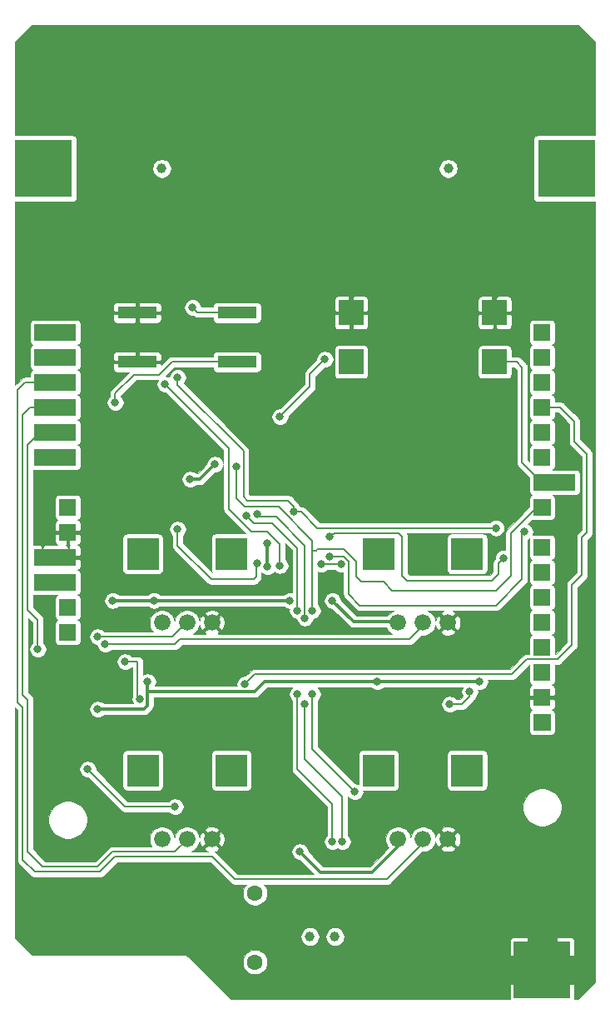
<source format=gbr>
G04 #@! TF.GenerationSoftware,KiCad,Pcbnew,(5.1.5)-3*
G04 #@! TF.CreationDate,2021-01-13T16:24:57+01:00*
G04 #@! TF.ProjectId,OpenThereminCC,4f70656e-5468-4657-9265-6d696e43432e,rev?*
G04 #@! TF.SameCoordinates,Original*
G04 #@! TF.FileFunction,Copper,L2,Bot*
G04 #@! TF.FilePolarity,Positive*
%FSLAX46Y46*%
G04 Gerber Fmt 4.6, Leading zero omitted, Abs format (unit mm)*
G04 Created by KiCad (PCBNEW (5.1.5)-3) date 2021-01-13 16:24:57*
%MOMM*%
%LPD*%
G04 APERTURE LIST*
%ADD10R,1.700000X1.700000*%
%ADD11R,5.842000X5.842000*%
%ADD12C,1.000000*%
%ADD13C,0.100000*%
%ADD14R,2.500000X2.500000*%
%ADD15R,3.200000X3.200000*%
%ADD16C,1.676400*%
%ADD17R,4.000000X1.200000*%
%ADD18C,1.600000*%
%ADD19C,0.800000*%
%ADD20C,0.204000*%
%ADD21C,0.500000*%
%ADD22C,0.300000*%
G04 APERTURE END LIST*
D10*
X64600000Y-117900000D03*
X65870000Y-117900000D03*
X65870000Y-122980000D03*
X65870000Y-120440000D03*
X65870000Y-115360000D03*
X65870000Y-112820000D03*
X65870000Y-110280000D03*
D11*
X63400000Y-75850000D03*
X116600000Y-75850000D03*
D12*
X104570000Y-75850000D03*
X75430000Y-75850000D03*
X90508000Y-153904000D03*
D10*
X114130000Y-100120000D03*
X114130000Y-105200000D03*
X114130000Y-102660000D03*
X114130000Y-107740000D03*
G04 #@! TA.AperFunction,ComponentPad*
D13*
G36*
X114980000Y-111130000D02*
G01*
X113280000Y-111130000D01*
X113280000Y-109430000D01*
X114980000Y-109430000D01*
X114980000Y-111130000D01*
G37*
G04 #@! TD.AperFunction*
D10*
X114130000Y-97580000D03*
X114130000Y-95040000D03*
X114130000Y-92500000D03*
X114130000Y-121964000D03*
X114130000Y-127044000D03*
X114130000Y-124504000D03*
X114130000Y-129584000D03*
G04 #@! TA.AperFunction,ComponentPad*
D13*
G36*
X114980000Y-132974000D02*
G01*
X113280000Y-132974000D01*
X113280000Y-131274000D01*
X114980000Y-131274000D01*
X114980000Y-132974000D01*
G37*
G04 #@! TD.AperFunction*
D10*
X114130000Y-119424000D03*
X114130000Y-116884000D03*
X114130000Y-114344000D03*
X65870000Y-100120000D03*
X65870000Y-105200000D03*
X65870000Y-102660000D03*
X65870000Y-97580000D03*
X65870000Y-95040000D03*
X65870000Y-92500000D03*
D11*
X114130000Y-157250000D03*
D10*
X116670000Y-107740000D03*
X63330000Y-117900000D03*
X63330000Y-115360000D03*
X63330000Y-100120000D03*
X63330000Y-105200000D03*
X63330000Y-102660000D03*
X63330000Y-97580000D03*
X63330000Y-95040000D03*
X63330000Y-92500000D03*
X115400000Y-107740000D03*
X64600000Y-92500000D03*
X64600000Y-95040000D03*
X64600000Y-97580000D03*
X64600000Y-100120000D03*
X64600000Y-102660000D03*
X64600000Y-105200000D03*
D14*
X109300000Y-95500000D03*
X109300000Y-90500000D03*
X94700000Y-95500000D03*
X94700000Y-90500000D03*
D15*
X82500000Y-115000000D03*
X73500000Y-115000000D03*
D16*
X75460000Y-122000000D03*
X78000000Y-122000000D03*
X80540000Y-122000000D03*
D15*
X106500000Y-115000000D03*
X97500000Y-115000000D03*
D16*
X99460000Y-122000000D03*
X102000000Y-122000000D03*
X104540000Y-122000000D03*
D15*
X106500000Y-137000000D03*
X97500000Y-137000000D03*
D16*
X99460000Y-144000000D03*
X102000000Y-144000000D03*
X104540000Y-144000000D03*
D15*
X82500000Y-137000000D03*
X73500000Y-137000000D03*
D16*
X75460000Y-144000000D03*
X78000000Y-144000000D03*
X80540000Y-144000000D03*
D10*
X64600000Y-115360000D03*
D17*
X72920000Y-90500000D03*
X83080000Y-90500000D03*
X72920000Y-95500000D03*
X83080000Y-95500000D03*
D12*
X93048000Y-153904000D03*
D18*
X84920000Y-156480000D03*
X84920000Y-149480000D03*
D19*
X92032000Y-95230000D03*
X87460000Y-101072000D03*
X116162000Y-123234000D03*
X113368000Y-84880000D03*
X91270000Y-81832000D03*
X72220000Y-99104000D03*
X71204000Y-131870000D03*
X67394000Y-133394000D03*
X96350000Y-81832000D03*
X78951000Y-127361000D03*
X108034000Y-131679000D03*
X86190000Y-91801000D03*
X86317000Y-104247000D03*
X86317000Y-108565000D03*
X77046000Y-105517000D03*
X83015000Y-99548000D03*
X83650000Y-132060000D03*
X79078000Y-138664000D03*
X86190000Y-99548000D03*
X89492000Y-145268000D03*
X92794000Y-119741000D03*
X86190000Y-116312000D03*
X74633000Y-119741000D03*
X88476000Y-119741000D03*
X70442000Y-119741000D03*
X78316000Y-107422000D03*
X80856000Y-105898000D03*
X73998000Y-127996000D03*
X68918000Y-130790000D03*
X107780000Y-127996000D03*
X97366000Y-127996000D03*
X86190000Y-113899000D03*
X71712000Y-125964000D03*
X73236000Y-129774000D03*
X106764000Y-129012000D03*
X104732000Y-130282000D03*
X91651000Y-116058000D03*
X93683000Y-116058000D03*
X77046000Y-97072000D03*
X109431000Y-112375000D03*
X88857000Y-110724000D03*
X112352000Y-112756000D03*
X75776000Y-97770000D03*
X87460000Y-116185000D03*
X92494544Y-115260624D03*
X110193000Y-115423000D03*
X92540000Y-113264000D03*
X83015000Y-106152000D03*
X95080000Y-139172000D03*
X90762000Y-120757000D03*
X90762000Y-129266000D03*
X85174000Y-110978000D03*
X93810000Y-144252000D03*
X90000000Y-130282000D03*
X90000000Y-121519000D03*
X84031000Y-111105000D03*
X89238000Y-120757000D03*
X89238000Y-129266000D03*
X92794000Y-144252000D03*
X77046000Y-112502000D03*
X85174000Y-115931000D03*
X67902000Y-136886000D03*
X76792000Y-140696000D03*
X78570000Y-89960000D03*
X70696000Y-99612000D03*
X68918000Y-123424000D03*
X69680000Y-124186000D03*
X62822000Y-124694000D03*
X83904000Y-128250000D03*
D20*
X92032000Y-95230000D02*
X90508000Y-96754000D01*
X90508000Y-98024000D02*
X87460000Y-101072000D01*
X90508000Y-96754000D02*
X90508000Y-98024000D01*
D21*
X109300000Y-90500000D02*
X109300000Y-88948000D01*
X109300000Y-88948000D02*
X113368000Y-84880000D01*
X94700000Y-90500000D02*
X94700000Y-85262000D01*
X94700000Y-85262000D02*
X91270000Y-81832000D01*
X94700000Y-90500000D02*
X94700000Y-83482000D01*
X94700000Y-83482000D02*
X96350000Y-81832000D01*
D20*
X77046000Y-105517000D02*
X76919000Y-105644000D01*
D22*
X99460000Y-144000000D02*
X99460000Y-144762000D01*
X99460000Y-144762000D02*
X97366000Y-146856000D01*
X91588000Y-147364000D02*
X89492000Y-145268000D01*
X96858000Y-147364000D02*
X91588000Y-147364000D01*
X97366000Y-146856000D02*
X96858000Y-147364000D01*
X92794000Y-119741000D02*
X94953000Y-121900000D01*
X94953000Y-121900000D02*
X99360000Y-121900000D01*
X99360000Y-121900000D02*
X99460000Y-122000000D01*
X74633000Y-119741000D02*
X74252000Y-119741000D01*
X71585000Y-119741000D02*
X70442000Y-119741000D01*
X82507000Y-119741000D02*
X88476000Y-119741000D01*
X82507000Y-119741000D02*
X74252000Y-119741000D01*
X74252000Y-119741000D02*
X71585000Y-119741000D01*
X97366000Y-127996000D02*
X85936000Y-127996000D01*
X84920000Y-129012000D02*
X73998000Y-129012000D01*
X85936000Y-127996000D02*
X84920000Y-129012000D01*
X79332000Y-107422000D02*
X78316000Y-107422000D01*
X80856000Y-105898000D02*
X79332000Y-107422000D01*
X73998000Y-127996000D02*
X73998000Y-129012000D01*
X73998000Y-129012000D02*
X73998000Y-130409000D01*
X68918000Y-130790000D02*
X73617000Y-130790000D01*
X73998000Y-130409000D02*
X73617000Y-130790000D01*
X99460000Y-144000000D02*
X99460000Y-144190000D01*
X97366000Y-127996000D02*
X107780000Y-127996000D01*
X86190000Y-116312000D02*
X86190000Y-113899000D01*
D20*
X72982000Y-129520000D02*
X73236000Y-129774000D01*
X72982000Y-125964000D02*
X72982000Y-129520000D01*
X71712000Y-125964000D02*
X72982000Y-125964000D01*
X106764000Y-129012000D02*
X106764000Y-129520000D01*
X104732000Y-130282000D02*
X106002000Y-130282000D01*
X106764000Y-129520000D02*
X106002000Y-130282000D01*
X93490351Y-116058000D02*
X91651000Y-116058000D01*
X93683000Y-116058000D02*
X93490351Y-116058000D01*
X109300000Y-95500000D02*
X111542000Y-95500000D01*
X112098000Y-105708000D02*
X114130000Y-107740000D01*
X112098000Y-96056000D02*
X112098000Y-105708000D01*
X111542000Y-95500000D02*
X112098000Y-96056000D01*
D21*
X95098000Y-96010000D02*
X94318000Y-95230000D01*
D20*
X116670000Y-107676000D02*
X116670000Y-107803000D01*
X89619000Y-110724000D02*
X91270000Y-112375000D01*
X88857000Y-110724000D02*
X89619000Y-110724000D01*
X91270000Y-112375000D02*
X109050000Y-112375000D01*
X109050000Y-112375000D02*
X109431000Y-112375000D01*
X77046000Y-97834000D02*
X77046000Y-97072000D01*
X83777000Y-104565000D02*
X77046000Y-97834000D01*
X88857000Y-110724000D02*
X88857000Y-110158315D01*
X88857000Y-110158315D02*
X88279685Y-109581000D01*
X88279685Y-109581000D02*
X84158000Y-109581000D01*
X83777000Y-109200000D02*
X83777000Y-104565000D01*
X84158000Y-109581000D02*
X83777000Y-109200000D01*
X87460000Y-114026000D02*
X86190000Y-112756000D01*
X87460000Y-116185000D02*
X87460000Y-114026000D01*
X86190000Y-112756000D02*
X84539000Y-112756000D01*
X84539000Y-112756000D02*
X82253000Y-110470000D01*
X82253000Y-104247000D02*
X75776000Y-97770000D01*
X82253000Y-110470000D02*
X82253000Y-104247000D01*
X93901624Y-115260624D02*
X92494544Y-115260624D01*
X94445000Y-119106000D02*
X94445000Y-115804000D01*
X94445000Y-115804000D02*
X93901624Y-115260624D01*
X109431000Y-120249000D02*
X95588000Y-120249000D01*
X95588000Y-120249000D02*
X94445000Y-119106000D01*
X112098000Y-113010000D02*
X112098000Y-117582000D01*
X112352000Y-112756000D02*
X112098000Y-113010000D01*
X112098000Y-117582000D02*
X109431000Y-120249000D01*
X99144000Y-112883000D02*
X99525000Y-112883000D01*
X100414000Y-117709000D02*
X103081000Y-117709000D01*
X99906000Y-117201000D02*
X100414000Y-117709000D01*
X99906000Y-113264000D02*
X99906000Y-117201000D01*
X99525000Y-112883000D02*
X99906000Y-113264000D01*
X109685000Y-117074000D02*
X109050000Y-117709000D01*
X103081000Y-117709000D02*
X109050000Y-117709000D01*
X110193000Y-115423000D02*
X109685000Y-115931000D01*
X109685000Y-115931000D02*
X109685000Y-117074000D01*
X99144000Y-112883000D02*
X99271000Y-112883000D01*
X102954000Y-117709000D02*
X103081000Y-117709000D01*
X93048000Y-112883000D02*
X99144000Y-112883000D01*
X92540000Y-113264000D02*
X93048000Y-112883000D01*
X83015000Y-106152000D02*
X83015000Y-109327000D01*
X90762000Y-113645000D02*
X87333000Y-110216000D01*
X87333000Y-110216000D02*
X83904000Y-110216000D01*
X83904000Y-110216000D02*
X83269000Y-109581000D01*
X90762000Y-113645000D02*
X90762000Y-114661000D01*
X83015000Y-109327000D02*
X83269000Y-109581000D01*
X110955000Y-113645000D02*
X110955000Y-112883000D01*
X90762000Y-114661000D02*
X91143000Y-114661000D01*
X110955000Y-117201000D02*
X110955000Y-113645000D01*
X109431000Y-118725000D02*
X110955000Y-117201000D01*
X98890000Y-118725000D02*
X109431000Y-118725000D01*
X98001000Y-117836000D02*
X98890000Y-118725000D01*
X95715000Y-117836000D02*
X98001000Y-117836000D01*
X95207000Y-117328000D02*
X95715000Y-117836000D01*
X95207000Y-115804000D02*
X95207000Y-117328000D01*
X93937000Y-114534000D02*
X95207000Y-115804000D01*
X91270000Y-114534000D02*
X93937000Y-114534000D01*
X91143000Y-114661000D02*
X91270000Y-114534000D01*
X110955000Y-112883000D02*
X113558000Y-110280000D01*
X113558000Y-110280000D02*
X114130000Y-110280000D01*
X90762000Y-115550000D02*
X90762000Y-114661000D01*
X90762000Y-134854000D02*
X95080000Y-139172000D01*
X90762000Y-115550000D02*
X90762000Y-120757000D01*
X90762000Y-134854000D02*
X90762000Y-129266000D01*
X90000000Y-135616000D02*
X90000000Y-135870000D01*
X85428000Y-111232000D02*
X85174000Y-110978000D01*
X90000000Y-130282000D02*
X90000000Y-135616000D01*
X90000000Y-115296000D02*
X90000000Y-121519000D01*
X93810000Y-139934000D02*
X93810000Y-144252000D01*
X90000000Y-114153000D02*
X90000000Y-115296000D01*
X87079000Y-111232000D02*
X90000000Y-114153000D01*
X87079000Y-111232000D02*
X85428000Y-111232000D01*
X93810000Y-139680000D02*
X93810000Y-139934000D01*
X90000000Y-135870000D02*
X93810000Y-139680000D01*
X89238000Y-136378000D02*
X89238000Y-136886000D01*
X89238000Y-114407000D02*
X86698000Y-111867000D01*
X86698000Y-111867000D02*
X84793000Y-111867000D01*
X84793000Y-111867000D02*
X84031000Y-111105000D01*
X89238000Y-115423000D02*
X89238000Y-120757000D01*
X89238000Y-129266000D02*
X89238000Y-136378000D01*
X92794000Y-140442000D02*
X92794000Y-144252000D01*
X89238000Y-115423000D02*
X89238000Y-114407000D01*
X89238000Y-136886000D02*
X92794000Y-140442000D01*
X77046000Y-114153000D02*
X77046000Y-112502000D01*
X80475000Y-117582000D02*
X77046000Y-114153000D01*
X84793000Y-117582000D02*
X80475000Y-117582000D01*
X85047000Y-117328000D02*
X84793000Y-117582000D01*
X85047000Y-116058000D02*
X85047000Y-117328000D01*
X85174000Y-115931000D02*
X85047000Y-116058000D01*
X71712000Y-140696000D02*
X67902000Y-136886000D01*
X76792000Y-140696000D02*
X71712000Y-140696000D01*
X78570000Y-89960000D02*
X79078000Y-90468000D01*
X79078000Y-90468000D02*
X83048000Y-90468000D01*
X83048000Y-90468000D02*
X83080000Y-90500000D01*
X70696000Y-98850000D02*
X70696000Y-98723000D01*
X70696000Y-99612000D02*
X70696000Y-98850000D01*
X76459000Y-95500000D02*
X83080000Y-95500000D01*
X75141000Y-96818000D02*
X76459000Y-95500000D01*
X72601000Y-96818000D02*
X75141000Y-96818000D01*
X70696000Y-98723000D02*
X72601000Y-96818000D01*
X65870000Y-105200000D02*
X65870000Y-105898000D01*
X77962000Y-122000000D02*
X78000000Y-122000000D01*
X76538000Y-123424000D02*
X77962000Y-122000000D01*
X68918000Y-123424000D02*
X76538000Y-123424000D01*
X62822000Y-124250000D02*
X62822000Y-121710000D01*
X61806000Y-103930000D02*
X61806000Y-107994000D01*
X61806000Y-103930000D02*
X63076000Y-102660000D01*
X61806000Y-111804000D02*
X61806000Y-107994000D01*
X61806000Y-120694000D02*
X61806000Y-111804000D01*
X62822000Y-121710000D02*
X61806000Y-120694000D01*
X71204000Y-124186000D02*
X69680000Y-124186000D01*
X77300000Y-123678000D02*
X76792000Y-124186000D01*
X100668000Y-123678000D02*
X77300000Y-123678000D01*
X76792000Y-124186000D02*
X71204000Y-124186000D01*
X102000000Y-122346000D02*
X100668000Y-123678000D01*
X62822000Y-124186000D02*
X62822000Y-124250000D01*
X62822000Y-124250000D02*
X62822000Y-124440000D01*
X62822000Y-124694000D02*
X62822000Y-124186000D01*
X63330000Y-102660000D02*
X63076000Y-102660000D01*
X65870000Y-102660000D02*
X65806000Y-102660000D01*
X102000000Y-122000000D02*
X102000000Y-122346000D01*
X61298000Y-100882000D02*
X62060000Y-100120000D01*
X61298000Y-108502000D02*
X61298000Y-129330000D01*
X76792000Y-145268000D02*
X70442000Y-145268000D01*
X70442000Y-145268000D02*
X68918000Y-146792000D01*
X68918000Y-146792000D02*
X63330000Y-146792000D01*
X63330000Y-146792000D02*
X61806000Y-145268000D01*
X61806000Y-145268000D02*
X61806000Y-138918000D01*
X61298000Y-100882000D02*
X61298000Y-108502000D01*
X61806000Y-129838000D02*
X61806000Y-138918000D01*
X61298000Y-129330000D02*
X61806000Y-129838000D01*
X78000000Y-144060000D02*
X76792000Y-145268000D01*
X62060000Y-100120000D02*
X63330000Y-100120000D01*
X78000000Y-144000000D02*
X78000000Y-144060000D01*
X60790000Y-130092000D02*
X61298000Y-130600000D01*
X61298000Y-130600000D02*
X61298000Y-146094000D01*
X102000000Y-144000000D02*
X102000000Y-144444000D01*
X102000000Y-144444000D02*
X98382000Y-148062000D01*
X62504000Y-147300000D02*
X61298000Y-146094000D01*
X72982000Y-145776000D02*
X70696000Y-145776000D01*
X72982000Y-145776000D02*
X80602000Y-145776000D01*
X82888000Y-148062000D02*
X80602000Y-145776000D01*
X98128000Y-148062000D02*
X82888000Y-148062000D01*
X69172000Y-147300000D02*
X62568000Y-147300000D01*
X70696000Y-145776000D02*
X69172000Y-147300000D01*
X62568000Y-147300000D02*
X62504000Y-147300000D01*
X98382000Y-148062000D02*
X98128000Y-148062000D01*
X61552000Y-97580000D02*
X63330000Y-97580000D01*
X60790000Y-98342000D02*
X61552000Y-97580000D01*
X60790000Y-130092000D02*
X60790000Y-98342000D01*
X116670000Y-124758000D02*
X117178000Y-124250000D01*
X84920000Y-127234000D02*
X83904000Y-128250000D01*
X85682000Y-127234000D02*
X84920000Y-127234000D01*
X85682000Y-127234000D02*
X111082000Y-127234000D01*
X111082000Y-127234000D02*
X112352000Y-125964000D01*
X112606000Y-125710000D02*
X112352000Y-125964000D01*
X115654000Y-125710000D02*
X112606000Y-125710000D01*
X115718000Y-125710000D02*
X116670000Y-124758000D01*
X115654000Y-125710000D02*
X115718000Y-125710000D01*
X117178000Y-124250000D02*
X117178000Y-118154000D01*
X118194000Y-113328000D02*
X118702000Y-112820000D01*
X118194000Y-117138000D02*
X118194000Y-113328000D01*
X117178000Y-118154000D02*
X118194000Y-117138000D01*
X115654000Y-100120000D02*
X115972000Y-100120000D01*
X118702000Y-112820000D02*
X118702000Y-104882000D01*
X115972000Y-100120000D02*
X117432000Y-101580000D01*
X117432000Y-101580000D02*
X117432000Y-103612000D01*
X117432000Y-103612000D02*
X118702000Y-104882000D01*
X115718000Y-100120000D02*
X115654000Y-100120000D01*
X115654000Y-100120000D02*
X114130000Y-100120000D01*
X114194000Y-100056000D02*
X114130000Y-100120000D01*
D13*
G36*
X119500000Y-62957106D02*
G01*
X119500000Y-72476823D01*
X113679000Y-72476823D01*
X113590785Y-72485511D01*
X113505959Y-72511243D01*
X113427784Y-72553029D01*
X113359263Y-72609263D01*
X113303029Y-72677784D01*
X113261243Y-72755959D01*
X113235511Y-72840785D01*
X113226823Y-72929000D01*
X113226823Y-78771000D01*
X113235511Y-78859215D01*
X113261243Y-78944041D01*
X113303029Y-79022216D01*
X113359263Y-79090737D01*
X113427784Y-79146971D01*
X113505959Y-79188757D01*
X113590785Y-79214489D01*
X113679000Y-79223177D01*
X119500000Y-79223177D01*
X119500001Y-158542893D01*
X117792895Y-160250000D01*
X117392785Y-160250000D01*
X117395936Y-160239612D01*
X117402694Y-160171000D01*
X117401000Y-158787500D01*
X117313500Y-158700000D01*
X115580000Y-158700000D01*
X115580000Y-158720000D01*
X112680000Y-158720000D01*
X112680000Y-158700000D01*
X110946500Y-158700000D01*
X110859000Y-158787500D01*
X110857306Y-160171000D01*
X110864064Y-160239612D01*
X110867215Y-160250000D01*
X82407106Y-160250000D01*
X78513992Y-156356886D01*
X83670000Y-156356886D01*
X83670000Y-156603114D01*
X83718037Y-156844611D01*
X83812265Y-157072097D01*
X83949062Y-157276828D01*
X84123172Y-157450938D01*
X84327903Y-157587735D01*
X84555389Y-157681963D01*
X84796886Y-157730000D01*
X85043114Y-157730000D01*
X85284611Y-157681963D01*
X85512097Y-157587735D01*
X85716828Y-157450938D01*
X85890938Y-157276828D01*
X86027735Y-157072097D01*
X86121963Y-156844611D01*
X86170000Y-156603114D01*
X86170000Y-156356886D01*
X86121963Y-156115389D01*
X86027735Y-155887903D01*
X85890938Y-155683172D01*
X85716828Y-155509062D01*
X85512097Y-155372265D01*
X85284611Y-155278037D01*
X85043114Y-155230000D01*
X84796886Y-155230000D01*
X84555389Y-155278037D01*
X84327903Y-155372265D01*
X84123172Y-155509062D01*
X83949062Y-155683172D01*
X83812265Y-155887903D01*
X83718037Y-156115389D01*
X83670000Y-156356886D01*
X78513992Y-156356886D01*
X78070929Y-155913824D01*
X78055264Y-155894736D01*
X77979129Y-155832254D01*
X77892267Y-155785825D01*
X77798017Y-155757235D01*
X77724560Y-155750000D01*
X77700000Y-155747581D01*
X77675440Y-155750000D01*
X62207106Y-155750000D01*
X60500000Y-154042895D01*
X60500000Y-153810433D01*
X89558000Y-153810433D01*
X89558000Y-153997567D01*
X89594508Y-154181105D01*
X89666121Y-154353994D01*
X89770087Y-154509590D01*
X89902410Y-154641913D01*
X90058006Y-154745879D01*
X90230895Y-154817492D01*
X90414433Y-154854000D01*
X90601567Y-154854000D01*
X90785105Y-154817492D01*
X90957994Y-154745879D01*
X91113590Y-154641913D01*
X91245913Y-154509590D01*
X91349879Y-154353994D01*
X91421492Y-154181105D01*
X91458000Y-153997567D01*
X91458000Y-153810433D01*
X92098000Y-153810433D01*
X92098000Y-153997567D01*
X92134508Y-154181105D01*
X92206121Y-154353994D01*
X92310087Y-154509590D01*
X92442410Y-154641913D01*
X92598006Y-154745879D01*
X92770895Y-154817492D01*
X92954433Y-154854000D01*
X93141567Y-154854000D01*
X93325105Y-154817492D01*
X93497994Y-154745879D01*
X93653590Y-154641913D01*
X93785913Y-154509590D01*
X93889879Y-154353994D01*
X93900231Y-154329000D01*
X110857306Y-154329000D01*
X110859000Y-155712500D01*
X110946500Y-155800000D01*
X112680000Y-155800000D01*
X112680000Y-154066500D01*
X115580000Y-154066500D01*
X115580000Y-155800000D01*
X117313500Y-155800000D01*
X117401000Y-155712500D01*
X117402694Y-154329000D01*
X117395936Y-154260388D01*
X117375923Y-154194413D01*
X117343423Y-154133609D01*
X117299685Y-154080315D01*
X117246391Y-154036577D01*
X117185587Y-154004077D01*
X117119612Y-153984064D01*
X117051000Y-153977306D01*
X115667500Y-153979000D01*
X115580000Y-154066500D01*
X112680000Y-154066500D01*
X112592500Y-153979000D01*
X111209000Y-153977306D01*
X111140388Y-153984064D01*
X111074413Y-154004077D01*
X111013609Y-154036577D01*
X110960315Y-154080315D01*
X110916577Y-154133609D01*
X110884077Y-154194413D01*
X110864064Y-154260388D01*
X110857306Y-154329000D01*
X93900231Y-154329000D01*
X93961492Y-154181105D01*
X93998000Y-153997567D01*
X93998000Y-153810433D01*
X93961492Y-153626895D01*
X93889879Y-153454006D01*
X93785913Y-153298410D01*
X93653590Y-153166087D01*
X93497994Y-153062121D01*
X93325105Y-152990508D01*
X93141567Y-152954000D01*
X92954433Y-152954000D01*
X92770895Y-152990508D01*
X92598006Y-153062121D01*
X92442410Y-153166087D01*
X92310087Y-153298410D01*
X92206121Y-153454006D01*
X92134508Y-153626895D01*
X92098000Y-153810433D01*
X91458000Y-153810433D01*
X91421492Y-153626895D01*
X91349879Y-153454006D01*
X91245913Y-153298410D01*
X91113590Y-153166087D01*
X90957994Y-153062121D01*
X90785105Y-152990508D01*
X90601567Y-152954000D01*
X90414433Y-152954000D01*
X90230895Y-152990508D01*
X90058006Y-153062121D01*
X89902410Y-153166087D01*
X89770087Y-153298410D01*
X89666121Y-153454006D01*
X89594508Y-153626895D01*
X89558000Y-153810433D01*
X60500000Y-153810433D01*
X60500000Y-130582644D01*
X60746000Y-130828645D01*
X60746001Y-146066884D01*
X60743330Y-146094000D01*
X60753989Y-146202210D01*
X60785552Y-146306262D01*
X60836809Y-146402157D01*
X60836810Y-146402158D01*
X60905790Y-146486211D01*
X60926852Y-146503496D01*
X62094508Y-147671154D01*
X62111789Y-147692211D01*
X62132845Y-147709491D01*
X62132846Y-147709492D01*
X62195842Y-147761191D01*
X62291737Y-147812448D01*
X62395789Y-147844012D01*
X62504000Y-147854670D01*
X62531108Y-147852000D01*
X69144894Y-147852000D01*
X69172000Y-147854670D01*
X69199106Y-147852000D01*
X69199109Y-147852000D01*
X69280211Y-147844012D01*
X69384263Y-147812448D01*
X69480158Y-147761191D01*
X69564211Y-147692211D01*
X69581500Y-147671144D01*
X70924646Y-146328000D01*
X80373356Y-146328000D01*
X82478508Y-148433154D01*
X82495789Y-148454211D01*
X82579842Y-148523191D01*
X82675737Y-148574448D01*
X82779789Y-148606012D01*
X82860891Y-148614000D01*
X82860901Y-148614000D01*
X82887999Y-148616669D01*
X82915097Y-148614000D01*
X84018234Y-148614000D01*
X83949062Y-148683172D01*
X83812265Y-148887903D01*
X83718037Y-149115389D01*
X83670000Y-149356886D01*
X83670000Y-149603114D01*
X83718037Y-149844611D01*
X83812265Y-150072097D01*
X83949062Y-150276828D01*
X84123172Y-150450938D01*
X84327903Y-150587735D01*
X84555389Y-150681963D01*
X84796886Y-150730000D01*
X85043114Y-150730000D01*
X85284611Y-150681963D01*
X85512097Y-150587735D01*
X85716828Y-150450938D01*
X85890938Y-150276828D01*
X86027735Y-150072097D01*
X86121963Y-149844611D01*
X86170000Y-149603114D01*
X86170000Y-149356886D01*
X86121963Y-149115389D01*
X86027735Y-148887903D01*
X85890938Y-148683172D01*
X85821766Y-148614000D01*
X98354894Y-148614000D01*
X98382000Y-148616670D01*
X98409106Y-148614000D01*
X98409109Y-148614000D01*
X98490211Y-148606012D01*
X98594263Y-148574448D01*
X98690158Y-148523191D01*
X98774211Y-148454211D01*
X98791501Y-148433143D01*
X101936446Y-145288200D01*
X102126877Y-145288200D01*
X102375754Y-145238695D01*
X102610191Y-145141588D01*
X102821180Y-145000610D01*
X102886729Y-144935061D01*
X103817071Y-144935061D01*
X103905629Y-145128332D01*
X104137945Y-145230411D01*
X104385711Y-145285205D01*
X104639407Y-145290611D01*
X104889282Y-145246419D01*
X105125735Y-145154327D01*
X105174371Y-145128332D01*
X105262929Y-144935061D01*
X104540000Y-144212132D01*
X103817071Y-144935061D01*
X102886729Y-144935061D01*
X103000610Y-144821180D01*
X103141588Y-144610191D01*
X103238695Y-144375754D01*
X103270227Y-144217232D01*
X103293581Y-144349282D01*
X103385673Y-144585735D01*
X103411668Y-144634371D01*
X103604939Y-144722929D01*
X104327868Y-144000000D01*
X104752132Y-144000000D01*
X105475061Y-144722929D01*
X105668332Y-144634371D01*
X105770411Y-144402055D01*
X105825205Y-144154289D01*
X105830611Y-143900593D01*
X105786419Y-143650718D01*
X105694327Y-143414265D01*
X105668332Y-143365629D01*
X105475061Y-143277071D01*
X104752132Y-144000000D01*
X104327868Y-144000000D01*
X103604939Y-143277071D01*
X103411668Y-143365629D01*
X103309589Y-143597945D01*
X103269511Y-143779168D01*
X103238695Y-143624246D01*
X103141588Y-143389809D01*
X103000610Y-143178820D01*
X102886729Y-143064939D01*
X103817071Y-143064939D01*
X104540000Y-143787868D01*
X105262929Y-143064939D01*
X105174371Y-142871668D01*
X104942055Y-142769589D01*
X104694289Y-142714795D01*
X104440593Y-142709389D01*
X104190718Y-142753581D01*
X103954265Y-142845673D01*
X103905629Y-142871668D01*
X103817071Y-143064939D01*
X102886729Y-143064939D01*
X102821180Y-142999390D01*
X102610191Y-142858412D01*
X102375754Y-142761305D01*
X102126877Y-142711800D01*
X101873123Y-142711800D01*
X101624246Y-142761305D01*
X101389809Y-142858412D01*
X101178820Y-142999390D01*
X100999390Y-143178820D01*
X100858412Y-143389809D01*
X100761305Y-143624246D01*
X100730000Y-143781626D01*
X100698695Y-143624246D01*
X100601588Y-143389809D01*
X100460610Y-143178820D01*
X100281180Y-142999390D01*
X100070191Y-142858412D01*
X99835754Y-142761305D01*
X99586877Y-142711800D01*
X99333123Y-142711800D01*
X99084246Y-142761305D01*
X98849809Y-142858412D01*
X98638820Y-142999390D01*
X98459390Y-143178820D01*
X98318412Y-143389809D01*
X98221305Y-143624246D01*
X98171800Y-143873123D01*
X98171800Y-144126877D01*
X98221305Y-144375754D01*
X98318412Y-144610191D01*
X98459390Y-144821180D01*
X98505841Y-144867631D01*
X96962581Y-146410892D01*
X96962576Y-146410896D01*
X96609473Y-146764000D01*
X91836528Y-146764000D01*
X90342000Y-145269473D01*
X90342000Y-145184282D01*
X90309335Y-145020064D01*
X90245260Y-144865374D01*
X90152238Y-144726156D01*
X90033844Y-144607762D01*
X89894626Y-144514740D01*
X89739936Y-144450665D01*
X89575718Y-144418000D01*
X89408282Y-144418000D01*
X89244064Y-144450665D01*
X89089374Y-144514740D01*
X88950156Y-144607762D01*
X88831762Y-144726156D01*
X88738740Y-144865374D01*
X88674665Y-145020064D01*
X88642000Y-145184282D01*
X88642000Y-145351718D01*
X88674665Y-145515936D01*
X88738740Y-145670626D01*
X88831762Y-145809844D01*
X88950156Y-145928238D01*
X89089374Y-146021260D01*
X89244064Y-146085335D01*
X89408282Y-146118000D01*
X89493473Y-146118000D01*
X90885472Y-147510000D01*
X83116646Y-147510000D01*
X81011500Y-145404856D01*
X80994211Y-145383789D01*
X80910158Y-145314809D01*
X80814263Y-145263552D01*
X80806214Y-145261110D01*
X80889282Y-145246419D01*
X81125735Y-145154327D01*
X81174371Y-145128332D01*
X81262929Y-144935061D01*
X80540000Y-144212132D01*
X79817071Y-144935061D01*
X79905629Y-145128332D01*
X80123355Y-145224000D01*
X78411231Y-145224000D01*
X78610191Y-145141588D01*
X78821180Y-145000610D01*
X79000610Y-144821180D01*
X79141588Y-144610191D01*
X79238695Y-144375754D01*
X79270227Y-144217232D01*
X79293581Y-144349282D01*
X79385673Y-144585735D01*
X79411668Y-144634371D01*
X79604939Y-144722929D01*
X80327868Y-144000000D01*
X80752132Y-144000000D01*
X81475061Y-144722929D01*
X81668332Y-144634371D01*
X81770411Y-144402055D01*
X81825205Y-144154289D01*
X81830611Y-143900593D01*
X81786419Y-143650718D01*
X81694327Y-143414265D01*
X81668332Y-143365629D01*
X81475061Y-143277071D01*
X80752132Y-144000000D01*
X80327868Y-144000000D01*
X79604939Y-143277071D01*
X79411668Y-143365629D01*
X79309589Y-143597945D01*
X79269511Y-143779168D01*
X79238695Y-143624246D01*
X79141588Y-143389809D01*
X79000610Y-143178820D01*
X78886729Y-143064939D01*
X79817071Y-143064939D01*
X80540000Y-143787868D01*
X81262929Y-143064939D01*
X81174371Y-142871668D01*
X80942055Y-142769589D01*
X80694289Y-142714795D01*
X80440593Y-142709389D01*
X80190718Y-142753581D01*
X79954265Y-142845673D01*
X79905629Y-142871668D01*
X79817071Y-143064939D01*
X78886729Y-143064939D01*
X78821180Y-142999390D01*
X78610191Y-142858412D01*
X78375754Y-142761305D01*
X78126877Y-142711800D01*
X77873123Y-142711800D01*
X77624246Y-142761305D01*
X77389809Y-142858412D01*
X77178820Y-142999390D01*
X76999390Y-143178820D01*
X76858412Y-143389809D01*
X76761305Y-143624246D01*
X76730000Y-143781626D01*
X76698695Y-143624246D01*
X76601588Y-143389809D01*
X76460610Y-143178820D01*
X76281180Y-142999390D01*
X76070191Y-142858412D01*
X75835754Y-142761305D01*
X75586877Y-142711800D01*
X75333123Y-142711800D01*
X75084246Y-142761305D01*
X74849809Y-142858412D01*
X74638820Y-142999390D01*
X74459390Y-143178820D01*
X74318412Y-143389809D01*
X74221305Y-143624246D01*
X74171800Y-143873123D01*
X74171800Y-144126877D01*
X74221305Y-144375754D01*
X74318412Y-144610191D01*
X74389111Y-144716000D01*
X70469097Y-144716000D01*
X70441999Y-144713331D01*
X70414901Y-144716000D01*
X70414891Y-144716000D01*
X70333789Y-144723988D01*
X70229737Y-144755552D01*
X70133842Y-144806809D01*
X70049789Y-144875789D01*
X70032508Y-144896846D01*
X68689356Y-146240000D01*
X63558646Y-146240000D01*
X62358000Y-145039356D01*
X62358000Y-141837942D01*
X63920000Y-141837942D01*
X63920000Y-142222058D01*
X63994938Y-142598794D01*
X64141933Y-142953671D01*
X64355336Y-143273052D01*
X64626948Y-143544664D01*
X64946329Y-143758067D01*
X65301206Y-143905062D01*
X65677942Y-143980000D01*
X66062058Y-143980000D01*
X66438794Y-143905062D01*
X66793671Y-143758067D01*
X67113052Y-143544664D01*
X67384664Y-143273052D01*
X67598067Y-142953671D01*
X67745062Y-142598794D01*
X67820000Y-142222058D01*
X67820000Y-141837942D01*
X67745062Y-141461206D01*
X67598067Y-141106329D01*
X67384664Y-140786948D01*
X67113052Y-140515336D01*
X66793671Y-140301933D01*
X66438794Y-140154938D01*
X66062058Y-140080000D01*
X65677942Y-140080000D01*
X65301206Y-140154938D01*
X64946329Y-140301933D01*
X64626948Y-140515336D01*
X64355336Y-140786948D01*
X64141933Y-141106329D01*
X63994938Y-141461206D01*
X63920000Y-141837942D01*
X62358000Y-141837942D01*
X62358000Y-136802282D01*
X67052000Y-136802282D01*
X67052000Y-136969718D01*
X67084665Y-137133936D01*
X67148740Y-137288626D01*
X67241762Y-137427844D01*
X67360156Y-137546238D01*
X67499374Y-137639260D01*
X67654064Y-137703335D01*
X67818282Y-137736000D01*
X67971356Y-137736000D01*
X71302508Y-141067154D01*
X71319789Y-141088211D01*
X71340845Y-141105491D01*
X71340846Y-141105492D01*
X71403842Y-141157191D01*
X71499737Y-141208448D01*
X71603789Y-141240012D01*
X71712000Y-141250670D01*
X71739108Y-141248000D01*
X76141918Y-141248000D01*
X76250156Y-141356238D01*
X76389374Y-141449260D01*
X76544064Y-141513335D01*
X76708282Y-141546000D01*
X76875718Y-141546000D01*
X77039936Y-141513335D01*
X77194626Y-141449260D01*
X77333844Y-141356238D01*
X77452238Y-141237844D01*
X77545260Y-141098626D01*
X77609335Y-140943936D01*
X77642000Y-140779718D01*
X77642000Y-140612282D01*
X77609335Y-140448064D01*
X77545260Y-140293374D01*
X77452238Y-140154156D01*
X77333844Y-140035762D01*
X77194626Y-139942740D01*
X77039936Y-139878665D01*
X76875718Y-139846000D01*
X76708282Y-139846000D01*
X76544064Y-139878665D01*
X76389374Y-139942740D01*
X76250156Y-140035762D01*
X76141918Y-140144000D01*
X71940646Y-140144000D01*
X68752000Y-136955356D01*
X68752000Y-136802282D01*
X68719335Y-136638064D01*
X68655260Y-136483374D01*
X68562238Y-136344156D01*
X68443844Y-136225762D01*
X68304626Y-136132740D01*
X68149936Y-136068665D01*
X67985718Y-136036000D01*
X67818282Y-136036000D01*
X67654064Y-136068665D01*
X67499374Y-136132740D01*
X67360156Y-136225762D01*
X67241762Y-136344156D01*
X67148740Y-136483374D01*
X67084665Y-136638064D01*
X67052000Y-136802282D01*
X62358000Y-136802282D01*
X62358000Y-135400000D01*
X71447823Y-135400000D01*
X71447823Y-138600000D01*
X71456511Y-138688215D01*
X71482243Y-138773041D01*
X71524029Y-138851216D01*
X71580263Y-138919737D01*
X71648784Y-138975971D01*
X71726959Y-139017757D01*
X71811785Y-139043489D01*
X71900000Y-139052177D01*
X75100000Y-139052177D01*
X75188215Y-139043489D01*
X75273041Y-139017757D01*
X75351216Y-138975971D01*
X75419737Y-138919737D01*
X75475971Y-138851216D01*
X75517757Y-138773041D01*
X75543489Y-138688215D01*
X75552177Y-138600000D01*
X75552177Y-135400000D01*
X80447823Y-135400000D01*
X80447823Y-138600000D01*
X80456511Y-138688215D01*
X80482243Y-138773041D01*
X80524029Y-138851216D01*
X80580263Y-138919737D01*
X80648784Y-138975971D01*
X80726959Y-139017757D01*
X80811785Y-139043489D01*
X80900000Y-139052177D01*
X84100000Y-139052177D01*
X84188215Y-139043489D01*
X84273041Y-139017757D01*
X84351216Y-138975971D01*
X84419737Y-138919737D01*
X84475971Y-138851216D01*
X84517757Y-138773041D01*
X84543489Y-138688215D01*
X84552177Y-138600000D01*
X84552177Y-135400000D01*
X84543489Y-135311785D01*
X84517757Y-135226959D01*
X84475971Y-135148784D01*
X84419737Y-135080263D01*
X84351216Y-135024029D01*
X84273041Y-134982243D01*
X84188215Y-134956511D01*
X84100000Y-134947823D01*
X80900000Y-134947823D01*
X80811785Y-134956511D01*
X80726959Y-134982243D01*
X80648784Y-135024029D01*
X80580263Y-135080263D01*
X80524029Y-135148784D01*
X80482243Y-135226959D01*
X80456511Y-135311785D01*
X80447823Y-135400000D01*
X75552177Y-135400000D01*
X75543489Y-135311785D01*
X75517757Y-135226959D01*
X75475971Y-135148784D01*
X75419737Y-135080263D01*
X75351216Y-135024029D01*
X75273041Y-134982243D01*
X75188215Y-134956511D01*
X75100000Y-134947823D01*
X71900000Y-134947823D01*
X71811785Y-134956511D01*
X71726959Y-134982243D01*
X71648784Y-135024029D01*
X71580263Y-135080263D01*
X71524029Y-135148784D01*
X71482243Y-135226959D01*
X71456511Y-135311785D01*
X71447823Y-135400000D01*
X62358000Y-135400000D01*
X62358000Y-129865097D01*
X62360669Y-129837999D01*
X62358000Y-129810901D01*
X62358000Y-129810891D01*
X62350012Y-129729789D01*
X62318448Y-129625737D01*
X62267191Y-129529842D01*
X62198211Y-129445789D01*
X62177154Y-129428508D01*
X61850000Y-129101355D01*
X61850000Y-121518644D01*
X62270001Y-121938646D01*
X62270000Y-124043918D01*
X62161762Y-124152156D01*
X62068740Y-124291374D01*
X62004665Y-124446064D01*
X61972000Y-124610282D01*
X61972000Y-124777718D01*
X62004665Y-124941936D01*
X62068740Y-125096626D01*
X62161762Y-125235844D01*
X62280156Y-125354238D01*
X62419374Y-125447260D01*
X62574064Y-125511335D01*
X62738282Y-125544000D01*
X62905718Y-125544000D01*
X63069936Y-125511335D01*
X63224626Y-125447260D01*
X63363844Y-125354238D01*
X63482238Y-125235844D01*
X63575260Y-125096626D01*
X63639335Y-124941936D01*
X63672000Y-124777718D01*
X63672000Y-124610282D01*
X63639335Y-124446064D01*
X63575260Y-124291374D01*
X63482238Y-124152156D01*
X63374000Y-124043918D01*
X63374000Y-121737106D01*
X63376670Y-121710000D01*
X63370831Y-121650718D01*
X63366012Y-121601789D01*
X63334448Y-121497737D01*
X63283191Y-121401842D01*
X63214211Y-121317789D01*
X63193149Y-121300504D01*
X62358000Y-120465356D01*
X62358000Y-119183240D01*
X62391785Y-119193489D01*
X62480000Y-119202177D01*
X64790957Y-119202177D01*
X64768784Y-119214029D01*
X64700263Y-119270263D01*
X64644029Y-119338784D01*
X64602243Y-119416959D01*
X64576511Y-119501785D01*
X64567823Y-119590000D01*
X64567823Y-121290000D01*
X64576511Y-121378215D01*
X64602243Y-121463041D01*
X64644029Y-121541216D01*
X64700263Y-121609737D01*
X64768784Y-121665971D01*
X64846959Y-121707757D01*
X64854353Y-121710000D01*
X64846959Y-121712243D01*
X64768784Y-121754029D01*
X64700263Y-121810263D01*
X64644029Y-121878784D01*
X64602243Y-121956959D01*
X64576511Y-122041785D01*
X64567823Y-122130000D01*
X64567823Y-123830000D01*
X64576511Y-123918215D01*
X64602243Y-124003041D01*
X64644029Y-124081216D01*
X64700263Y-124149737D01*
X64768784Y-124205971D01*
X64846959Y-124247757D01*
X64931785Y-124273489D01*
X65020000Y-124282177D01*
X66720000Y-124282177D01*
X66808215Y-124273489D01*
X66893041Y-124247757D01*
X66971216Y-124205971D01*
X67039737Y-124149737D01*
X67095971Y-124081216D01*
X67137757Y-124003041D01*
X67163489Y-123918215D01*
X67172177Y-123830000D01*
X67172177Y-123340282D01*
X68068000Y-123340282D01*
X68068000Y-123507718D01*
X68100665Y-123671936D01*
X68164740Y-123826626D01*
X68257762Y-123965844D01*
X68376156Y-124084238D01*
X68515374Y-124177260D01*
X68670064Y-124241335D01*
X68830710Y-124273290D01*
X68862665Y-124433936D01*
X68926740Y-124588626D01*
X69019762Y-124727844D01*
X69138156Y-124846238D01*
X69277374Y-124939260D01*
X69432064Y-125003335D01*
X69596282Y-125036000D01*
X69763718Y-125036000D01*
X69927936Y-125003335D01*
X70082626Y-124939260D01*
X70221844Y-124846238D01*
X70330082Y-124738000D01*
X76764894Y-124738000D01*
X76792000Y-124740670D01*
X76819106Y-124738000D01*
X76819109Y-124738000D01*
X76900211Y-124730012D01*
X77004263Y-124698448D01*
X77100158Y-124647191D01*
X77184211Y-124578211D01*
X77201500Y-124557144D01*
X77528645Y-124230000D01*
X100640894Y-124230000D01*
X100668000Y-124232670D01*
X100695106Y-124230000D01*
X100695109Y-124230000D01*
X100776211Y-124222012D01*
X100880263Y-124190448D01*
X100976158Y-124139191D01*
X101060211Y-124070211D01*
X101077500Y-124049144D01*
X101844199Y-123282447D01*
X101873123Y-123288200D01*
X102126877Y-123288200D01*
X102375754Y-123238695D01*
X102610191Y-123141588D01*
X102821180Y-123000610D01*
X102886729Y-122935061D01*
X103817071Y-122935061D01*
X103905629Y-123128332D01*
X104137945Y-123230411D01*
X104385711Y-123285205D01*
X104639407Y-123290611D01*
X104889282Y-123246419D01*
X105125735Y-123154327D01*
X105174371Y-123128332D01*
X105262929Y-122935061D01*
X104540000Y-122212132D01*
X103817071Y-122935061D01*
X102886729Y-122935061D01*
X103000610Y-122821180D01*
X103141588Y-122610191D01*
X103238695Y-122375754D01*
X103270227Y-122217232D01*
X103293581Y-122349282D01*
X103385673Y-122585735D01*
X103411668Y-122634371D01*
X103604939Y-122722929D01*
X104327868Y-122000000D01*
X104752132Y-122000000D01*
X105475061Y-122722929D01*
X105668332Y-122634371D01*
X105770411Y-122402055D01*
X105825205Y-122154289D01*
X105830611Y-121900593D01*
X105786419Y-121650718D01*
X105694327Y-121414265D01*
X105668332Y-121365629D01*
X105475061Y-121277071D01*
X104752132Y-122000000D01*
X104327868Y-122000000D01*
X103604939Y-121277071D01*
X103411668Y-121365629D01*
X103309589Y-121597945D01*
X103269511Y-121779168D01*
X103238695Y-121624246D01*
X103141588Y-121389809D01*
X103000610Y-121178820D01*
X102821180Y-120999390D01*
X102610191Y-120858412D01*
X102471586Y-120801000D01*
X104068966Y-120801000D01*
X103954265Y-120845673D01*
X103905629Y-120871668D01*
X103817071Y-121064939D01*
X104540000Y-121787868D01*
X105262929Y-121064939D01*
X105174371Y-120871668D01*
X105013542Y-120801000D01*
X109403894Y-120801000D01*
X109431000Y-120803670D01*
X109458106Y-120801000D01*
X109458109Y-120801000D01*
X109539211Y-120793012D01*
X109643263Y-120761448D01*
X109739158Y-120710191D01*
X109823211Y-120641211D01*
X109840500Y-120620144D01*
X112469155Y-117991491D01*
X112490211Y-117974211D01*
X112559191Y-117890158D01*
X112610448Y-117794263D01*
X112642012Y-117690211D01*
X112650000Y-117609109D01*
X112652670Y-117582000D01*
X112650000Y-117554892D01*
X112650000Y-113552598D01*
X112754626Y-113509260D01*
X112831370Y-113457981D01*
X112827823Y-113494000D01*
X112827823Y-115194000D01*
X112836511Y-115282215D01*
X112862243Y-115367041D01*
X112904029Y-115445216D01*
X112960263Y-115513737D01*
X113028784Y-115569971D01*
X113106959Y-115611757D01*
X113114353Y-115614000D01*
X113106959Y-115616243D01*
X113028784Y-115658029D01*
X112960263Y-115714263D01*
X112904029Y-115782784D01*
X112862243Y-115860959D01*
X112836511Y-115945785D01*
X112827823Y-116034000D01*
X112827823Y-117734000D01*
X112836511Y-117822215D01*
X112862243Y-117907041D01*
X112904029Y-117985216D01*
X112960263Y-118053737D01*
X113028784Y-118109971D01*
X113106959Y-118151757D01*
X113114353Y-118154000D01*
X113106959Y-118156243D01*
X113028784Y-118198029D01*
X112960263Y-118254263D01*
X112904029Y-118322784D01*
X112862243Y-118400959D01*
X112836511Y-118485785D01*
X112827823Y-118574000D01*
X112827823Y-120274000D01*
X112836511Y-120362215D01*
X112862243Y-120447041D01*
X112904029Y-120525216D01*
X112960263Y-120593737D01*
X113028784Y-120649971D01*
X113106959Y-120691757D01*
X113114353Y-120694000D01*
X113106959Y-120696243D01*
X113028784Y-120738029D01*
X112960263Y-120794263D01*
X112904029Y-120862784D01*
X112862243Y-120940959D01*
X112836511Y-121025785D01*
X112827823Y-121114000D01*
X112827823Y-122814000D01*
X112836511Y-122902215D01*
X112862243Y-122987041D01*
X112904029Y-123065216D01*
X112960263Y-123133737D01*
X113028784Y-123189971D01*
X113106959Y-123231757D01*
X113114353Y-123234000D01*
X113106959Y-123236243D01*
X113028784Y-123278029D01*
X112960263Y-123334263D01*
X112904029Y-123402784D01*
X112862243Y-123480959D01*
X112836511Y-123565785D01*
X112827823Y-123654000D01*
X112827823Y-125158000D01*
X112633097Y-125158000D01*
X112605999Y-125155331D01*
X112578901Y-125158000D01*
X112578891Y-125158000D01*
X112497789Y-125165988D01*
X112393737Y-125197552D01*
X112297842Y-125248809D01*
X112213789Y-125317789D01*
X112196503Y-125338852D01*
X111980855Y-125554500D01*
X111980845Y-125554509D01*
X110853356Y-126682000D01*
X84947106Y-126682000D01*
X84920000Y-126679330D01*
X84892894Y-126682000D01*
X84892891Y-126682000D01*
X84811789Y-126689988D01*
X84707737Y-126721552D01*
X84611842Y-126772809D01*
X84527789Y-126841789D01*
X84510504Y-126862851D01*
X83973356Y-127400000D01*
X83820282Y-127400000D01*
X83656064Y-127432665D01*
X83501374Y-127496740D01*
X83362156Y-127589762D01*
X83243762Y-127708156D01*
X83150740Y-127847374D01*
X83086665Y-128002064D01*
X83054000Y-128166282D01*
X83054000Y-128333718D01*
X83069571Y-128412000D01*
X74742324Y-128412000D01*
X74751260Y-128398626D01*
X74815335Y-128243936D01*
X74848000Y-128079718D01*
X74848000Y-127912282D01*
X74815335Y-127748064D01*
X74751260Y-127593374D01*
X74658238Y-127454156D01*
X74539844Y-127335762D01*
X74400626Y-127242740D01*
X74245936Y-127178665D01*
X74081718Y-127146000D01*
X73914282Y-127146000D01*
X73750064Y-127178665D01*
X73595374Y-127242740D01*
X73534000Y-127283749D01*
X73534000Y-125991109D01*
X73536670Y-125964000D01*
X73526012Y-125855789D01*
X73494448Y-125751737D01*
X73443191Y-125655842D01*
X73374211Y-125571789D01*
X73290158Y-125502809D01*
X73194263Y-125451552D01*
X73090211Y-125419988D01*
X73009109Y-125412000D01*
X73009108Y-125412000D01*
X72982000Y-125409330D01*
X72954891Y-125412000D01*
X72362082Y-125412000D01*
X72253844Y-125303762D01*
X72114626Y-125210740D01*
X71959936Y-125146665D01*
X71795718Y-125114000D01*
X71628282Y-125114000D01*
X71464064Y-125146665D01*
X71309374Y-125210740D01*
X71170156Y-125303762D01*
X71051762Y-125422156D01*
X70958740Y-125561374D01*
X70894665Y-125716064D01*
X70862000Y-125880282D01*
X70862000Y-126047718D01*
X70894665Y-126211936D01*
X70958740Y-126366626D01*
X71051762Y-126505844D01*
X71170156Y-126624238D01*
X71309374Y-126717260D01*
X71464064Y-126781335D01*
X71628282Y-126814000D01*
X71795718Y-126814000D01*
X71959936Y-126781335D01*
X72114626Y-126717260D01*
X72253844Y-126624238D01*
X72362082Y-126516000D01*
X72430000Y-126516000D01*
X72430001Y-129492884D01*
X72429250Y-129500510D01*
X72418665Y-129526064D01*
X72386000Y-129690282D01*
X72386000Y-129857718D01*
X72418665Y-130021936D01*
X72482740Y-130176626D01*
X72491676Y-130190000D01*
X69520082Y-130190000D01*
X69459844Y-130129762D01*
X69320626Y-130036740D01*
X69165936Y-129972665D01*
X69001718Y-129940000D01*
X68834282Y-129940000D01*
X68670064Y-129972665D01*
X68515374Y-130036740D01*
X68376156Y-130129762D01*
X68257762Y-130248156D01*
X68164740Y-130387374D01*
X68100665Y-130542064D01*
X68068000Y-130706282D01*
X68068000Y-130873718D01*
X68100665Y-131037936D01*
X68164740Y-131192626D01*
X68257762Y-131331844D01*
X68376156Y-131450238D01*
X68515374Y-131543260D01*
X68670064Y-131607335D01*
X68834282Y-131640000D01*
X69001718Y-131640000D01*
X69165936Y-131607335D01*
X69320626Y-131543260D01*
X69459844Y-131450238D01*
X69520082Y-131390000D01*
X73587526Y-131390000D01*
X73617000Y-131392903D01*
X73646474Y-131390000D01*
X73734621Y-131381318D01*
X73847721Y-131347010D01*
X73951955Y-131291296D01*
X74043317Y-131216317D01*
X74062113Y-131193414D01*
X74401419Y-130854109D01*
X74424317Y-130835317D01*
X74499296Y-130743955D01*
X74555010Y-130639721D01*
X74581258Y-130553191D01*
X74589318Y-130526622D01*
X74600903Y-130409001D01*
X74598000Y-130379527D01*
X74598000Y-129612000D01*
X84890526Y-129612000D01*
X84920000Y-129614903D01*
X84949474Y-129612000D01*
X85037621Y-129603318D01*
X85150721Y-129569010D01*
X85254955Y-129513296D01*
X85346317Y-129438317D01*
X85365113Y-129415414D01*
X86184528Y-128596000D01*
X88710766Y-128596000D01*
X88696156Y-128605762D01*
X88577762Y-128724156D01*
X88484740Y-128863374D01*
X88420665Y-129018064D01*
X88388000Y-129182282D01*
X88388000Y-129349718D01*
X88420665Y-129513936D01*
X88484740Y-129668626D01*
X88577762Y-129807844D01*
X88686000Y-129916082D01*
X88686001Y-136350882D01*
X88686000Y-136350892D01*
X88686000Y-136858894D01*
X88683330Y-136886000D01*
X88686000Y-136913106D01*
X88686000Y-136913109D01*
X88693988Y-136994211D01*
X88714558Y-137062019D01*
X88725552Y-137098262D01*
X88776809Y-137194157D01*
X88776810Y-137194158D01*
X88845790Y-137278211D01*
X88866852Y-137295496D01*
X92242000Y-140670646D01*
X92242001Y-143601917D01*
X92133762Y-143710156D01*
X92040740Y-143849374D01*
X91976665Y-144004064D01*
X91944000Y-144168282D01*
X91944000Y-144335718D01*
X91976665Y-144499936D01*
X92040740Y-144654626D01*
X92133762Y-144793844D01*
X92252156Y-144912238D01*
X92391374Y-145005260D01*
X92546064Y-145069335D01*
X92710282Y-145102000D01*
X92877718Y-145102000D01*
X93041936Y-145069335D01*
X93196626Y-145005260D01*
X93302000Y-144934852D01*
X93407374Y-145005260D01*
X93562064Y-145069335D01*
X93726282Y-145102000D01*
X93893718Y-145102000D01*
X94057936Y-145069335D01*
X94212626Y-145005260D01*
X94351844Y-144912238D01*
X94470238Y-144793844D01*
X94563260Y-144654626D01*
X94627335Y-144499936D01*
X94660000Y-144335718D01*
X94660000Y-144168282D01*
X94627335Y-144004064D01*
X94563260Y-143849374D01*
X94470238Y-143710156D01*
X94362000Y-143601918D01*
X94362000Y-140567942D01*
X112180000Y-140567942D01*
X112180000Y-140952058D01*
X112254938Y-141328794D01*
X112401933Y-141683671D01*
X112615336Y-142003052D01*
X112886948Y-142274664D01*
X113206329Y-142488067D01*
X113561206Y-142635062D01*
X113937942Y-142710000D01*
X114322058Y-142710000D01*
X114698794Y-142635062D01*
X115053671Y-142488067D01*
X115373052Y-142274664D01*
X115644664Y-142003052D01*
X115858067Y-141683671D01*
X116005062Y-141328794D01*
X116080000Y-140952058D01*
X116080000Y-140567942D01*
X116005062Y-140191206D01*
X115858067Y-139836329D01*
X115644664Y-139516948D01*
X115373052Y-139245336D01*
X115053671Y-139031933D01*
X114698794Y-138884938D01*
X114322058Y-138810000D01*
X113937942Y-138810000D01*
X113561206Y-138884938D01*
X113206329Y-139031933D01*
X112886948Y-139245336D01*
X112615336Y-139516948D01*
X112401933Y-139836329D01*
X112254938Y-140191206D01*
X112180000Y-140567942D01*
X94362000Y-140567942D01*
X94362000Y-139707108D01*
X94364670Y-139680000D01*
X94359055Y-139622989D01*
X94419762Y-139713844D01*
X94538156Y-139832238D01*
X94677374Y-139925260D01*
X94832064Y-139989335D01*
X94996282Y-140022000D01*
X95163718Y-140022000D01*
X95327936Y-139989335D01*
X95482626Y-139925260D01*
X95621844Y-139832238D01*
X95740238Y-139713844D01*
X95833260Y-139574626D01*
X95897335Y-139419936D01*
X95930000Y-139255718D01*
X95930000Y-139088282D01*
X95922818Y-139052177D01*
X99100000Y-139052177D01*
X99188215Y-139043489D01*
X99273041Y-139017757D01*
X99351216Y-138975971D01*
X99419737Y-138919737D01*
X99475971Y-138851216D01*
X99517757Y-138773041D01*
X99543489Y-138688215D01*
X99552177Y-138600000D01*
X99552177Y-135400000D01*
X104447823Y-135400000D01*
X104447823Y-138600000D01*
X104456511Y-138688215D01*
X104482243Y-138773041D01*
X104524029Y-138851216D01*
X104580263Y-138919737D01*
X104648784Y-138975971D01*
X104726959Y-139017757D01*
X104811785Y-139043489D01*
X104900000Y-139052177D01*
X108100000Y-139052177D01*
X108188215Y-139043489D01*
X108273041Y-139017757D01*
X108351216Y-138975971D01*
X108419737Y-138919737D01*
X108475971Y-138851216D01*
X108517757Y-138773041D01*
X108543489Y-138688215D01*
X108552177Y-138600000D01*
X108552177Y-135400000D01*
X108543489Y-135311785D01*
X108517757Y-135226959D01*
X108475971Y-135148784D01*
X108419737Y-135080263D01*
X108351216Y-135024029D01*
X108273041Y-134982243D01*
X108188215Y-134956511D01*
X108100000Y-134947823D01*
X104900000Y-134947823D01*
X104811785Y-134956511D01*
X104726959Y-134982243D01*
X104648784Y-135024029D01*
X104580263Y-135080263D01*
X104524029Y-135148784D01*
X104482243Y-135226959D01*
X104456511Y-135311785D01*
X104447823Y-135400000D01*
X99552177Y-135400000D01*
X99543489Y-135311785D01*
X99517757Y-135226959D01*
X99475971Y-135148784D01*
X99419737Y-135080263D01*
X99351216Y-135024029D01*
X99273041Y-134982243D01*
X99188215Y-134956511D01*
X99100000Y-134947823D01*
X95900000Y-134947823D01*
X95811785Y-134956511D01*
X95726959Y-134982243D01*
X95648784Y-135024029D01*
X95580263Y-135080263D01*
X95524029Y-135148784D01*
X95482243Y-135226959D01*
X95456511Y-135311785D01*
X95447823Y-135400000D01*
X95447823Y-138404324D01*
X95327936Y-138354665D01*
X95163718Y-138322000D01*
X95010646Y-138322000D01*
X91314000Y-134625356D01*
X91314000Y-129916082D01*
X91422238Y-129807844D01*
X91515260Y-129668626D01*
X91579335Y-129513936D01*
X91612000Y-129349718D01*
X91612000Y-129182282D01*
X91579335Y-129018064D01*
X91515260Y-128863374D01*
X91422238Y-128724156D01*
X91303844Y-128605762D01*
X91289234Y-128596000D01*
X96763918Y-128596000D01*
X96824156Y-128656238D01*
X96963374Y-128749260D01*
X97118064Y-128813335D01*
X97282282Y-128846000D01*
X97449718Y-128846000D01*
X97613936Y-128813335D01*
X97768626Y-128749260D01*
X97907844Y-128656238D01*
X97968082Y-128596000D01*
X106019676Y-128596000D01*
X106010740Y-128609374D01*
X105946665Y-128764064D01*
X105914000Y-128928282D01*
X105914000Y-129095718D01*
X105946665Y-129259936D01*
X106010740Y-129414626D01*
X106041978Y-129461377D01*
X105773356Y-129730000D01*
X105382082Y-129730000D01*
X105273844Y-129621762D01*
X105134626Y-129528740D01*
X104979936Y-129464665D01*
X104815718Y-129432000D01*
X104648282Y-129432000D01*
X104484064Y-129464665D01*
X104329374Y-129528740D01*
X104190156Y-129621762D01*
X104071762Y-129740156D01*
X103978740Y-129879374D01*
X103914665Y-130034064D01*
X103882000Y-130198282D01*
X103882000Y-130365718D01*
X103914665Y-130529936D01*
X103978740Y-130684626D01*
X104071762Y-130823844D01*
X104190156Y-130942238D01*
X104329374Y-131035260D01*
X104484064Y-131099335D01*
X104648282Y-131132000D01*
X104815718Y-131132000D01*
X104979936Y-131099335D01*
X105134626Y-131035260D01*
X105273844Y-130942238D01*
X105382082Y-130834000D01*
X105974894Y-130834000D01*
X106002000Y-130836670D01*
X106029106Y-130834000D01*
X106029109Y-130834000D01*
X106110211Y-130826012D01*
X106214263Y-130794448D01*
X106310158Y-130743191D01*
X106394211Y-130674211D01*
X106411500Y-130653144D01*
X106630644Y-130434000D01*
X112827823Y-130434000D01*
X112836511Y-130522215D01*
X112862243Y-130607041D01*
X112904029Y-130685216D01*
X112960263Y-130753737D01*
X113028784Y-130809971D01*
X113106959Y-130851757D01*
X113114353Y-130854000D01*
X113106959Y-130856243D01*
X113028784Y-130898029D01*
X112960263Y-130954263D01*
X112904029Y-131022784D01*
X112862243Y-131100959D01*
X112836511Y-131185785D01*
X112827823Y-131274000D01*
X112827823Y-132974000D01*
X112836511Y-133062215D01*
X112862243Y-133147041D01*
X112904029Y-133225216D01*
X112960263Y-133293737D01*
X113028784Y-133349971D01*
X113106959Y-133391757D01*
X113191785Y-133417489D01*
X113280000Y-133426177D01*
X114980000Y-133426177D01*
X115068215Y-133417489D01*
X115153041Y-133391757D01*
X115231216Y-133349971D01*
X115299737Y-133293737D01*
X115355971Y-133225216D01*
X115397757Y-133147041D01*
X115423489Y-133062215D01*
X115432177Y-132974000D01*
X115432177Y-131274000D01*
X115423489Y-131185785D01*
X115397757Y-131100959D01*
X115355971Y-131022784D01*
X115299737Y-130954263D01*
X115231216Y-130898029D01*
X115153041Y-130856243D01*
X115145647Y-130854000D01*
X115153041Y-130851757D01*
X115231216Y-130809971D01*
X115299737Y-130753737D01*
X115355971Y-130685216D01*
X115397757Y-130607041D01*
X115423489Y-130522215D01*
X115432177Y-130434000D01*
X115430000Y-129846500D01*
X115317500Y-129734000D01*
X114280000Y-129734000D01*
X114280000Y-129754000D01*
X113980000Y-129754000D01*
X113980000Y-129734000D01*
X112942500Y-129734000D01*
X112830000Y-129846500D01*
X112827823Y-130434000D01*
X106630644Y-130434000D01*
X107135154Y-129929492D01*
X107156211Y-129912211D01*
X107183160Y-129879374D01*
X107225191Y-129828158D01*
X107276448Y-129732263D01*
X107291812Y-129681614D01*
X107305844Y-129672238D01*
X107424238Y-129553844D01*
X107517260Y-129414626D01*
X107581335Y-129259936D01*
X107614000Y-129095718D01*
X107614000Y-128928282D01*
X107593569Y-128825569D01*
X107696282Y-128846000D01*
X107863718Y-128846000D01*
X108027936Y-128813335D01*
X108182626Y-128749260D01*
X108321844Y-128656238D01*
X108440238Y-128537844D01*
X108533260Y-128398626D01*
X108597335Y-128243936D01*
X108630000Y-128079718D01*
X108630000Y-127912282D01*
X108604881Y-127786000D01*
X111054894Y-127786000D01*
X111082000Y-127788670D01*
X111109106Y-127786000D01*
X111109109Y-127786000D01*
X111190211Y-127778012D01*
X111294263Y-127746448D01*
X111390158Y-127695191D01*
X111474211Y-127626211D01*
X111491500Y-127605144D01*
X112761491Y-126335155D01*
X112761500Y-126335145D01*
X112827823Y-126268821D01*
X112827823Y-127894000D01*
X112836511Y-127982215D01*
X112862243Y-128067041D01*
X112904029Y-128145216D01*
X112960263Y-128213737D01*
X113028784Y-128269971D01*
X113106959Y-128311757D01*
X113114353Y-128314000D01*
X113106959Y-128316243D01*
X113028784Y-128358029D01*
X112960263Y-128414263D01*
X112904029Y-128482784D01*
X112862243Y-128560959D01*
X112836511Y-128645785D01*
X112827823Y-128734000D01*
X112830000Y-129321500D01*
X112942500Y-129434000D01*
X113980000Y-129434000D01*
X113980000Y-129414000D01*
X114280000Y-129414000D01*
X114280000Y-129434000D01*
X115317500Y-129434000D01*
X115430000Y-129321500D01*
X115432177Y-128734000D01*
X115423489Y-128645785D01*
X115397757Y-128560959D01*
X115355971Y-128482784D01*
X115299737Y-128414263D01*
X115231216Y-128358029D01*
X115153041Y-128316243D01*
X115145647Y-128314000D01*
X115153041Y-128311757D01*
X115231216Y-128269971D01*
X115299737Y-128213737D01*
X115355971Y-128145216D01*
X115397757Y-128067041D01*
X115423489Y-127982215D01*
X115432177Y-127894000D01*
X115432177Y-126262000D01*
X115690894Y-126262000D01*
X115718000Y-126264670D01*
X115745106Y-126262000D01*
X115745109Y-126262000D01*
X115826211Y-126254012D01*
X115930263Y-126222448D01*
X116026158Y-126171191D01*
X116110211Y-126102211D01*
X116127500Y-126081144D01*
X117079491Y-125129155D01*
X117079500Y-125129145D01*
X117549154Y-124659492D01*
X117570211Y-124642211D01*
X117639191Y-124558158D01*
X117690448Y-124462263D01*
X117722012Y-124358211D01*
X117730000Y-124277109D01*
X117730000Y-124277099D01*
X117732669Y-124250001D01*
X117730000Y-124222903D01*
X117730000Y-118382644D01*
X118565149Y-117547496D01*
X118586211Y-117530211D01*
X118655191Y-117446158D01*
X118706448Y-117350263D01*
X118738012Y-117246211D01*
X118746000Y-117165109D01*
X118746000Y-117165106D01*
X118748670Y-117138000D01*
X118746000Y-117110894D01*
X118746000Y-113556645D01*
X119073154Y-113229492D01*
X119094211Y-113212211D01*
X119163191Y-113128158D01*
X119214448Y-113032263D01*
X119246012Y-112928211D01*
X119254000Y-112847109D01*
X119254000Y-112847099D01*
X119256669Y-112820001D01*
X119254000Y-112792903D01*
X119254000Y-104909097D01*
X119256669Y-104881999D01*
X119254000Y-104854901D01*
X119254000Y-104854891D01*
X119246012Y-104773789D01*
X119214448Y-104669737D01*
X119190588Y-104625098D01*
X119163191Y-104573841D01*
X119111491Y-104510845D01*
X119094211Y-104489789D01*
X119073154Y-104472508D01*
X117984000Y-103383356D01*
X117984000Y-101607108D01*
X117986670Y-101580000D01*
X117976012Y-101471789D01*
X117944448Y-101367737D01*
X117893191Y-101271842D01*
X117841492Y-101208846D01*
X117841491Y-101208845D01*
X117824211Y-101187789D01*
X117803154Y-101170508D01*
X116381500Y-99748856D01*
X116364211Y-99727789D01*
X116280158Y-99658809D01*
X116184263Y-99607552D01*
X116080211Y-99575988D01*
X115999109Y-99568000D01*
X115999106Y-99568000D01*
X115972000Y-99565330D01*
X115944894Y-99568000D01*
X115432177Y-99568000D01*
X115432177Y-99270000D01*
X115423489Y-99181785D01*
X115397757Y-99096959D01*
X115355971Y-99018784D01*
X115299737Y-98950263D01*
X115231216Y-98894029D01*
X115153041Y-98852243D01*
X115145647Y-98850000D01*
X115153041Y-98847757D01*
X115231216Y-98805971D01*
X115299737Y-98749737D01*
X115355971Y-98681216D01*
X115397757Y-98603041D01*
X115423489Y-98518215D01*
X115432177Y-98430000D01*
X115432177Y-96730000D01*
X115423489Y-96641785D01*
X115397757Y-96556959D01*
X115355971Y-96478784D01*
X115299737Y-96410263D01*
X115231216Y-96354029D01*
X115153041Y-96312243D01*
X115145647Y-96310000D01*
X115153041Y-96307757D01*
X115231216Y-96265971D01*
X115299737Y-96209737D01*
X115355971Y-96141216D01*
X115397757Y-96063041D01*
X115423489Y-95978215D01*
X115432177Y-95890000D01*
X115432177Y-94190000D01*
X115423489Y-94101785D01*
X115397757Y-94016959D01*
X115355971Y-93938784D01*
X115299737Y-93870263D01*
X115231216Y-93814029D01*
X115153041Y-93772243D01*
X115145647Y-93770000D01*
X115153041Y-93767757D01*
X115231216Y-93725971D01*
X115299737Y-93669737D01*
X115355971Y-93601216D01*
X115397757Y-93523041D01*
X115423489Y-93438215D01*
X115432177Y-93350000D01*
X115432177Y-91650000D01*
X115423489Y-91561785D01*
X115397757Y-91476959D01*
X115355971Y-91398784D01*
X115299737Y-91330263D01*
X115231216Y-91274029D01*
X115153041Y-91232243D01*
X115068215Y-91206511D01*
X114980000Y-91197823D01*
X113280000Y-91197823D01*
X113191785Y-91206511D01*
X113106959Y-91232243D01*
X113028784Y-91274029D01*
X112960263Y-91330263D01*
X112904029Y-91398784D01*
X112862243Y-91476959D01*
X112836511Y-91561785D01*
X112827823Y-91650000D01*
X112827823Y-93350000D01*
X112836511Y-93438215D01*
X112862243Y-93523041D01*
X112904029Y-93601216D01*
X112960263Y-93669737D01*
X113028784Y-93725971D01*
X113106959Y-93767757D01*
X113114353Y-93770000D01*
X113106959Y-93772243D01*
X113028784Y-93814029D01*
X112960263Y-93870263D01*
X112904029Y-93938784D01*
X112862243Y-94016959D01*
X112836511Y-94101785D01*
X112827823Y-94190000D01*
X112827823Y-95890000D01*
X112836511Y-95978215D01*
X112862243Y-96063041D01*
X112904029Y-96141216D01*
X112960263Y-96209737D01*
X113028784Y-96265971D01*
X113106959Y-96307757D01*
X113114353Y-96310000D01*
X113106959Y-96312243D01*
X113028784Y-96354029D01*
X112960263Y-96410263D01*
X112904029Y-96478784D01*
X112862243Y-96556959D01*
X112836511Y-96641785D01*
X112827823Y-96730000D01*
X112827823Y-98430000D01*
X112836511Y-98518215D01*
X112862243Y-98603041D01*
X112904029Y-98681216D01*
X112960263Y-98749737D01*
X113028784Y-98805971D01*
X113106959Y-98847757D01*
X113114353Y-98850000D01*
X113106959Y-98852243D01*
X113028784Y-98894029D01*
X112960263Y-98950263D01*
X112904029Y-99018784D01*
X112862243Y-99096959D01*
X112836511Y-99181785D01*
X112827823Y-99270000D01*
X112827823Y-100970000D01*
X112836511Y-101058215D01*
X112862243Y-101143041D01*
X112904029Y-101221216D01*
X112960263Y-101289737D01*
X113028784Y-101345971D01*
X113106959Y-101387757D01*
X113114353Y-101390000D01*
X113106959Y-101392243D01*
X113028784Y-101434029D01*
X112960263Y-101490263D01*
X112904029Y-101558784D01*
X112862243Y-101636959D01*
X112836511Y-101721785D01*
X112827823Y-101810000D01*
X112827823Y-103510000D01*
X112836511Y-103598215D01*
X112862243Y-103683041D01*
X112904029Y-103761216D01*
X112960263Y-103829737D01*
X113028784Y-103885971D01*
X113106959Y-103927757D01*
X113114353Y-103930000D01*
X113106959Y-103932243D01*
X113028784Y-103974029D01*
X112960263Y-104030263D01*
X112904029Y-104098784D01*
X112862243Y-104176959D01*
X112836511Y-104261785D01*
X112827823Y-104350000D01*
X112827823Y-105657179D01*
X112650000Y-105479356D01*
X112650000Y-96083108D01*
X112652670Y-96056000D01*
X112642012Y-95947789D01*
X112610448Y-95843737D01*
X112559191Y-95747842D01*
X112507492Y-95684846D01*
X112507491Y-95684845D01*
X112490211Y-95663789D01*
X112469154Y-95646508D01*
X111951500Y-95128856D01*
X111934211Y-95107789D01*
X111850158Y-95038809D01*
X111754263Y-94987552D01*
X111650211Y-94955988D01*
X111569109Y-94948000D01*
X111569106Y-94948000D01*
X111542000Y-94945330D01*
X111514894Y-94948000D01*
X111002177Y-94948000D01*
X111002177Y-94250000D01*
X110993489Y-94161785D01*
X110967757Y-94076959D01*
X110925971Y-93998784D01*
X110869737Y-93930263D01*
X110801216Y-93874029D01*
X110723041Y-93832243D01*
X110638215Y-93806511D01*
X110550000Y-93797823D01*
X108050000Y-93797823D01*
X107961785Y-93806511D01*
X107876959Y-93832243D01*
X107798784Y-93874029D01*
X107730263Y-93930263D01*
X107674029Y-93998784D01*
X107632243Y-94076959D01*
X107606511Y-94161785D01*
X107597823Y-94250000D01*
X107597823Y-96750000D01*
X107606511Y-96838215D01*
X107632243Y-96923041D01*
X107674029Y-97001216D01*
X107730263Y-97069737D01*
X107798784Y-97125971D01*
X107876959Y-97167757D01*
X107961785Y-97193489D01*
X108050000Y-97202177D01*
X110550000Y-97202177D01*
X110638215Y-97193489D01*
X110723041Y-97167757D01*
X110801216Y-97125971D01*
X110869737Y-97069737D01*
X110925971Y-97001216D01*
X110967757Y-96923041D01*
X110993489Y-96838215D01*
X111002177Y-96750000D01*
X111002177Y-96052000D01*
X111313355Y-96052000D01*
X111546000Y-96284645D01*
X111546001Y-105680884D01*
X111543330Y-105708000D01*
X111553989Y-105816210D01*
X111585552Y-105920262D01*
X111636809Y-106016157D01*
X111636810Y-106016158D01*
X111705790Y-106100211D01*
X111726852Y-106117496D01*
X112827823Y-107218468D01*
X112827823Y-108590000D01*
X112836511Y-108678215D01*
X112862243Y-108763041D01*
X112904029Y-108841216D01*
X112960263Y-108909737D01*
X113028784Y-108965971D01*
X113106959Y-109007757D01*
X113114353Y-109010000D01*
X113106959Y-109012243D01*
X113028784Y-109054029D01*
X112960263Y-109110263D01*
X112904029Y-109178784D01*
X112862243Y-109256959D01*
X112836511Y-109341785D01*
X112827823Y-109430000D01*
X112827823Y-110229532D01*
X110583852Y-112473504D01*
X110562790Y-112490789D01*
X110519337Y-112543737D01*
X110493809Y-112574843D01*
X110442552Y-112670738D01*
X110442084Y-112672282D01*
X110410988Y-112774789D01*
X110403000Y-112855891D01*
X110400330Y-112883000D01*
X110403000Y-112910106D01*
X110403000Y-113672108D01*
X110403001Y-113672118D01*
X110403001Y-114598119D01*
X110276718Y-114573000D01*
X110109282Y-114573000D01*
X109945064Y-114605665D01*
X109790374Y-114669740D01*
X109651156Y-114762762D01*
X109532762Y-114881156D01*
X109439740Y-115020374D01*
X109375665Y-115175064D01*
X109343000Y-115339282D01*
X109343000Y-115492356D01*
X109313856Y-115521500D01*
X109292789Y-115538789D01*
X109223809Y-115622842D01*
X109172552Y-115718738D01*
X109140988Y-115822790D01*
X109133000Y-115903891D01*
X109130330Y-115931000D01*
X109133000Y-115958106D01*
X109133001Y-116845354D01*
X108821355Y-117157000D01*
X100642645Y-117157000D01*
X100458000Y-116972355D01*
X100458000Y-113400000D01*
X104447823Y-113400000D01*
X104447823Y-116600000D01*
X104456511Y-116688215D01*
X104482243Y-116773041D01*
X104524029Y-116851216D01*
X104580263Y-116919737D01*
X104648784Y-116975971D01*
X104726959Y-117017757D01*
X104811785Y-117043489D01*
X104900000Y-117052177D01*
X108100000Y-117052177D01*
X108188215Y-117043489D01*
X108273041Y-117017757D01*
X108351216Y-116975971D01*
X108419737Y-116919737D01*
X108475971Y-116851216D01*
X108517757Y-116773041D01*
X108543489Y-116688215D01*
X108552177Y-116600000D01*
X108552177Y-113400000D01*
X108543489Y-113311785D01*
X108517757Y-113226959D01*
X108475971Y-113148784D01*
X108419737Y-113080263D01*
X108351216Y-113024029D01*
X108273041Y-112982243D01*
X108188215Y-112956511D01*
X108100000Y-112947823D01*
X104900000Y-112947823D01*
X104811785Y-112956511D01*
X104726959Y-112982243D01*
X104648784Y-113024029D01*
X104580263Y-113080263D01*
X104524029Y-113148784D01*
X104482243Y-113226959D01*
X104456511Y-113311785D01*
X104447823Y-113400000D01*
X100458000Y-113400000D01*
X100458000Y-113291097D01*
X100460669Y-113263999D01*
X100458000Y-113236901D01*
X100458000Y-113236891D01*
X100450012Y-113155789D01*
X100418448Y-113051737D01*
X100373831Y-112968264D01*
X100367191Y-112955841D01*
X100343522Y-112927000D01*
X108780918Y-112927000D01*
X108889156Y-113035238D01*
X109028374Y-113128260D01*
X109183064Y-113192335D01*
X109347282Y-113225000D01*
X109514718Y-113225000D01*
X109678936Y-113192335D01*
X109833626Y-113128260D01*
X109972844Y-113035238D01*
X110091238Y-112916844D01*
X110184260Y-112777626D01*
X110248335Y-112622936D01*
X110281000Y-112458718D01*
X110281000Y-112291282D01*
X110248335Y-112127064D01*
X110184260Y-111972374D01*
X110091238Y-111833156D01*
X109972844Y-111714762D01*
X109833626Y-111621740D01*
X109678936Y-111557665D01*
X109514718Y-111525000D01*
X109347282Y-111525000D01*
X109183064Y-111557665D01*
X109028374Y-111621740D01*
X108889156Y-111714762D01*
X108780918Y-111823000D01*
X91498646Y-111823000D01*
X90028500Y-110352856D01*
X90011211Y-110331789D01*
X89927158Y-110262809D01*
X89831263Y-110211552D01*
X89727211Y-110179988D01*
X89646109Y-110172000D01*
X89646106Y-110172000D01*
X89619000Y-110169330D01*
X89591894Y-110172000D01*
X89507082Y-110172000D01*
X89402741Y-110067659D01*
X89401012Y-110050104D01*
X89369448Y-109946052D01*
X89318191Y-109850157D01*
X89266492Y-109787161D01*
X89266491Y-109787160D01*
X89249211Y-109766104D01*
X89228154Y-109748823D01*
X88689185Y-109209856D01*
X88671896Y-109188789D01*
X88587843Y-109119809D01*
X88491948Y-109068552D01*
X88387896Y-109036988D01*
X88306794Y-109029000D01*
X88306791Y-109029000D01*
X88279685Y-109026330D01*
X88252579Y-109029000D01*
X84386645Y-109029000D01*
X84329000Y-108971355D01*
X84329000Y-104592097D01*
X84331669Y-104564999D01*
X84329000Y-104537901D01*
X84329000Y-104537891D01*
X84321012Y-104456789D01*
X84289448Y-104352737D01*
X84238191Y-104256842D01*
X84169211Y-104172789D01*
X84148154Y-104155508D01*
X80980928Y-100988282D01*
X86610000Y-100988282D01*
X86610000Y-101155718D01*
X86642665Y-101319936D01*
X86706740Y-101474626D01*
X86799762Y-101613844D01*
X86918156Y-101732238D01*
X87057374Y-101825260D01*
X87212064Y-101889335D01*
X87376282Y-101922000D01*
X87543718Y-101922000D01*
X87707936Y-101889335D01*
X87862626Y-101825260D01*
X88001844Y-101732238D01*
X88120238Y-101613844D01*
X88213260Y-101474626D01*
X88277335Y-101319936D01*
X88310000Y-101155718D01*
X88310000Y-101002644D01*
X90879149Y-98433496D01*
X90900211Y-98416211D01*
X90969191Y-98332158D01*
X91020448Y-98236263D01*
X91052012Y-98132211D01*
X91060000Y-98051109D01*
X91060000Y-98051106D01*
X91062670Y-98024000D01*
X91060000Y-97996894D01*
X91060000Y-96982644D01*
X91962645Y-96080000D01*
X92115718Y-96080000D01*
X92279936Y-96047335D01*
X92434626Y-95983260D01*
X92573844Y-95890238D01*
X92692238Y-95771844D01*
X92785260Y-95632626D01*
X92849335Y-95477936D01*
X92882000Y-95313718D01*
X92882000Y-95146282D01*
X92849335Y-94982064D01*
X92785260Y-94827374D01*
X92692238Y-94688156D01*
X92573844Y-94569762D01*
X92434626Y-94476740D01*
X92279936Y-94412665D01*
X92115718Y-94380000D01*
X91948282Y-94380000D01*
X91784064Y-94412665D01*
X91629374Y-94476740D01*
X91490156Y-94569762D01*
X91371762Y-94688156D01*
X91278740Y-94827374D01*
X91214665Y-94982064D01*
X91182000Y-95146282D01*
X91182000Y-95299355D01*
X90136856Y-96344500D01*
X90115789Y-96361789D01*
X90046809Y-96445842D01*
X89995552Y-96541738D01*
X89963988Y-96645790D01*
X89957330Y-96713387D01*
X89953330Y-96754000D01*
X89956000Y-96781106D01*
X89956001Y-97795354D01*
X87529356Y-100222000D01*
X87376282Y-100222000D01*
X87212064Y-100254665D01*
X87057374Y-100318740D01*
X86918156Y-100411762D01*
X86799762Y-100530156D01*
X86706740Y-100669374D01*
X86642665Y-100824064D01*
X86610000Y-100988282D01*
X80980928Y-100988282D01*
X77656363Y-97663719D01*
X77706238Y-97613844D01*
X77799260Y-97474626D01*
X77863335Y-97319936D01*
X77896000Y-97155718D01*
X77896000Y-96988282D01*
X77863335Y-96824064D01*
X77799260Y-96669374D01*
X77706238Y-96530156D01*
X77587844Y-96411762D01*
X77448626Y-96318740D01*
X77293936Y-96254665D01*
X77129718Y-96222000D01*
X76962282Y-96222000D01*
X76798064Y-96254665D01*
X76643374Y-96318740D01*
X76504156Y-96411762D01*
X76385762Y-96530156D01*
X76292740Y-96669374D01*
X76228665Y-96824064D01*
X76196000Y-96988282D01*
X76196000Y-97028349D01*
X76178626Y-97016740D01*
X76023936Y-96952665D01*
X75859718Y-96920000D01*
X75819644Y-96920000D01*
X76687646Y-96052000D01*
X80627823Y-96052000D01*
X80627823Y-96100000D01*
X80636511Y-96188215D01*
X80662243Y-96273041D01*
X80704029Y-96351216D01*
X80760263Y-96419737D01*
X80828784Y-96475971D01*
X80906959Y-96517757D01*
X80991785Y-96543489D01*
X81080000Y-96552177D01*
X85080000Y-96552177D01*
X85168215Y-96543489D01*
X85253041Y-96517757D01*
X85331216Y-96475971D01*
X85399737Y-96419737D01*
X85455971Y-96351216D01*
X85497757Y-96273041D01*
X85523489Y-96188215D01*
X85532177Y-96100000D01*
X85532177Y-94900000D01*
X85523489Y-94811785D01*
X85497757Y-94726959D01*
X85455971Y-94648784D01*
X85399737Y-94580263D01*
X85331216Y-94524029D01*
X85253041Y-94482243D01*
X85168215Y-94456511D01*
X85080000Y-94447823D01*
X81080000Y-94447823D01*
X80991785Y-94456511D01*
X80906959Y-94482243D01*
X80828784Y-94524029D01*
X80760263Y-94580263D01*
X80704029Y-94648784D01*
X80662243Y-94726959D01*
X80636511Y-94811785D01*
X80627823Y-94900000D01*
X80627823Y-94948000D01*
X76486097Y-94948000D01*
X76458999Y-94945331D01*
X76431901Y-94948000D01*
X76431891Y-94948000D01*
X76350789Y-94955988D01*
X76246737Y-94987552D01*
X76150842Y-95038809D01*
X76066789Y-95107789D01*
X76049508Y-95128846D01*
X75370294Y-95808061D01*
X75370000Y-95762500D01*
X75257500Y-95650000D01*
X73070000Y-95650000D01*
X73070000Y-95670000D01*
X72770000Y-95670000D01*
X72770000Y-95650000D01*
X70582500Y-95650000D01*
X70470000Y-95762500D01*
X70467823Y-96100000D01*
X70476511Y-96188215D01*
X70502243Y-96273041D01*
X70544029Y-96351216D01*
X70600263Y-96419737D01*
X70668784Y-96475971D01*
X70746959Y-96517757D01*
X70831785Y-96543489D01*
X70920000Y-96552177D01*
X72087640Y-96550714D01*
X70324852Y-98313504D01*
X70303790Y-98330789D01*
X70234809Y-98414842D01*
X70183552Y-98510737D01*
X70151988Y-98614789D01*
X70144000Y-98695891D01*
X70141330Y-98723000D01*
X70144000Y-98750106D01*
X70144000Y-98961918D01*
X70035762Y-99070156D01*
X69942740Y-99209374D01*
X69878665Y-99364064D01*
X69846000Y-99528282D01*
X69846000Y-99695718D01*
X69878665Y-99859936D01*
X69942740Y-100014626D01*
X70035762Y-100153844D01*
X70154156Y-100272238D01*
X70293374Y-100365260D01*
X70448064Y-100429335D01*
X70612282Y-100462000D01*
X70779718Y-100462000D01*
X70943936Y-100429335D01*
X71098626Y-100365260D01*
X71237844Y-100272238D01*
X71356238Y-100153844D01*
X71449260Y-100014626D01*
X71513335Y-99859936D01*
X71546000Y-99695718D01*
X71546000Y-99528282D01*
X71513335Y-99364064D01*
X71449260Y-99209374D01*
X71356238Y-99070156D01*
X71248000Y-98961918D01*
X71248000Y-98951644D01*
X72829646Y-97370000D01*
X75021652Y-97370000D01*
X74958665Y-97522064D01*
X74926000Y-97686282D01*
X74926000Y-97853718D01*
X74958665Y-98017936D01*
X75022740Y-98172626D01*
X75115762Y-98311844D01*
X75234156Y-98430238D01*
X75373374Y-98523260D01*
X75528064Y-98587335D01*
X75692282Y-98620000D01*
X75845356Y-98620000D01*
X81701001Y-104475647D01*
X81701001Y-105789149D01*
X81673335Y-105650064D01*
X81609260Y-105495374D01*
X81516238Y-105356156D01*
X81397844Y-105237762D01*
X81258626Y-105144740D01*
X81103936Y-105080665D01*
X80939718Y-105048000D01*
X80772282Y-105048000D01*
X80608064Y-105080665D01*
X80453374Y-105144740D01*
X80314156Y-105237762D01*
X80195762Y-105356156D01*
X80102740Y-105495374D01*
X80038665Y-105650064D01*
X80006000Y-105814282D01*
X80006000Y-105899472D01*
X79083473Y-106822000D01*
X78918082Y-106822000D01*
X78857844Y-106761762D01*
X78718626Y-106668740D01*
X78563936Y-106604665D01*
X78399718Y-106572000D01*
X78232282Y-106572000D01*
X78068064Y-106604665D01*
X77913374Y-106668740D01*
X77774156Y-106761762D01*
X77655762Y-106880156D01*
X77562740Y-107019374D01*
X77498665Y-107174064D01*
X77466000Y-107338282D01*
X77466000Y-107505718D01*
X77498665Y-107669936D01*
X77562740Y-107824626D01*
X77655762Y-107963844D01*
X77774156Y-108082238D01*
X77913374Y-108175260D01*
X78068064Y-108239335D01*
X78232282Y-108272000D01*
X78399718Y-108272000D01*
X78563936Y-108239335D01*
X78718626Y-108175260D01*
X78857844Y-108082238D01*
X78918082Y-108022000D01*
X79302526Y-108022000D01*
X79332000Y-108024903D01*
X79361474Y-108022000D01*
X79449621Y-108013318D01*
X79562721Y-107979010D01*
X79666955Y-107923296D01*
X79758317Y-107848317D01*
X79777113Y-107825414D01*
X80854528Y-106748000D01*
X80939718Y-106748000D01*
X81103936Y-106715335D01*
X81258626Y-106651260D01*
X81397844Y-106558238D01*
X81516238Y-106439844D01*
X81609260Y-106300626D01*
X81673335Y-106145936D01*
X81701001Y-106006851D01*
X81701000Y-110442894D01*
X81698330Y-110470000D01*
X81701000Y-110497106D01*
X81701000Y-110497108D01*
X81708988Y-110578210D01*
X81740552Y-110682262D01*
X81791809Y-110778158D01*
X81860789Y-110862211D01*
X81881856Y-110879500D01*
X83950177Y-112947823D01*
X80900000Y-112947823D01*
X80811785Y-112956511D01*
X80726959Y-112982243D01*
X80648784Y-113024029D01*
X80580263Y-113080263D01*
X80524029Y-113148784D01*
X80482243Y-113226959D01*
X80456511Y-113311785D01*
X80447823Y-113400000D01*
X80447823Y-116600000D01*
X80456511Y-116688215D01*
X80482243Y-116773041D01*
X80523073Y-116849427D01*
X77598000Y-113924356D01*
X77598000Y-113152082D01*
X77706238Y-113043844D01*
X77799260Y-112904626D01*
X77863335Y-112749936D01*
X77896000Y-112585718D01*
X77896000Y-112418282D01*
X77863335Y-112254064D01*
X77799260Y-112099374D01*
X77706238Y-111960156D01*
X77587844Y-111841762D01*
X77448626Y-111748740D01*
X77293936Y-111684665D01*
X77129718Y-111652000D01*
X76962282Y-111652000D01*
X76798064Y-111684665D01*
X76643374Y-111748740D01*
X76504156Y-111841762D01*
X76385762Y-111960156D01*
X76292740Y-112099374D01*
X76228665Y-112254064D01*
X76196000Y-112418282D01*
X76196000Y-112585718D01*
X76228665Y-112749936D01*
X76292740Y-112904626D01*
X76385762Y-113043844D01*
X76494001Y-113152083D01*
X76494000Y-114125891D01*
X76491330Y-114153000D01*
X76494000Y-114180106D01*
X76494000Y-114180108D01*
X76501988Y-114261210D01*
X76533552Y-114365262D01*
X76584809Y-114461158D01*
X76653789Y-114545211D01*
X76674856Y-114562501D01*
X80065508Y-117953154D01*
X80082789Y-117974211D01*
X80103845Y-117991491D01*
X80166841Y-118043191D01*
X80186572Y-118053737D01*
X80262737Y-118094448D01*
X80366789Y-118126012D01*
X80447891Y-118134000D01*
X80447901Y-118134000D01*
X80474999Y-118136669D01*
X80502097Y-118134000D01*
X84765894Y-118134000D01*
X84793000Y-118136670D01*
X84820106Y-118134000D01*
X84820109Y-118134000D01*
X84901211Y-118126012D01*
X85005263Y-118094448D01*
X85101158Y-118043191D01*
X85185211Y-117974211D01*
X85202500Y-117953144D01*
X85418148Y-117737497D01*
X85439211Y-117720211D01*
X85508191Y-117636158D01*
X85559448Y-117540263D01*
X85591012Y-117436211D01*
X85599000Y-117355109D01*
X85599000Y-117355099D01*
X85601669Y-117328001D01*
X85599000Y-117300903D01*
X85599000Y-116923082D01*
X85648156Y-116972238D01*
X85787374Y-117065260D01*
X85942064Y-117129335D01*
X86106282Y-117162000D01*
X86273718Y-117162000D01*
X86437936Y-117129335D01*
X86592626Y-117065260D01*
X86731844Y-116972238D01*
X86850238Y-116853844D01*
X86880889Y-116807971D01*
X86918156Y-116845238D01*
X87057374Y-116938260D01*
X87212064Y-117002335D01*
X87376282Y-117035000D01*
X87543718Y-117035000D01*
X87707936Y-117002335D01*
X87862626Y-116938260D01*
X88001844Y-116845238D01*
X88120238Y-116726844D01*
X88213260Y-116587626D01*
X88277335Y-116432936D01*
X88310000Y-116268718D01*
X88310000Y-116101282D01*
X88277335Y-115937064D01*
X88213260Y-115782374D01*
X88120238Y-115643156D01*
X88012000Y-115534918D01*
X88012000Y-114053097D01*
X88014669Y-114025999D01*
X88012000Y-113998901D01*
X88012000Y-113998891D01*
X88007931Y-113957576D01*
X88686001Y-114635647D01*
X88686000Y-115395891D01*
X88686000Y-115395892D01*
X88686001Y-118916119D01*
X88559718Y-118891000D01*
X88392282Y-118891000D01*
X88228064Y-118923665D01*
X88073374Y-118987740D01*
X87934156Y-119080762D01*
X87873918Y-119141000D01*
X75235082Y-119141000D01*
X75174844Y-119080762D01*
X75035626Y-118987740D01*
X74880936Y-118923665D01*
X74716718Y-118891000D01*
X74549282Y-118891000D01*
X74385064Y-118923665D01*
X74230374Y-118987740D01*
X74091156Y-119080762D01*
X74030918Y-119141000D01*
X71044082Y-119141000D01*
X70983844Y-119080762D01*
X70844626Y-118987740D01*
X70689936Y-118923665D01*
X70525718Y-118891000D01*
X70358282Y-118891000D01*
X70194064Y-118923665D01*
X70039374Y-118987740D01*
X69900156Y-119080762D01*
X69781762Y-119199156D01*
X69688740Y-119338374D01*
X69624665Y-119493064D01*
X69592000Y-119657282D01*
X69592000Y-119824718D01*
X69624665Y-119988936D01*
X69688740Y-120143626D01*
X69781762Y-120282844D01*
X69900156Y-120401238D01*
X70039374Y-120494260D01*
X70194064Y-120558335D01*
X70358282Y-120591000D01*
X70525718Y-120591000D01*
X70689936Y-120558335D01*
X70844626Y-120494260D01*
X70983844Y-120401238D01*
X71044082Y-120341000D01*
X74030918Y-120341000D01*
X74091156Y-120401238D01*
X74230374Y-120494260D01*
X74385064Y-120558335D01*
X74549282Y-120591000D01*
X74716718Y-120591000D01*
X74880936Y-120558335D01*
X75035626Y-120494260D01*
X75174844Y-120401238D01*
X75235082Y-120341000D01*
X87873918Y-120341000D01*
X87934156Y-120401238D01*
X88073374Y-120494260D01*
X88228064Y-120558335D01*
X88392282Y-120591000D01*
X88404367Y-120591000D01*
X88388000Y-120673282D01*
X88388000Y-120840718D01*
X88420665Y-121004936D01*
X88484740Y-121159626D01*
X88577762Y-121298844D01*
X88696156Y-121417238D01*
X88835374Y-121510260D01*
X88990064Y-121574335D01*
X89150710Y-121606290D01*
X89182665Y-121766936D01*
X89246740Y-121921626D01*
X89339762Y-122060844D01*
X89458156Y-122179238D01*
X89597374Y-122272260D01*
X89752064Y-122336335D01*
X89916282Y-122369000D01*
X90083718Y-122369000D01*
X90247936Y-122336335D01*
X90402626Y-122272260D01*
X90541844Y-122179238D01*
X90660238Y-122060844D01*
X90753260Y-121921626D01*
X90817335Y-121766936D01*
X90849290Y-121606290D01*
X91009936Y-121574335D01*
X91164626Y-121510260D01*
X91303844Y-121417238D01*
X91422238Y-121298844D01*
X91515260Y-121159626D01*
X91579335Y-121004936D01*
X91612000Y-120840718D01*
X91612000Y-120673282D01*
X91579335Y-120509064D01*
X91515260Y-120354374D01*
X91422238Y-120215156D01*
X91314000Y-120106918D01*
X91314000Y-116838443D01*
X91403064Y-116875335D01*
X91567282Y-116908000D01*
X91734718Y-116908000D01*
X91898936Y-116875335D01*
X92053626Y-116811260D01*
X92192844Y-116718238D01*
X92301082Y-116610000D01*
X93032918Y-116610000D01*
X93141156Y-116718238D01*
X93280374Y-116811260D01*
X93435064Y-116875335D01*
X93599282Y-116908000D01*
X93766718Y-116908000D01*
X93893001Y-116882881D01*
X93893000Y-119078894D01*
X93890330Y-119106000D01*
X93893000Y-119133106D01*
X93893000Y-119133108D01*
X93900988Y-119214210D01*
X93932552Y-119318262D01*
X93983809Y-119414158D01*
X94052789Y-119498211D01*
X94073856Y-119515500D01*
X95178508Y-120620154D01*
X95195789Y-120641211D01*
X95279842Y-120710191D01*
X95375737Y-120761448D01*
X95479789Y-120793012D01*
X95560891Y-120801000D01*
X95560893Y-120801000D01*
X95587999Y-120803670D01*
X95615105Y-120801000D01*
X98988414Y-120801000D01*
X98849809Y-120858412D01*
X98638820Y-120999390D01*
X98459390Y-121178820D01*
X98378420Y-121300000D01*
X95201528Y-121300000D01*
X93644000Y-119742473D01*
X93644000Y-119657282D01*
X93611335Y-119493064D01*
X93547260Y-119338374D01*
X93454238Y-119199156D01*
X93335844Y-119080762D01*
X93196626Y-118987740D01*
X93041936Y-118923665D01*
X92877718Y-118891000D01*
X92710282Y-118891000D01*
X92546064Y-118923665D01*
X92391374Y-118987740D01*
X92252156Y-119080762D01*
X92133762Y-119199156D01*
X92040740Y-119338374D01*
X91976665Y-119493064D01*
X91944000Y-119657282D01*
X91944000Y-119824718D01*
X91976665Y-119988936D01*
X92040740Y-120143626D01*
X92133762Y-120282844D01*
X92252156Y-120401238D01*
X92391374Y-120494260D01*
X92546064Y-120558335D01*
X92710282Y-120591000D01*
X92795473Y-120591000D01*
X94507891Y-122303419D01*
X94526683Y-122326317D01*
X94618045Y-122401296D01*
X94722279Y-122457010D01*
X94835379Y-122491318D01*
X94952999Y-122502903D01*
X94982473Y-122500000D01*
X98272769Y-122500000D01*
X98318412Y-122610191D01*
X98459390Y-122821180D01*
X98638820Y-123000610D01*
X98826480Y-123126000D01*
X81175440Y-123126000D01*
X81262929Y-122935061D01*
X80540000Y-122212132D01*
X79817071Y-122935061D01*
X79904560Y-123126000D01*
X78633520Y-123126000D01*
X78821180Y-123000610D01*
X79000610Y-122821180D01*
X79141588Y-122610191D01*
X79238695Y-122375754D01*
X79270227Y-122217232D01*
X79293581Y-122349282D01*
X79385673Y-122585735D01*
X79411668Y-122634371D01*
X79604939Y-122722929D01*
X80327868Y-122000000D01*
X80752132Y-122000000D01*
X81475061Y-122722929D01*
X81668332Y-122634371D01*
X81770411Y-122402055D01*
X81825205Y-122154289D01*
X81830611Y-121900593D01*
X81786419Y-121650718D01*
X81694327Y-121414265D01*
X81668332Y-121365629D01*
X81475061Y-121277071D01*
X80752132Y-122000000D01*
X80327868Y-122000000D01*
X79604939Y-121277071D01*
X79411668Y-121365629D01*
X79309589Y-121597945D01*
X79269511Y-121779168D01*
X79238695Y-121624246D01*
X79141588Y-121389809D01*
X79000610Y-121178820D01*
X78886729Y-121064939D01*
X79817071Y-121064939D01*
X80540000Y-121787868D01*
X81262929Y-121064939D01*
X81174371Y-120871668D01*
X80942055Y-120769589D01*
X80694289Y-120714795D01*
X80440593Y-120709389D01*
X80190718Y-120753581D01*
X79954265Y-120845673D01*
X79905629Y-120871668D01*
X79817071Y-121064939D01*
X78886729Y-121064939D01*
X78821180Y-120999390D01*
X78610191Y-120858412D01*
X78375754Y-120761305D01*
X78126877Y-120711800D01*
X77873123Y-120711800D01*
X77624246Y-120761305D01*
X77389809Y-120858412D01*
X77178820Y-120999390D01*
X76999390Y-121178820D01*
X76858412Y-121389809D01*
X76761305Y-121624246D01*
X76730000Y-121781626D01*
X76698695Y-121624246D01*
X76601588Y-121389809D01*
X76460610Y-121178820D01*
X76281180Y-120999390D01*
X76070191Y-120858412D01*
X75835754Y-120761305D01*
X75586877Y-120711800D01*
X75333123Y-120711800D01*
X75084246Y-120761305D01*
X74849809Y-120858412D01*
X74638820Y-120999390D01*
X74459390Y-121178820D01*
X74318412Y-121389809D01*
X74221305Y-121624246D01*
X74171800Y-121873123D01*
X74171800Y-122126877D01*
X74221305Y-122375754D01*
X74318412Y-122610191D01*
X74459390Y-122821180D01*
X74510210Y-122872000D01*
X69568082Y-122872000D01*
X69459844Y-122763762D01*
X69320626Y-122670740D01*
X69165936Y-122606665D01*
X69001718Y-122574000D01*
X68834282Y-122574000D01*
X68670064Y-122606665D01*
X68515374Y-122670740D01*
X68376156Y-122763762D01*
X68257762Y-122882156D01*
X68164740Y-123021374D01*
X68100665Y-123176064D01*
X68068000Y-123340282D01*
X67172177Y-123340282D01*
X67172177Y-122130000D01*
X67163489Y-122041785D01*
X67137757Y-121956959D01*
X67095971Y-121878784D01*
X67039737Y-121810263D01*
X66971216Y-121754029D01*
X66893041Y-121712243D01*
X66885647Y-121710000D01*
X66893041Y-121707757D01*
X66971216Y-121665971D01*
X67039737Y-121609737D01*
X67095971Y-121541216D01*
X67137757Y-121463041D01*
X67163489Y-121378215D01*
X67172177Y-121290000D01*
X67172177Y-119590000D01*
X67163489Y-119501785D01*
X67137757Y-119416959D01*
X67095971Y-119338784D01*
X67039737Y-119270263D01*
X66971216Y-119214029D01*
X66893041Y-119172243D01*
X66885647Y-119170000D01*
X66893041Y-119167757D01*
X66971216Y-119125971D01*
X67039737Y-119069737D01*
X67095971Y-119001216D01*
X67137757Y-118923041D01*
X67163489Y-118838215D01*
X67172177Y-118750000D01*
X67172177Y-117050000D01*
X67163489Y-116961785D01*
X67137757Y-116876959D01*
X67095971Y-116798784D01*
X67039737Y-116730263D01*
X66971216Y-116674029D01*
X66893041Y-116632243D01*
X66885647Y-116630000D01*
X66893041Y-116627757D01*
X66971216Y-116585971D01*
X67039737Y-116529737D01*
X67095971Y-116461216D01*
X67137757Y-116383041D01*
X67163489Y-116298215D01*
X67172177Y-116210000D01*
X67170000Y-115622500D01*
X67057500Y-115510000D01*
X66020000Y-115510000D01*
X66020000Y-115530000D01*
X65902177Y-115530000D01*
X65902177Y-114510000D01*
X65893489Y-114421785D01*
X65867757Y-114336959D01*
X65825971Y-114258784D01*
X65769737Y-114190263D01*
X65701216Y-114134029D01*
X65658922Y-114111422D01*
X65637500Y-114090000D01*
X65720000Y-114007500D01*
X65720000Y-112970000D01*
X66020000Y-112970000D01*
X66020000Y-114007500D01*
X66102500Y-114090000D01*
X66020000Y-114172500D01*
X66020000Y-115210000D01*
X67057500Y-115210000D01*
X67170000Y-115097500D01*
X67172177Y-114510000D01*
X67163489Y-114421785D01*
X67137757Y-114336959D01*
X67095971Y-114258784D01*
X67039737Y-114190263D01*
X66971216Y-114134029D01*
X66893041Y-114092243D01*
X66885647Y-114090000D01*
X66893041Y-114087757D01*
X66971216Y-114045971D01*
X67039737Y-113989737D01*
X67095971Y-113921216D01*
X67137757Y-113843041D01*
X67163489Y-113758215D01*
X67172177Y-113670000D01*
X67171177Y-113400000D01*
X71447823Y-113400000D01*
X71447823Y-116600000D01*
X71456511Y-116688215D01*
X71482243Y-116773041D01*
X71524029Y-116851216D01*
X71580263Y-116919737D01*
X71648784Y-116975971D01*
X71726959Y-117017757D01*
X71811785Y-117043489D01*
X71900000Y-117052177D01*
X75100000Y-117052177D01*
X75188215Y-117043489D01*
X75273041Y-117017757D01*
X75351216Y-116975971D01*
X75419737Y-116919737D01*
X75475971Y-116851216D01*
X75517757Y-116773041D01*
X75543489Y-116688215D01*
X75552177Y-116600000D01*
X75552177Y-113400000D01*
X75543489Y-113311785D01*
X75517757Y-113226959D01*
X75475971Y-113148784D01*
X75419737Y-113080263D01*
X75351216Y-113024029D01*
X75273041Y-112982243D01*
X75188215Y-112956511D01*
X75100000Y-112947823D01*
X71900000Y-112947823D01*
X71811785Y-112956511D01*
X71726959Y-112982243D01*
X71648784Y-113024029D01*
X71580263Y-113080263D01*
X71524029Y-113148784D01*
X71482243Y-113226959D01*
X71456511Y-113311785D01*
X71447823Y-113400000D01*
X67171177Y-113400000D01*
X67170000Y-113082500D01*
X67057500Y-112970000D01*
X66020000Y-112970000D01*
X65720000Y-112970000D01*
X64682500Y-112970000D01*
X64570000Y-113082500D01*
X64567823Y-113670000D01*
X64576511Y-113758215D01*
X64602243Y-113843041D01*
X64644029Y-113921216D01*
X64700263Y-113989737D01*
X64768784Y-114045971D01*
X64790957Y-114057823D01*
X63750000Y-114057823D01*
X63733189Y-114059479D01*
X63592500Y-114060000D01*
X63541078Y-114111422D01*
X63498784Y-114134029D01*
X63430263Y-114190263D01*
X63374029Y-114258784D01*
X63332243Y-114336959D01*
X63306511Y-114421785D01*
X63297823Y-114510000D01*
X63297823Y-115530000D01*
X63180000Y-115530000D01*
X63180000Y-115510000D01*
X63160000Y-115510000D01*
X63160000Y-115210000D01*
X63180000Y-115210000D01*
X63180000Y-114172500D01*
X63067500Y-114060000D01*
X62480000Y-114057823D01*
X62391785Y-114066511D01*
X62358000Y-114076760D01*
X62358000Y-109430000D01*
X64567823Y-109430000D01*
X64567823Y-111130000D01*
X64576511Y-111218215D01*
X64602243Y-111303041D01*
X64644029Y-111381216D01*
X64700263Y-111449737D01*
X64768784Y-111505971D01*
X64846959Y-111547757D01*
X64854353Y-111550000D01*
X64846959Y-111552243D01*
X64768784Y-111594029D01*
X64700263Y-111650263D01*
X64644029Y-111718784D01*
X64602243Y-111796959D01*
X64576511Y-111881785D01*
X64567823Y-111970000D01*
X64570000Y-112557500D01*
X64682500Y-112670000D01*
X65720000Y-112670000D01*
X65720000Y-112650000D01*
X66020000Y-112650000D01*
X66020000Y-112670000D01*
X67057500Y-112670000D01*
X67170000Y-112557500D01*
X67172177Y-111970000D01*
X67163489Y-111881785D01*
X67137757Y-111796959D01*
X67095971Y-111718784D01*
X67039737Y-111650263D01*
X66971216Y-111594029D01*
X66893041Y-111552243D01*
X66885647Y-111550000D01*
X66893041Y-111547757D01*
X66971216Y-111505971D01*
X67039737Y-111449737D01*
X67095971Y-111381216D01*
X67137757Y-111303041D01*
X67163489Y-111218215D01*
X67172177Y-111130000D01*
X67172177Y-109430000D01*
X67163489Y-109341785D01*
X67137757Y-109256959D01*
X67095971Y-109178784D01*
X67039737Y-109110263D01*
X66971216Y-109054029D01*
X66893041Y-109012243D01*
X66808215Y-108986511D01*
X66720000Y-108977823D01*
X65020000Y-108977823D01*
X64931785Y-108986511D01*
X64846959Y-109012243D01*
X64768784Y-109054029D01*
X64700263Y-109110263D01*
X64644029Y-109178784D01*
X64602243Y-109256959D01*
X64576511Y-109341785D01*
X64567823Y-109430000D01*
X62358000Y-109430000D01*
X62358000Y-106483240D01*
X62391785Y-106493489D01*
X62480000Y-106502177D01*
X66720000Y-106502177D01*
X66808215Y-106493489D01*
X66893041Y-106467757D01*
X66971216Y-106425971D01*
X67039737Y-106369737D01*
X67095971Y-106301216D01*
X67137757Y-106223041D01*
X67163489Y-106138215D01*
X67172177Y-106050000D01*
X67172177Y-104350000D01*
X67163489Y-104261785D01*
X67137757Y-104176959D01*
X67095971Y-104098784D01*
X67039737Y-104030263D01*
X66971216Y-103974029D01*
X66893041Y-103932243D01*
X66885647Y-103930000D01*
X66893041Y-103927757D01*
X66971216Y-103885971D01*
X67039737Y-103829737D01*
X67095971Y-103761216D01*
X67137757Y-103683041D01*
X67163489Y-103598215D01*
X67172177Y-103510000D01*
X67172177Y-101810000D01*
X67163489Y-101721785D01*
X67137757Y-101636959D01*
X67095971Y-101558784D01*
X67039737Y-101490263D01*
X66971216Y-101434029D01*
X66893041Y-101392243D01*
X66885647Y-101390000D01*
X66893041Y-101387757D01*
X66971216Y-101345971D01*
X67039737Y-101289737D01*
X67095971Y-101221216D01*
X67137757Y-101143041D01*
X67163489Y-101058215D01*
X67172177Y-100970000D01*
X67172177Y-99270000D01*
X67163489Y-99181785D01*
X67137757Y-99096959D01*
X67095971Y-99018784D01*
X67039737Y-98950263D01*
X66971216Y-98894029D01*
X66893041Y-98852243D01*
X66885647Y-98850000D01*
X66893041Y-98847757D01*
X66971216Y-98805971D01*
X67039737Y-98749737D01*
X67095971Y-98681216D01*
X67137757Y-98603041D01*
X67163489Y-98518215D01*
X67172177Y-98430000D01*
X67172177Y-96730000D01*
X67163489Y-96641785D01*
X67137757Y-96556959D01*
X67095971Y-96478784D01*
X67039737Y-96410263D01*
X66971216Y-96354029D01*
X66893041Y-96312243D01*
X66885647Y-96310000D01*
X66893041Y-96307757D01*
X66971216Y-96265971D01*
X67039737Y-96209737D01*
X67095971Y-96141216D01*
X67137757Y-96063041D01*
X67163489Y-95978215D01*
X67172177Y-95890000D01*
X67172177Y-94900000D01*
X70467823Y-94900000D01*
X70470000Y-95237500D01*
X70582500Y-95350000D01*
X72770000Y-95350000D01*
X72770000Y-94562500D01*
X73070000Y-94562500D01*
X73070000Y-95350000D01*
X75257500Y-95350000D01*
X75370000Y-95237500D01*
X75372177Y-94900000D01*
X75363489Y-94811785D01*
X75337757Y-94726959D01*
X75295971Y-94648784D01*
X75239737Y-94580263D01*
X75171216Y-94524029D01*
X75093041Y-94482243D01*
X75008215Y-94456511D01*
X74920000Y-94447823D01*
X73182500Y-94450000D01*
X73070000Y-94562500D01*
X72770000Y-94562500D01*
X72657500Y-94450000D01*
X70920000Y-94447823D01*
X70831785Y-94456511D01*
X70746959Y-94482243D01*
X70668784Y-94524029D01*
X70600263Y-94580263D01*
X70544029Y-94648784D01*
X70502243Y-94726959D01*
X70476511Y-94811785D01*
X70467823Y-94900000D01*
X67172177Y-94900000D01*
X67172177Y-94250000D01*
X92997823Y-94250000D01*
X92997823Y-96750000D01*
X93006511Y-96838215D01*
X93032243Y-96923041D01*
X93074029Y-97001216D01*
X93130263Y-97069737D01*
X93198784Y-97125971D01*
X93276959Y-97167757D01*
X93361785Y-97193489D01*
X93450000Y-97202177D01*
X95950000Y-97202177D01*
X96038215Y-97193489D01*
X96123041Y-97167757D01*
X96201216Y-97125971D01*
X96269737Y-97069737D01*
X96325971Y-97001216D01*
X96367757Y-96923041D01*
X96393489Y-96838215D01*
X96402177Y-96750000D01*
X96402177Y-94250000D01*
X96393489Y-94161785D01*
X96367757Y-94076959D01*
X96325971Y-93998784D01*
X96269737Y-93930263D01*
X96201216Y-93874029D01*
X96123041Y-93832243D01*
X96038215Y-93806511D01*
X95950000Y-93797823D01*
X93450000Y-93797823D01*
X93361785Y-93806511D01*
X93276959Y-93832243D01*
X93198784Y-93874029D01*
X93130263Y-93930263D01*
X93074029Y-93998784D01*
X93032243Y-94076959D01*
X93006511Y-94161785D01*
X92997823Y-94250000D01*
X67172177Y-94250000D01*
X67172177Y-94190000D01*
X67163489Y-94101785D01*
X67137757Y-94016959D01*
X67095971Y-93938784D01*
X67039737Y-93870263D01*
X66971216Y-93814029D01*
X66893041Y-93772243D01*
X66885647Y-93770000D01*
X66893041Y-93767757D01*
X66971216Y-93725971D01*
X67039737Y-93669737D01*
X67095971Y-93601216D01*
X67137757Y-93523041D01*
X67163489Y-93438215D01*
X67172177Y-93350000D01*
X67172177Y-91750000D01*
X92997823Y-91750000D01*
X93006511Y-91838215D01*
X93032243Y-91923041D01*
X93074029Y-92001216D01*
X93130263Y-92069737D01*
X93198784Y-92125971D01*
X93276959Y-92167757D01*
X93361785Y-92193489D01*
X93450000Y-92202177D01*
X94437500Y-92200000D01*
X94550000Y-92087500D01*
X94550000Y-90650000D01*
X94850000Y-90650000D01*
X94850000Y-92087500D01*
X94962500Y-92200000D01*
X95950000Y-92202177D01*
X96038215Y-92193489D01*
X96123041Y-92167757D01*
X96201216Y-92125971D01*
X96269737Y-92069737D01*
X96325971Y-92001216D01*
X96367757Y-91923041D01*
X96393489Y-91838215D01*
X96402177Y-91750000D01*
X107597823Y-91750000D01*
X107606511Y-91838215D01*
X107632243Y-91923041D01*
X107674029Y-92001216D01*
X107730263Y-92069737D01*
X107798784Y-92125971D01*
X107876959Y-92167757D01*
X107961785Y-92193489D01*
X108050000Y-92202177D01*
X109037500Y-92200000D01*
X109150000Y-92087500D01*
X109150000Y-90650000D01*
X109450000Y-90650000D01*
X109450000Y-92087500D01*
X109562500Y-92200000D01*
X110550000Y-92202177D01*
X110638215Y-92193489D01*
X110723041Y-92167757D01*
X110801216Y-92125971D01*
X110869737Y-92069737D01*
X110925971Y-92001216D01*
X110967757Y-91923041D01*
X110993489Y-91838215D01*
X111002177Y-91750000D01*
X111000000Y-90762500D01*
X110887500Y-90650000D01*
X109450000Y-90650000D01*
X109150000Y-90650000D01*
X107712500Y-90650000D01*
X107600000Y-90762500D01*
X107597823Y-91750000D01*
X96402177Y-91750000D01*
X96400000Y-90762500D01*
X96287500Y-90650000D01*
X94850000Y-90650000D01*
X94550000Y-90650000D01*
X93112500Y-90650000D01*
X93000000Y-90762500D01*
X92997823Y-91750000D01*
X67172177Y-91750000D01*
X67172177Y-91650000D01*
X67163489Y-91561785D01*
X67137757Y-91476959D01*
X67095971Y-91398784D01*
X67039737Y-91330263D01*
X66971216Y-91274029D01*
X66893041Y-91232243D01*
X66808215Y-91206511D01*
X66720000Y-91197823D01*
X62480000Y-91197823D01*
X62391785Y-91206511D01*
X62306959Y-91232243D01*
X62228784Y-91274029D01*
X62160263Y-91330263D01*
X62104029Y-91398784D01*
X62062243Y-91476959D01*
X62036511Y-91561785D01*
X62027823Y-91650000D01*
X62027823Y-93350000D01*
X62036511Y-93438215D01*
X62062243Y-93523041D01*
X62104029Y-93601216D01*
X62160263Y-93669737D01*
X62228784Y-93725971D01*
X62306959Y-93767757D01*
X62314353Y-93770000D01*
X62306959Y-93772243D01*
X62228784Y-93814029D01*
X62160263Y-93870263D01*
X62104029Y-93938784D01*
X62062243Y-94016959D01*
X62036511Y-94101785D01*
X62027823Y-94190000D01*
X62027823Y-95890000D01*
X62036511Y-95978215D01*
X62062243Y-96063041D01*
X62104029Y-96141216D01*
X62160263Y-96209737D01*
X62228784Y-96265971D01*
X62306959Y-96307757D01*
X62314353Y-96310000D01*
X62306959Y-96312243D01*
X62228784Y-96354029D01*
X62160263Y-96410263D01*
X62104029Y-96478784D01*
X62062243Y-96556959D01*
X62036511Y-96641785D01*
X62027823Y-96730000D01*
X62027823Y-97028000D01*
X61579108Y-97028000D01*
X61552000Y-97025330D01*
X61443789Y-97035988D01*
X61339737Y-97067552D01*
X61243842Y-97118809D01*
X61210454Y-97146210D01*
X61159789Y-97187789D01*
X61142508Y-97208846D01*
X60500000Y-97851356D01*
X60500000Y-91100000D01*
X70467823Y-91100000D01*
X70476511Y-91188215D01*
X70502243Y-91273041D01*
X70544029Y-91351216D01*
X70600263Y-91419737D01*
X70668784Y-91475971D01*
X70746959Y-91517757D01*
X70831785Y-91543489D01*
X70920000Y-91552177D01*
X72657500Y-91550000D01*
X72770000Y-91437500D01*
X72770000Y-90650000D01*
X73070000Y-90650000D01*
X73070000Y-91437500D01*
X73182500Y-91550000D01*
X74920000Y-91552177D01*
X75008215Y-91543489D01*
X75093041Y-91517757D01*
X75171216Y-91475971D01*
X75239737Y-91419737D01*
X75295971Y-91351216D01*
X75337757Y-91273041D01*
X75363489Y-91188215D01*
X75372177Y-91100000D01*
X75370000Y-90762500D01*
X75257500Y-90650000D01*
X73070000Y-90650000D01*
X72770000Y-90650000D01*
X70582500Y-90650000D01*
X70470000Y-90762500D01*
X70467823Y-91100000D01*
X60500000Y-91100000D01*
X60500000Y-89900000D01*
X70467823Y-89900000D01*
X70470000Y-90237500D01*
X70582500Y-90350000D01*
X72770000Y-90350000D01*
X72770000Y-89562500D01*
X73070000Y-89562500D01*
X73070000Y-90350000D01*
X75257500Y-90350000D01*
X75370000Y-90237500D01*
X75372177Y-89900000D01*
X75369842Y-89876282D01*
X77720000Y-89876282D01*
X77720000Y-90043718D01*
X77752665Y-90207936D01*
X77816740Y-90362626D01*
X77909762Y-90501844D01*
X78028156Y-90620238D01*
X78167374Y-90713260D01*
X78322064Y-90777335D01*
X78486282Y-90810000D01*
X78639354Y-90810000D01*
X78668507Y-90839153D01*
X78685789Y-90860211D01*
X78769842Y-90929191D01*
X78865737Y-90980448D01*
X78969789Y-91012012D01*
X79050891Y-91020000D01*
X79050901Y-91020000D01*
X79077999Y-91022669D01*
X79105097Y-91020000D01*
X80627823Y-91020000D01*
X80627823Y-91100000D01*
X80636511Y-91188215D01*
X80662243Y-91273041D01*
X80704029Y-91351216D01*
X80760263Y-91419737D01*
X80828784Y-91475971D01*
X80906959Y-91517757D01*
X80991785Y-91543489D01*
X81080000Y-91552177D01*
X85080000Y-91552177D01*
X85168215Y-91543489D01*
X85253041Y-91517757D01*
X85331216Y-91475971D01*
X85399737Y-91419737D01*
X85455971Y-91351216D01*
X85497757Y-91273041D01*
X85523489Y-91188215D01*
X85532177Y-91100000D01*
X85532177Y-89900000D01*
X85523489Y-89811785D01*
X85497757Y-89726959D01*
X85455971Y-89648784D01*
X85399737Y-89580263D01*
X85331216Y-89524029D01*
X85253041Y-89482243D01*
X85168215Y-89456511D01*
X85080000Y-89447823D01*
X81080000Y-89447823D01*
X80991785Y-89456511D01*
X80906959Y-89482243D01*
X80828784Y-89524029D01*
X80760263Y-89580263D01*
X80704029Y-89648784D01*
X80662243Y-89726959D01*
X80636511Y-89811785D01*
X80627823Y-89900000D01*
X80627823Y-89916000D01*
X79420000Y-89916000D01*
X79420000Y-89876282D01*
X79387335Y-89712064D01*
X79323260Y-89557374D01*
X79230238Y-89418156D01*
X79111844Y-89299762D01*
X79037370Y-89250000D01*
X92997823Y-89250000D01*
X93000000Y-90237500D01*
X93112500Y-90350000D01*
X94550000Y-90350000D01*
X94550000Y-88912500D01*
X94850000Y-88912500D01*
X94850000Y-90350000D01*
X96287500Y-90350000D01*
X96400000Y-90237500D01*
X96402177Y-89250000D01*
X107597823Y-89250000D01*
X107600000Y-90237500D01*
X107712500Y-90350000D01*
X109150000Y-90350000D01*
X109150000Y-88912500D01*
X109450000Y-88912500D01*
X109450000Y-90350000D01*
X110887500Y-90350000D01*
X111000000Y-90237500D01*
X111002177Y-89250000D01*
X110993489Y-89161785D01*
X110967757Y-89076959D01*
X110925971Y-88998784D01*
X110869737Y-88930263D01*
X110801216Y-88874029D01*
X110723041Y-88832243D01*
X110638215Y-88806511D01*
X110550000Y-88797823D01*
X109562500Y-88800000D01*
X109450000Y-88912500D01*
X109150000Y-88912500D01*
X109037500Y-88800000D01*
X108050000Y-88797823D01*
X107961785Y-88806511D01*
X107876959Y-88832243D01*
X107798784Y-88874029D01*
X107730263Y-88930263D01*
X107674029Y-88998784D01*
X107632243Y-89076959D01*
X107606511Y-89161785D01*
X107597823Y-89250000D01*
X96402177Y-89250000D01*
X96393489Y-89161785D01*
X96367757Y-89076959D01*
X96325971Y-88998784D01*
X96269737Y-88930263D01*
X96201216Y-88874029D01*
X96123041Y-88832243D01*
X96038215Y-88806511D01*
X95950000Y-88797823D01*
X94962500Y-88800000D01*
X94850000Y-88912500D01*
X94550000Y-88912500D01*
X94437500Y-88800000D01*
X93450000Y-88797823D01*
X93361785Y-88806511D01*
X93276959Y-88832243D01*
X93198784Y-88874029D01*
X93130263Y-88930263D01*
X93074029Y-88998784D01*
X93032243Y-89076959D01*
X93006511Y-89161785D01*
X92997823Y-89250000D01*
X79037370Y-89250000D01*
X78972626Y-89206740D01*
X78817936Y-89142665D01*
X78653718Y-89110000D01*
X78486282Y-89110000D01*
X78322064Y-89142665D01*
X78167374Y-89206740D01*
X78028156Y-89299762D01*
X77909762Y-89418156D01*
X77816740Y-89557374D01*
X77752665Y-89712064D01*
X77720000Y-89876282D01*
X75369842Y-89876282D01*
X75363489Y-89811785D01*
X75337757Y-89726959D01*
X75295971Y-89648784D01*
X75239737Y-89580263D01*
X75171216Y-89524029D01*
X75093041Y-89482243D01*
X75008215Y-89456511D01*
X74920000Y-89447823D01*
X73182500Y-89450000D01*
X73070000Y-89562500D01*
X72770000Y-89562500D01*
X72657500Y-89450000D01*
X70920000Y-89447823D01*
X70831785Y-89456511D01*
X70746959Y-89482243D01*
X70668784Y-89524029D01*
X70600263Y-89580263D01*
X70544029Y-89648784D01*
X70502243Y-89726959D01*
X70476511Y-89811785D01*
X70467823Y-89900000D01*
X60500000Y-89900000D01*
X60500000Y-79223177D01*
X66321000Y-79223177D01*
X66409215Y-79214489D01*
X66494041Y-79188757D01*
X66572216Y-79146971D01*
X66640737Y-79090737D01*
X66696971Y-79022216D01*
X66738757Y-78944041D01*
X66764489Y-78859215D01*
X66773177Y-78771000D01*
X66773177Y-75756433D01*
X74480000Y-75756433D01*
X74480000Y-75943567D01*
X74516508Y-76127105D01*
X74588121Y-76299994D01*
X74692087Y-76455590D01*
X74824410Y-76587913D01*
X74980006Y-76691879D01*
X75152895Y-76763492D01*
X75336433Y-76800000D01*
X75523567Y-76800000D01*
X75707105Y-76763492D01*
X75879994Y-76691879D01*
X76035590Y-76587913D01*
X76167913Y-76455590D01*
X76271879Y-76299994D01*
X76343492Y-76127105D01*
X76380000Y-75943567D01*
X76380000Y-75756433D01*
X103620000Y-75756433D01*
X103620000Y-75943567D01*
X103656508Y-76127105D01*
X103728121Y-76299994D01*
X103832087Y-76455590D01*
X103964410Y-76587913D01*
X104120006Y-76691879D01*
X104292895Y-76763492D01*
X104476433Y-76800000D01*
X104663567Y-76800000D01*
X104847105Y-76763492D01*
X105019994Y-76691879D01*
X105175590Y-76587913D01*
X105307913Y-76455590D01*
X105411879Y-76299994D01*
X105483492Y-76127105D01*
X105520000Y-75943567D01*
X105520000Y-75756433D01*
X105483492Y-75572895D01*
X105411879Y-75400006D01*
X105307913Y-75244410D01*
X105175590Y-75112087D01*
X105019994Y-75008121D01*
X104847105Y-74936508D01*
X104663567Y-74900000D01*
X104476433Y-74900000D01*
X104292895Y-74936508D01*
X104120006Y-75008121D01*
X103964410Y-75112087D01*
X103832087Y-75244410D01*
X103728121Y-75400006D01*
X103656508Y-75572895D01*
X103620000Y-75756433D01*
X76380000Y-75756433D01*
X76343492Y-75572895D01*
X76271879Y-75400006D01*
X76167913Y-75244410D01*
X76035590Y-75112087D01*
X75879994Y-75008121D01*
X75707105Y-74936508D01*
X75523567Y-74900000D01*
X75336433Y-74900000D01*
X75152895Y-74936508D01*
X74980006Y-75008121D01*
X74824410Y-75112087D01*
X74692087Y-75244410D01*
X74588121Y-75400006D01*
X74516508Y-75572895D01*
X74480000Y-75756433D01*
X66773177Y-75756433D01*
X66773177Y-72929000D01*
X66764489Y-72840785D01*
X66738757Y-72755959D01*
X66696971Y-72677784D01*
X66640737Y-72609263D01*
X66572216Y-72553029D01*
X66494041Y-72511243D01*
X66409215Y-72485511D01*
X66321000Y-72476823D01*
X60500000Y-72476823D01*
X60500000Y-62957105D01*
X62207106Y-61250000D01*
X117792895Y-61250000D01*
X119500000Y-62957106D01*
G37*
X119500000Y-62957106D02*
X119500000Y-72476823D01*
X113679000Y-72476823D01*
X113590785Y-72485511D01*
X113505959Y-72511243D01*
X113427784Y-72553029D01*
X113359263Y-72609263D01*
X113303029Y-72677784D01*
X113261243Y-72755959D01*
X113235511Y-72840785D01*
X113226823Y-72929000D01*
X113226823Y-78771000D01*
X113235511Y-78859215D01*
X113261243Y-78944041D01*
X113303029Y-79022216D01*
X113359263Y-79090737D01*
X113427784Y-79146971D01*
X113505959Y-79188757D01*
X113590785Y-79214489D01*
X113679000Y-79223177D01*
X119500000Y-79223177D01*
X119500001Y-158542893D01*
X117792895Y-160250000D01*
X117392785Y-160250000D01*
X117395936Y-160239612D01*
X117402694Y-160171000D01*
X117401000Y-158787500D01*
X117313500Y-158700000D01*
X115580000Y-158700000D01*
X115580000Y-158720000D01*
X112680000Y-158720000D01*
X112680000Y-158700000D01*
X110946500Y-158700000D01*
X110859000Y-158787500D01*
X110857306Y-160171000D01*
X110864064Y-160239612D01*
X110867215Y-160250000D01*
X82407106Y-160250000D01*
X78513992Y-156356886D01*
X83670000Y-156356886D01*
X83670000Y-156603114D01*
X83718037Y-156844611D01*
X83812265Y-157072097D01*
X83949062Y-157276828D01*
X84123172Y-157450938D01*
X84327903Y-157587735D01*
X84555389Y-157681963D01*
X84796886Y-157730000D01*
X85043114Y-157730000D01*
X85284611Y-157681963D01*
X85512097Y-157587735D01*
X85716828Y-157450938D01*
X85890938Y-157276828D01*
X86027735Y-157072097D01*
X86121963Y-156844611D01*
X86170000Y-156603114D01*
X86170000Y-156356886D01*
X86121963Y-156115389D01*
X86027735Y-155887903D01*
X85890938Y-155683172D01*
X85716828Y-155509062D01*
X85512097Y-155372265D01*
X85284611Y-155278037D01*
X85043114Y-155230000D01*
X84796886Y-155230000D01*
X84555389Y-155278037D01*
X84327903Y-155372265D01*
X84123172Y-155509062D01*
X83949062Y-155683172D01*
X83812265Y-155887903D01*
X83718037Y-156115389D01*
X83670000Y-156356886D01*
X78513992Y-156356886D01*
X78070929Y-155913824D01*
X78055264Y-155894736D01*
X77979129Y-155832254D01*
X77892267Y-155785825D01*
X77798017Y-155757235D01*
X77724560Y-155750000D01*
X77700000Y-155747581D01*
X77675440Y-155750000D01*
X62207106Y-155750000D01*
X60500000Y-154042895D01*
X60500000Y-153810433D01*
X89558000Y-153810433D01*
X89558000Y-153997567D01*
X89594508Y-154181105D01*
X89666121Y-154353994D01*
X89770087Y-154509590D01*
X89902410Y-154641913D01*
X90058006Y-154745879D01*
X90230895Y-154817492D01*
X90414433Y-154854000D01*
X90601567Y-154854000D01*
X90785105Y-154817492D01*
X90957994Y-154745879D01*
X91113590Y-154641913D01*
X91245913Y-154509590D01*
X91349879Y-154353994D01*
X91421492Y-154181105D01*
X91458000Y-153997567D01*
X91458000Y-153810433D01*
X92098000Y-153810433D01*
X92098000Y-153997567D01*
X92134508Y-154181105D01*
X92206121Y-154353994D01*
X92310087Y-154509590D01*
X92442410Y-154641913D01*
X92598006Y-154745879D01*
X92770895Y-154817492D01*
X92954433Y-154854000D01*
X93141567Y-154854000D01*
X93325105Y-154817492D01*
X93497994Y-154745879D01*
X93653590Y-154641913D01*
X93785913Y-154509590D01*
X93889879Y-154353994D01*
X93900231Y-154329000D01*
X110857306Y-154329000D01*
X110859000Y-155712500D01*
X110946500Y-155800000D01*
X112680000Y-155800000D01*
X112680000Y-154066500D01*
X115580000Y-154066500D01*
X115580000Y-155800000D01*
X117313500Y-155800000D01*
X117401000Y-155712500D01*
X117402694Y-154329000D01*
X117395936Y-154260388D01*
X117375923Y-154194413D01*
X117343423Y-154133609D01*
X117299685Y-154080315D01*
X117246391Y-154036577D01*
X117185587Y-154004077D01*
X117119612Y-153984064D01*
X117051000Y-153977306D01*
X115667500Y-153979000D01*
X115580000Y-154066500D01*
X112680000Y-154066500D01*
X112592500Y-153979000D01*
X111209000Y-153977306D01*
X111140388Y-153984064D01*
X111074413Y-154004077D01*
X111013609Y-154036577D01*
X110960315Y-154080315D01*
X110916577Y-154133609D01*
X110884077Y-154194413D01*
X110864064Y-154260388D01*
X110857306Y-154329000D01*
X93900231Y-154329000D01*
X93961492Y-154181105D01*
X93998000Y-153997567D01*
X93998000Y-153810433D01*
X93961492Y-153626895D01*
X93889879Y-153454006D01*
X93785913Y-153298410D01*
X93653590Y-153166087D01*
X93497994Y-153062121D01*
X93325105Y-152990508D01*
X93141567Y-152954000D01*
X92954433Y-152954000D01*
X92770895Y-152990508D01*
X92598006Y-153062121D01*
X92442410Y-153166087D01*
X92310087Y-153298410D01*
X92206121Y-153454006D01*
X92134508Y-153626895D01*
X92098000Y-153810433D01*
X91458000Y-153810433D01*
X91421492Y-153626895D01*
X91349879Y-153454006D01*
X91245913Y-153298410D01*
X91113590Y-153166087D01*
X90957994Y-153062121D01*
X90785105Y-152990508D01*
X90601567Y-152954000D01*
X90414433Y-152954000D01*
X90230895Y-152990508D01*
X90058006Y-153062121D01*
X89902410Y-153166087D01*
X89770087Y-153298410D01*
X89666121Y-153454006D01*
X89594508Y-153626895D01*
X89558000Y-153810433D01*
X60500000Y-153810433D01*
X60500000Y-130582644D01*
X60746000Y-130828645D01*
X60746001Y-146066884D01*
X60743330Y-146094000D01*
X60753989Y-146202210D01*
X60785552Y-146306262D01*
X60836809Y-146402157D01*
X60836810Y-146402158D01*
X60905790Y-146486211D01*
X60926852Y-146503496D01*
X62094508Y-147671154D01*
X62111789Y-147692211D01*
X62132845Y-147709491D01*
X62132846Y-147709492D01*
X62195842Y-147761191D01*
X62291737Y-147812448D01*
X62395789Y-147844012D01*
X62504000Y-147854670D01*
X62531108Y-147852000D01*
X69144894Y-147852000D01*
X69172000Y-147854670D01*
X69199106Y-147852000D01*
X69199109Y-147852000D01*
X69280211Y-147844012D01*
X69384263Y-147812448D01*
X69480158Y-147761191D01*
X69564211Y-147692211D01*
X69581500Y-147671144D01*
X70924646Y-146328000D01*
X80373356Y-146328000D01*
X82478508Y-148433154D01*
X82495789Y-148454211D01*
X82579842Y-148523191D01*
X82675737Y-148574448D01*
X82779789Y-148606012D01*
X82860891Y-148614000D01*
X82860901Y-148614000D01*
X82887999Y-148616669D01*
X82915097Y-148614000D01*
X84018234Y-148614000D01*
X83949062Y-148683172D01*
X83812265Y-148887903D01*
X83718037Y-149115389D01*
X83670000Y-149356886D01*
X83670000Y-149603114D01*
X83718037Y-149844611D01*
X83812265Y-150072097D01*
X83949062Y-150276828D01*
X84123172Y-150450938D01*
X84327903Y-150587735D01*
X84555389Y-150681963D01*
X84796886Y-150730000D01*
X85043114Y-150730000D01*
X85284611Y-150681963D01*
X85512097Y-150587735D01*
X85716828Y-150450938D01*
X85890938Y-150276828D01*
X86027735Y-150072097D01*
X86121963Y-149844611D01*
X86170000Y-149603114D01*
X86170000Y-149356886D01*
X86121963Y-149115389D01*
X86027735Y-148887903D01*
X85890938Y-148683172D01*
X85821766Y-148614000D01*
X98354894Y-148614000D01*
X98382000Y-148616670D01*
X98409106Y-148614000D01*
X98409109Y-148614000D01*
X98490211Y-148606012D01*
X98594263Y-148574448D01*
X98690158Y-148523191D01*
X98774211Y-148454211D01*
X98791501Y-148433143D01*
X101936446Y-145288200D01*
X102126877Y-145288200D01*
X102375754Y-145238695D01*
X102610191Y-145141588D01*
X102821180Y-145000610D01*
X102886729Y-144935061D01*
X103817071Y-144935061D01*
X103905629Y-145128332D01*
X104137945Y-145230411D01*
X104385711Y-145285205D01*
X104639407Y-145290611D01*
X104889282Y-145246419D01*
X105125735Y-145154327D01*
X105174371Y-145128332D01*
X105262929Y-144935061D01*
X104540000Y-144212132D01*
X103817071Y-144935061D01*
X102886729Y-144935061D01*
X103000610Y-144821180D01*
X103141588Y-144610191D01*
X103238695Y-144375754D01*
X103270227Y-144217232D01*
X103293581Y-144349282D01*
X103385673Y-144585735D01*
X103411668Y-144634371D01*
X103604939Y-144722929D01*
X104327868Y-144000000D01*
X104752132Y-144000000D01*
X105475061Y-144722929D01*
X105668332Y-144634371D01*
X105770411Y-144402055D01*
X105825205Y-144154289D01*
X105830611Y-143900593D01*
X105786419Y-143650718D01*
X105694327Y-143414265D01*
X105668332Y-143365629D01*
X105475061Y-143277071D01*
X104752132Y-144000000D01*
X104327868Y-144000000D01*
X103604939Y-143277071D01*
X103411668Y-143365629D01*
X103309589Y-143597945D01*
X103269511Y-143779168D01*
X103238695Y-143624246D01*
X103141588Y-143389809D01*
X103000610Y-143178820D01*
X102886729Y-143064939D01*
X103817071Y-143064939D01*
X104540000Y-143787868D01*
X105262929Y-143064939D01*
X105174371Y-142871668D01*
X104942055Y-142769589D01*
X104694289Y-142714795D01*
X104440593Y-142709389D01*
X104190718Y-142753581D01*
X103954265Y-142845673D01*
X103905629Y-142871668D01*
X103817071Y-143064939D01*
X102886729Y-143064939D01*
X102821180Y-142999390D01*
X102610191Y-142858412D01*
X102375754Y-142761305D01*
X102126877Y-142711800D01*
X101873123Y-142711800D01*
X101624246Y-142761305D01*
X101389809Y-142858412D01*
X101178820Y-142999390D01*
X100999390Y-143178820D01*
X100858412Y-143389809D01*
X100761305Y-143624246D01*
X100730000Y-143781626D01*
X100698695Y-143624246D01*
X100601588Y-143389809D01*
X100460610Y-143178820D01*
X100281180Y-142999390D01*
X100070191Y-142858412D01*
X99835754Y-142761305D01*
X99586877Y-142711800D01*
X99333123Y-142711800D01*
X99084246Y-142761305D01*
X98849809Y-142858412D01*
X98638820Y-142999390D01*
X98459390Y-143178820D01*
X98318412Y-143389809D01*
X98221305Y-143624246D01*
X98171800Y-143873123D01*
X98171800Y-144126877D01*
X98221305Y-144375754D01*
X98318412Y-144610191D01*
X98459390Y-144821180D01*
X98505841Y-144867631D01*
X96962581Y-146410892D01*
X96962576Y-146410896D01*
X96609473Y-146764000D01*
X91836528Y-146764000D01*
X90342000Y-145269473D01*
X90342000Y-145184282D01*
X90309335Y-145020064D01*
X90245260Y-144865374D01*
X90152238Y-144726156D01*
X90033844Y-144607762D01*
X89894626Y-144514740D01*
X89739936Y-144450665D01*
X89575718Y-144418000D01*
X89408282Y-144418000D01*
X89244064Y-144450665D01*
X89089374Y-144514740D01*
X88950156Y-144607762D01*
X88831762Y-144726156D01*
X88738740Y-144865374D01*
X88674665Y-145020064D01*
X88642000Y-145184282D01*
X88642000Y-145351718D01*
X88674665Y-145515936D01*
X88738740Y-145670626D01*
X88831762Y-145809844D01*
X88950156Y-145928238D01*
X89089374Y-146021260D01*
X89244064Y-146085335D01*
X89408282Y-146118000D01*
X89493473Y-146118000D01*
X90885472Y-147510000D01*
X83116646Y-147510000D01*
X81011500Y-145404856D01*
X80994211Y-145383789D01*
X80910158Y-145314809D01*
X80814263Y-145263552D01*
X80806214Y-145261110D01*
X80889282Y-145246419D01*
X81125735Y-145154327D01*
X81174371Y-145128332D01*
X81262929Y-144935061D01*
X80540000Y-144212132D01*
X79817071Y-144935061D01*
X79905629Y-145128332D01*
X80123355Y-145224000D01*
X78411231Y-145224000D01*
X78610191Y-145141588D01*
X78821180Y-145000610D01*
X79000610Y-144821180D01*
X79141588Y-144610191D01*
X79238695Y-144375754D01*
X79270227Y-144217232D01*
X79293581Y-144349282D01*
X79385673Y-144585735D01*
X79411668Y-144634371D01*
X79604939Y-144722929D01*
X80327868Y-144000000D01*
X80752132Y-144000000D01*
X81475061Y-144722929D01*
X81668332Y-144634371D01*
X81770411Y-144402055D01*
X81825205Y-144154289D01*
X81830611Y-143900593D01*
X81786419Y-143650718D01*
X81694327Y-143414265D01*
X81668332Y-143365629D01*
X81475061Y-143277071D01*
X80752132Y-144000000D01*
X80327868Y-144000000D01*
X79604939Y-143277071D01*
X79411668Y-143365629D01*
X79309589Y-143597945D01*
X79269511Y-143779168D01*
X79238695Y-143624246D01*
X79141588Y-143389809D01*
X79000610Y-143178820D01*
X78886729Y-143064939D01*
X79817071Y-143064939D01*
X80540000Y-143787868D01*
X81262929Y-143064939D01*
X81174371Y-142871668D01*
X80942055Y-142769589D01*
X80694289Y-142714795D01*
X80440593Y-142709389D01*
X80190718Y-142753581D01*
X79954265Y-142845673D01*
X79905629Y-142871668D01*
X79817071Y-143064939D01*
X78886729Y-143064939D01*
X78821180Y-142999390D01*
X78610191Y-142858412D01*
X78375754Y-142761305D01*
X78126877Y-142711800D01*
X77873123Y-142711800D01*
X77624246Y-142761305D01*
X77389809Y-142858412D01*
X77178820Y-142999390D01*
X76999390Y-143178820D01*
X76858412Y-143389809D01*
X76761305Y-143624246D01*
X76730000Y-143781626D01*
X76698695Y-143624246D01*
X76601588Y-143389809D01*
X76460610Y-143178820D01*
X76281180Y-142999390D01*
X76070191Y-142858412D01*
X75835754Y-142761305D01*
X75586877Y-142711800D01*
X75333123Y-142711800D01*
X75084246Y-142761305D01*
X74849809Y-142858412D01*
X74638820Y-142999390D01*
X74459390Y-143178820D01*
X74318412Y-143389809D01*
X74221305Y-143624246D01*
X74171800Y-143873123D01*
X74171800Y-144126877D01*
X74221305Y-144375754D01*
X74318412Y-144610191D01*
X74389111Y-144716000D01*
X70469097Y-144716000D01*
X70441999Y-144713331D01*
X70414901Y-144716000D01*
X70414891Y-144716000D01*
X70333789Y-144723988D01*
X70229737Y-144755552D01*
X70133842Y-144806809D01*
X70049789Y-144875789D01*
X70032508Y-144896846D01*
X68689356Y-146240000D01*
X63558646Y-146240000D01*
X62358000Y-145039356D01*
X62358000Y-141837942D01*
X63920000Y-141837942D01*
X63920000Y-142222058D01*
X63994938Y-142598794D01*
X64141933Y-142953671D01*
X64355336Y-143273052D01*
X64626948Y-143544664D01*
X64946329Y-143758067D01*
X65301206Y-143905062D01*
X65677942Y-143980000D01*
X66062058Y-143980000D01*
X66438794Y-143905062D01*
X66793671Y-143758067D01*
X67113052Y-143544664D01*
X67384664Y-143273052D01*
X67598067Y-142953671D01*
X67745062Y-142598794D01*
X67820000Y-142222058D01*
X67820000Y-141837942D01*
X67745062Y-141461206D01*
X67598067Y-141106329D01*
X67384664Y-140786948D01*
X67113052Y-140515336D01*
X66793671Y-140301933D01*
X66438794Y-140154938D01*
X66062058Y-140080000D01*
X65677942Y-140080000D01*
X65301206Y-140154938D01*
X64946329Y-140301933D01*
X64626948Y-140515336D01*
X64355336Y-140786948D01*
X64141933Y-141106329D01*
X63994938Y-141461206D01*
X63920000Y-141837942D01*
X62358000Y-141837942D01*
X62358000Y-136802282D01*
X67052000Y-136802282D01*
X67052000Y-136969718D01*
X67084665Y-137133936D01*
X67148740Y-137288626D01*
X67241762Y-137427844D01*
X67360156Y-137546238D01*
X67499374Y-137639260D01*
X67654064Y-137703335D01*
X67818282Y-137736000D01*
X67971356Y-137736000D01*
X71302508Y-141067154D01*
X71319789Y-141088211D01*
X71340845Y-141105491D01*
X71340846Y-141105492D01*
X71403842Y-141157191D01*
X71499737Y-141208448D01*
X71603789Y-141240012D01*
X71712000Y-141250670D01*
X71739108Y-141248000D01*
X76141918Y-141248000D01*
X76250156Y-141356238D01*
X76389374Y-141449260D01*
X76544064Y-141513335D01*
X76708282Y-141546000D01*
X76875718Y-141546000D01*
X77039936Y-141513335D01*
X77194626Y-141449260D01*
X77333844Y-141356238D01*
X77452238Y-141237844D01*
X77545260Y-141098626D01*
X77609335Y-140943936D01*
X77642000Y-140779718D01*
X77642000Y-140612282D01*
X77609335Y-140448064D01*
X77545260Y-140293374D01*
X77452238Y-140154156D01*
X77333844Y-140035762D01*
X77194626Y-139942740D01*
X77039936Y-139878665D01*
X76875718Y-139846000D01*
X76708282Y-139846000D01*
X76544064Y-139878665D01*
X76389374Y-139942740D01*
X76250156Y-140035762D01*
X76141918Y-140144000D01*
X71940646Y-140144000D01*
X68752000Y-136955356D01*
X68752000Y-136802282D01*
X68719335Y-136638064D01*
X68655260Y-136483374D01*
X68562238Y-136344156D01*
X68443844Y-136225762D01*
X68304626Y-136132740D01*
X68149936Y-136068665D01*
X67985718Y-136036000D01*
X67818282Y-136036000D01*
X67654064Y-136068665D01*
X67499374Y-136132740D01*
X67360156Y-136225762D01*
X67241762Y-136344156D01*
X67148740Y-136483374D01*
X67084665Y-136638064D01*
X67052000Y-136802282D01*
X62358000Y-136802282D01*
X62358000Y-135400000D01*
X71447823Y-135400000D01*
X71447823Y-138600000D01*
X71456511Y-138688215D01*
X71482243Y-138773041D01*
X71524029Y-138851216D01*
X71580263Y-138919737D01*
X71648784Y-138975971D01*
X71726959Y-139017757D01*
X71811785Y-139043489D01*
X71900000Y-139052177D01*
X75100000Y-139052177D01*
X75188215Y-139043489D01*
X75273041Y-139017757D01*
X75351216Y-138975971D01*
X75419737Y-138919737D01*
X75475971Y-138851216D01*
X75517757Y-138773041D01*
X75543489Y-138688215D01*
X75552177Y-138600000D01*
X75552177Y-135400000D01*
X80447823Y-135400000D01*
X80447823Y-138600000D01*
X80456511Y-138688215D01*
X80482243Y-138773041D01*
X80524029Y-138851216D01*
X80580263Y-138919737D01*
X80648784Y-138975971D01*
X80726959Y-139017757D01*
X80811785Y-139043489D01*
X80900000Y-139052177D01*
X84100000Y-139052177D01*
X84188215Y-139043489D01*
X84273041Y-139017757D01*
X84351216Y-138975971D01*
X84419737Y-138919737D01*
X84475971Y-138851216D01*
X84517757Y-138773041D01*
X84543489Y-138688215D01*
X84552177Y-138600000D01*
X84552177Y-135400000D01*
X84543489Y-135311785D01*
X84517757Y-135226959D01*
X84475971Y-135148784D01*
X84419737Y-135080263D01*
X84351216Y-135024029D01*
X84273041Y-134982243D01*
X84188215Y-134956511D01*
X84100000Y-134947823D01*
X80900000Y-134947823D01*
X80811785Y-134956511D01*
X80726959Y-134982243D01*
X80648784Y-135024029D01*
X80580263Y-135080263D01*
X80524029Y-135148784D01*
X80482243Y-135226959D01*
X80456511Y-135311785D01*
X80447823Y-135400000D01*
X75552177Y-135400000D01*
X75543489Y-135311785D01*
X75517757Y-135226959D01*
X75475971Y-135148784D01*
X75419737Y-135080263D01*
X75351216Y-135024029D01*
X75273041Y-134982243D01*
X75188215Y-134956511D01*
X75100000Y-134947823D01*
X71900000Y-134947823D01*
X71811785Y-134956511D01*
X71726959Y-134982243D01*
X71648784Y-135024029D01*
X71580263Y-135080263D01*
X71524029Y-135148784D01*
X71482243Y-135226959D01*
X71456511Y-135311785D01*
X71447823Y-135400000D01*
X62358000Y-135400000D01*
X62358000Y-129865097D01*
X62360669Y-129837999D01*
X62358000Y-129810901D01*
X62358000Y-129810891D01*
X62350012Y-129729789D01*
X62318448Y-129625737D01*
X62267191Y-129529842D01*
X62198211Y-129445789D01*
X62177154Y-129428508D01*
X61850000Y-129101355D01*
X61850000Y-121518644D01*
X62270001Y-121938646D01*
X62270000Y-124043918D01*
X62161762Y-124152156D01*
X62068740Y-124291374D01*
X62004665Y-124446064D01*
X61972000Y-124610282D01*
X61972000Y-124777718D01*
X62004665Y-124941936D01*
X62068740Y-125096626D01*
X62161762Y-125235844D01*
X62280156Y-125354238D01*
X62419374Y-125447260D01*
X62574064Y-125511335D01*
X62738282Y-125544000D01*
X62905718Y-125544000D01*
X63069936Y-125511335D01*
X63224626Y-125447260D01*
X63363844Y-125354238D01*
X63482238Y-125235844D01*
X63575260Y-125096626D01*
X63639335Y-124941936D01*
X63672000Y-124777718D01*
X63672000Y-124610282D01*
X63639335Y-124446064D01*
X63575260Y-124291374D01*
X63482238Y-124152156D01*
X63374000Y-124043918D01*
X63374000Y-121737106D01*
X63376670Y-121710000D01*
X63370831Y-121650718D01*
X63366012Y-121601789D01*
X63334448Y-121497737D01*
X63283191Y-121401842D01*
X63214211Y-121317789D01*
X63193149Y-121300504D01*
X62358000Y-120465356D01*
X62358000Y-119183240D01*
X62391785Y-119193489D01*
X62480000Y-119202177D01*
X64790957Y-119202177D01*
X64768784Y-119214029D01*
X64700263Y-119270263D01*
X64644029Y-119338784D01*
X64602243Y-119416959D01*
X64576511Y-119501785D01*
X64567823Y-119590000D01*
X64567823Y-121290000D01*
X64576511Y-121378215D01*
X64602243Y-121463041D01*
X64644029Y-121541216D01*
X64700263Y-121609737D01*
X64768784Y-121665971D01*
X64846959Y-121707757D01*
X64854353Y-121710000D01*
X64846959Y-121712243D01*
X64768784Y-121754029D01*
X64700263Y-121810263D01*
X64644029Y-121878784D01*
X64602243Y-121956959D01*
X64576511Y-122041785D01*
X64567823Y-122130000D01*
X64567823Y-123830000D01*
X64576511Y-123918215D01*
X64602243Y-124003041D01*
X64644029Y-124081216D01*
X64700263Y-124149737D01*
X64768784Y-124205971D01*
X64846959Y-124247757D01*
X64931785Y-124273489D01*
X65020000Y-124282177D01*
X66720000Y-124282177D01*
X66808215Y-124273489D01*
X66893041Y-124247757D01*
X66971216Y-124205971D01*
X67039737Y-124149737D01*
X67095971Y-124081216D01*
X67137757Y-124003041D01*
X67163489Y-123918215D01*
X67172177Y-123830000D01*
X67172177Y-123340282D01*
X68068000Y-123340282D01*
X68068000Y-123507718D01*
X68100665Y-123671936D01*
X68164740Y-123826626D01*
X68257762Y-123965844D01*
X68376156Y-124084238D01*
X68515374Y-124177260D01*
X68670064Y-124241335D01*
X68830710Y-124273290D01*
X68862665Y-124433936D01*
X68926740Y-124588626D01*
X69019762Y-124727844D01*
X69138156Y-124846238D01*
X69277374Y-124939260D01*
X69432064Y-125003335D01*
X69596282Y-125036000D01*
X69763718Y-125036000D01*
X69927936Y-125003335D01*
X70082626Y-124939260D01*
X70221844Y-124846238D01*
X70330082Y-124738000D01*
X76764894Y-124738000D01*
X76792000Y-124740670D01*
X76819106Y-124738000D01*
X76819109Y-124738000D01*
X76900211Y-124730012D01*
X77004263Y-124698448D01*
X77100158Y-124647191D01*
X77184211Y-124578211D01*
X77201500Y-124557144D01*
X77528645Y-124230000D01*
X100640894Y-124230000D01*
X100668000Y-124232670D01*
X100695106Y-124230000D01*
X100695109Y-124230000D01*
X100776211Y-124222012D01*
X100880263Y-124190448D01*
X100976158Y-124139191D01*
X101060211Y-124070211D01*
X101077500Y-124049144D01*
X101844199Y-123282447D01*
X101873123Y-123288200D01*
X102126877Y-123288200D01*
X102375754Y-123238695D01*
X102610191Y-123141588D01*
X102821180Y-123000610D01*
X102886729Y-122935061D01*
X103817071Y-122935061D01*
X103905629Y-123128332D01*
X104137945Y-123230411D01*
X104385711Y-123285205D01*
X104639407Y-123290611D01*
X104889282Y-123246419D01*
X105125735Y-123154327D01*
X105174371Y-123128332D01*
X105262929Y-122935061D01*
X104540000Y-122212132D01*
X103817071Y-122935061D01*
X102886729Y-122935061D01*
X103000610Y-122821180D01*
X103141588Y-122610191D01*
X103238695Y-122375754D01*
X103270227Y-122217232D01*
X103293581Y-122349282D01*
X103385673Y-122585735D01*
X103411668Y-122634371D01*
X103604939Y-122722929D01*
X104327868Y-122000000D01*
X104752132Y-122000000D01*
X105475061Y-122722929D01*
X105668332Y-122634371D01*
X105770411Y-122402055D01*
X105825205Y-122154289D01*
X105830611Y-121900593D01*
X105786419Y-121650718D01*
X105694327Y-121414265D01*
X105668332Y-121365629D01*
X105475061Y-121277071D01*
X104752132Y-122000000D01*
X104327868Y-122000000D01*
X103604939Y-121277071D01*
X103411668Y-121365629D01*
X103309589Y-121597945D01*
X103269511Y-121779168D01*
X103238695Y-121624246D01*
X103141588Y-121389809D01*
X103000610Y-121178820D01*
X102821180Y-120999390D01*
X102610191Y-120858412D01*
X102471586Y-120801000D01*
X104068966Y-120801000D01*
X103954265Y-120845673D01*
X103905629Y-120871668D01*
X103817071Y-121064939D01*
X104540000Y-121787868D01*
X105262929Y-121064939D01*
X105174371Y-120871668D01*
X105013542Y-120801000D01*
X109403894Y-120801000D01*
X109431000Y-120803670D01*
X109458106Y-120801000D01*
X109458109Y-120801000D01*
X109539211Y-120793012D01*
X109643263Y-120761448D01*
X109739158Y-120710191D01*
X109823211Y-120641211D01*
X109840500Y-120620144D01*
X112469155Y-117991491D01*
X112490211Y-117974211D01*
X112559191Y-117890158D01*
X112610448Y-117794263D01*
X112642012Y-117690211D01*
X112650000Y-117609109D01*
X112652670Y-117582000D01*
X112650000Y-117554892D01*
X112650000Y-113552598D01*
X112754626Y-113509260D01*
X112831370Y-113457981D01*
X112827823Y-113494000D01*
X112827823Y-115194000D01*
X112836511Y-115282215D01*
X112862243Y-115367041D01*
X112904029Y-115445216D01*
X112960263Y-115513737D01*
X113028784Y-115569971D01*
X113106959Y-115611757D01*
X113114353Y-115614000D01*
X113106959Y-115616243D01*
X113028784Y-115658029D01*
X112960263Y-115714263D01*
X112904029Y-115782784D01*
X112862243Y-115860959D01*
X112836511Y-115945785D01*
X112827823Y-116034000D01*
X112827823Y-117734000D01*
X112836511Y-117822215D01*
X112862243Y-117907041D01*
X112904029Y-117985216D01*
X112960263Y-118053737D01*
X113028784Y-118109971D01*
X113106959Y-118151757D01*
X113114353Y-118154000D01*
X113106959Y-118156243D01*
X113028784Y-118198029D01*
X112960263Y-118254263D01*
X112904029Y-118322784D01*
X112862243Y-118400959D01*
X112836511Y-118485785D01*
X112827823Y-118574000D01*
X112827823Y-120274000D01*
X112836511Y-120362215D01*
X112862243Y-120447041D01*
X112904029Y-120525216D01*
X112960263Y-120593737D01*
X113028784Y-120649971D01*
X113106959Y-120691757D01*
X113114353Y-120694000D01*
X113106959Y-120696243D01*
X113028784Y-120738029D01*
X112960263Y-120794263D01*
X112904029Y-120862784D01*
X112862243Y-120940959D01*
X112836511Y-121025785D01*
X112827823Y-121114000D01*
X112827823Y-122814000D01*
X112836511Y-122902215D01*
X112862243Y-122987041D01*
X112904029Y-123065216D01*
X112960263Y-123133737D01*
X113028784Y-123189971D01*
X113106959Y-123231757D01*
X113114353Y-123234000D01*
X113106959Y-123236243D01*
X113028784Y-123278029D01*
X112960263Y-123334263D01*
X112904029Y-123402784D01*
X112862243Y-123480959D01*
X112836511Y-123565785D01*
X112827823Y-123654000D01*
X112827823Y-125158000D01*
X112633097Y-125158000D01*
X112605999Y-125155331D01*
X112578901Y-125158000D01*
X112578891Y-125158000D01*
X112497789Y-125165988D01*
X112393737Y-125197552D01*
X112297842Y-125248809D01*
X112213789Y-125317789D01*
X112196503Y-125338852D01*
X111980855Y-125554500D01*
X111980845Y-125554509D01*
X110853356Y-126682000D01*
X84947106Y-126682000D01*
X84920000Y-126679330D01*
X84892894Y-126682000D01*
X84892891Y-126682000D01*
X84811789Y-126689988D01*
X84707737Y-126721552D01*
X84611842Y-126772809D01*
X84527789Y-126841789D01*
X84510504Y-126862851D01*
X83973356Y-127400000D01*
X83820282Y-127400000D01*
X83656064Y-127432665D01*
X83501374Y-127496740D01*
X83362156Y-127589762D01*
X83243762Y-127708156D01*
X83150740Y-127847374D01*
X83086665Y-128002064D01*
X83054000Y-128166282D01*
X83054000Y-128333718D01*
X83069571Y-128412000D01*
X74742324Y-128412000D01*
X74751260Y-128398626D01*
X74815335Y-128243936D01*
X74848000Y-128079718D01*
X74848000Y-127912282D01*
X74815335Y-127748064D01*
X74751260Y-127593374D01*
X74658238Y-127454156D01*
X74539844Y-127335762D01*
X74400626Y-127242740D01*
X74245936Y-127178665D01*
X74081718Y-127146000D01*
X73914282Y-127146000D01*
X73750064Y-127178665D01*
X73595374Y-127242740D01*
X73534000Y-127283749D01*
X73534000Y-125991109D01*
X73536670Y-125964000D01*
X73526012Y-125855789D01*
X73494448Y-125751737D01*
X73443191Y-125655842D01*
X73374211Y-125571789D01*
X73290158Y-125502809D01*
X73194263Y-125451552D01*
X73090211Y-125419988D01*
X73009109Y-125412000D01*
X73009108Y-125412000D01*
X72982000Y-125409330D01*
X72954891Y-125412000D01*
X72362082Y-125412000D01*
X72253844Y-125303762D01*
X72114626Y-125210740D01*
X71959936Y-125146665D01*
X71795718Y-125114000D01*
X71628282Y-125114000D01*
X71464064Y-125146665D01*
X71309374Y-125210740D01*
X71170156Y-125303762D01*
X71051762Y-125422156D01*
X70958740Y-125561374D01*
X70894665Y-125716064D01*
X70862000Y-125880282D01*
X70862000Y-126047718D01*
X70894665Y-126211936D01*
X70958740Y-126366626D01*
X71051762Y-126505844D01*
X71170156Y-126624238D01*
X71309374Y-126717260D01*
X71464064Y-126781335D01*
X71628282Y-126814000D01*
X71795718Y-126814000D01*
X71959936Y-126781335D01*
X72114626Y-126717260D01*
X72253844Y-126624238D01*
X72362082Y-126516000D01*
X72430000Y-126516000D01*
X72430001Y-129492884D01*
X72429250Y-129500510D01*
X72418665Y-129526064D01*
X72386000Y-129690282D01*
X72386000Y-129857718D01*
X72418665Y-130021936D01*
X72482740Y-130176626D01*
X72491676Y-130190000D01*
X69520082Y-130190000D01*
X69459844Y-130129762D01*
X69320626Y-130036740D01*
X69165936Y-129972665D01*
X69001718Y-129940000D01*
X68834282Y-129940000D01*
X68670064Y-129972665D01*
X68515374Y-130036740D01*
X68376156Y-130129762D01*
X68257762Y-130248156D01*
X68164740Y-130387374D01*
X68100665Y-130542064D01*
X68068000Y-130706282D01*
X68068000Y-130873718D01*
X68100665Y-131037936D01*
X68164740Y-131192626D01*
X68257762Y-131331844D01*
X68376156Y-131450238D01*
X68515374Y-131543260D01*
X68670064Y-131607335D01*
X68834282Y-131640000D01*
X69001718Y-131640000D01*
X69165936Y-131607335D01*
X69320626Y-131543260D01*
X69459844Y-131450238D01*
X69520082Y-131390000D01*
X73587526Y-131390000D01*
X73617000Y-131392903D01*
X73646474Y-131390000D01*
X73734621Y-131381318D01*
X73847721Y-131347010D01*
X73951955Y-131291296D01*
X74043317Y-131216317D01*
X74062113Y-131193414D01*
X74401419Y-130854109D01*
X74424317Y-130835317D01*
X74499296Y-130743955D01*
X74555010Y-130639721D01*
X74581258Y-130553191D01*
X74589318Y-130526622D01*
X74600903Y-130409001D01*
X74598000Y-130379527D01*
X74598000Y-129612000D01*
X84890526Y-129612000D01*
X84920000Y-129614903D01*
X84949474Y-129612000D01*
X85037621Y-129603318D01*
X85150721Y-129569010D01*
X85254955Y-129513296D01*
X85346317Y-129438317D01*
X85365113Y-129415414D01*
X86184528Y-128596000D01*
X88710766Y-128596000D01*
X88696156Y-128605762D01*
X88577762Y-128724156D01*
X88484740Y-128863374D01*
X88420665Y-129018064D01*
X88388000Y-129182282D01*
X88388000Y-129349718D01*
X88420665Y-129513936D01*
X88484740Y-129668626D01*
X88577762Y-129807844D01*
X88686000Y-129916082D01*
X88686001Y-136350882D01*
X88686000Y-136350892D01*
X88686000Y-136858894D01*
X88683330Y-136886000D01*
X88686000Y-136913106D01*
X88686000Y-136913109D01*
X88693988Y-136994211D01*
X88714558Y-137062019D01*
X88725552Y-137098262D01*
X88776809Y-137194157D01*
X88776810Y-137194158D01*
X88845790Y-137278211D01*
X88866852Y-137295496D01*
X92242000Y-140670646D01*
X92242001Y-143601917D01*
X92133762Y-143710156D01*
X92040740Y-143849374D01*
X91976665Y-144004064D01*
X91944000Y-144168282D01*
X91944000Y-144335718D01*
X91976665Y-144499936D01*
X92040740Y-144654626D01*
X92133762Y-144793844D01*
X92252156Y-144912238D01*
X92391374Y-145005260D01*
X92546064Y-145069335D01*
X92710282Y-145102000D01*
X92877718Y-145102000D01*
X93041936Y-145069335D01*
X93196626Y-145005260D01*
X93302000Y-144934852D01*
X93407374Y-145005260D01*
X93562064Y-145069335D01*
X93726282Y-145102000D01*
X93893718Y-145102000D01*
X94057936Y-145069335D01*
X94212626Y-145005260D01*
X94351844Y-144912238D01*
X94470238Y-144793844D01*
X94563260Y-144654626D01*
X94627335Y-144499936D01*
X94660000Y-144335718D01*
X94660000Y-144168282D01*
X94627335Y-144004064D01*
X94563260Y-143849374D01*
X94470238Y-143710156D01*
X94362000Y-143601918D01*
X94362000Y-140567942D01*
X112180000Y-140567942D01*
X112180000Y-140952058D01*
X112254938Y-141328794D01*
X112401933Y-141683671D01*
X112615336Y-142003052D01*
X112886948Y-142274664D01*
X113206329Y-142488067D01*
X113561206Y-142635062D01*
X113937942Y-142710000D01*
X114322058Y-142710000D01*
X114698794Y-142635062D01*
X115053671Y-142488067D01*
X115373052Y-142274664D01*
X115644664Y-142003052D01*
X115858067Y-141683671D01*
X116005062Y-141328794D01*
X116080000Y-140952058D01*
X116080000Y-140567942D01*
X116005062Y-140191206D01*
X115858067Y-139836329D01*
X115644664Y-139516948D01*
X115373052Y-139245336D01*
X115053671Y-139031933D01*
X114698794Y-138884938D01*
X114322058Y-138810000D01*
X113937942Y-138810000D01*
X113561206Y-138884938D01*
X113206329Y-139031933D01*
X112886948Y-139245336D01*
X112615336Y-139516948D01*
X112401933Y-139836329D01*
X112254938Y-140191206D01*
X112180000Y-140567942D01*
X94362000Y-140567942D01*
X94362000Y-139707108D01*
X94364670Y-139680000D01*
X94359055Y-139622989D01*
X94419762Y-139713844D01*
X94538156Y-139832238D01*
X94677374Y-139925260D01*
X94832064Y-139989335D01*
X94996282Y-140022000D01*
X95163718Y-140022000D01*
X95327936Y-139989335D01*
X95482626Y-139925260D01*
X95621844Y-139832238D01*
X95740238Y-139713844D01*
X95833260Y-139574626D01*
X95897335Y-139419936D01*
X95930000Y-139255718D01*
X95930000Y-139088282D01*
X95922818Y-139052177D01*
X99100000Y-139052177D01*
X99188215Y-139043489D01*
X99273041Y-139017757D01*
X99351216Y-138975971D01*
X99419737Y-138919737D01*
X99475971Y-138851216D01*
X99517757Y-138773041D01*
X99543489Y-138688215D01*
X99552177Y-138600000D01*
X99552177Y-135400000D01*
X104447823Y-135400000D01*
X104447823Y-138600000D01*
X104456511Y-138688215D01*
X104482243Y-138773041D01*
X104524029Y-138851216D01*
X104580263Y-138919737D01*
X104648784Y-138975971D01*
X104726959Y-139017757D01*
X104811785Y-139043489D01*
X104900000Y-139052177D01*
X108100000Y-139052177D01*
X108188215Y-139043489D01*
X108273041Y-139017757D01*
X108351216Y-138975971D01*
X108419737Y-138919737D01*
X108475971Y-138851216D01*
X108517757Y-138773041D01*
X108543489Y-138688215D01*
X108552177Y-138600000D01*
X108552177Y-135400000D01*
X108543489Y-135311785D01*
X108517757Y-135226959D01*
X108475971Y-135148784D01*
X108419737Y-135080263D01*
X108351216Y-135024029D01*
X108273041Y-134982243D01*
X108188215Y-134956511D01*
X108100000Y-134947823D01*
X104900000Y-134947823D01*
X104811785Y-134956511D01*
X104726959Y-134982243D01*
X104648784Y-135024029D01*
X104580263Y-135080263D01*
X104524029Y-135148784D01*
X104482243Y-135226959D01*
X104456511Y-135311785D01*
X104447823Y-135400000D01*
X99552177Y-135400000D01*
X99543489Y-135311785D01*
X99517757Y-135226959D01*
X99475971Y-135148784D01*
X99419737Y-135080263D01*
X99351216Y-135024029D01*
X99273041Y-134982243D01*
X99188215Y-134956511D01*
X99100000Y-134947823D01*
X95900000Y-134947823D01*
X95811785Y-134956511D01*
X95726959Y-134982243D01*
X95648784Y-135024029D01*
X95580263Y-135080263D01*
X95524029Y-135148784D01*
X95482243Y-135226959D01*
X95456511Y-135311785D01*
X95447823Y-135400000D01*
X95447823Y-138404324D01*
X95327936Y-138354665D01*
X95163718Y-138322000D01*
X95010646Y-138322000D01*
X91314000Y-134625356D01*
X91314000Y-129916082D01*
X91422238Y-129807844D01*
X91515260Y-129668626D01*
X91579335Y-129513936D01*
X91612000Y-129349718D01*
X91612000Y-129182282D01*
X91579335Y-129018064D01*
X91515260Y-128863374D01*
X91422238Y-128724156D01*
X91303844Y-128605762D01*
X91289234Y-128596000D01*
X96763918Y-128596000D01*
X96824156Y-128656238D01*
X96963374Y-128749260D01*
X97118064Y-128813335D01*
X97282282Y-128846000D01*
X97449718Y-128846000D01*
X97613936Y-128813335D01*
X97768626Y-128749260D01*
X97907844Y-128656238D01*
X97968082Y-128596000D01*
X106019676Y-128596000D01*
X106010740Y-128609374D01*
X105946665Y-128764064D01*
X105914000Y-128928282D01*
X105914000Y-129095718D01*
X105946665Y-129259936D01*
X106010740Y-129414626D01*
X106041978Y-129461377D01*
X105773356Y-129730000D01*
X105382082Y-129730000D01*
X105273844Y-129621762D01*
X105134626Y-129528740D01*
X104979936Y-129464665D01*
X104815718Y-129432000D01*
X104648282Y-129432000D01*
X104484064Y-129464665D01*
X104329374Y-129528740D01*
X104190156Y-129621762D01*
X104071762Y-129740156D01*
X103978740Y-129879374D01*
X103914665Y-130034064D01*
X103882000Y-130198282D01*
X103882000Y-130365718D01*
X103914665Y-130529936D01*
X103978740Y-130684626D01*
X104071762Y-130823844D01*
X104190156Y-130942238D01*
X104329374Y-131035260D01*
X104484064Y-131099335D01*
X104648282Y-131132000D01*
X104815718Y-131132000D01*
X104979936Y-131099335D01*
X105134626Y-131035260D01*
X105273844Y-130942238D01*
X105382082Y-130834000D01*
X105974894Y-130834000D01*
X106002000Y-130836670D01*
X106029106Y-130834000D01*
X106029109Y-130834000D01*
X106110211Y-130826012D01*
X106214263Y-130794448D01*
X106310158Y-130743191D01*
X106394211Y-130674211D01*
X106411500Y-130653144D01*
X106630644Y-130434000D01*
X112827823Y-130434000D01*
X112836511Y-130522215D01*
X112862243Y-130607041D01*
X112904029Y-130685216D01*
X112960263Y-130753737D01*
X113028784Y-130809971D01*
X113106959Y-130851757D01*
X113114353Y-130854000D01*
X113106959Y-130856243D01*
X113028784Y-130898029D01*
X112960263Y-130954263D01*
X112904029Y-131022784D01*
X112862243Y-131100959D01*
X112836511Y-131185785D01*
X112827823Y-131274000D01*
X112827823Y-132974000D01*
X112836511Y-133062215D01*
X112862243Y-133147041D01*
X112904029Y-133225216D01*
X112960263Y-133293737D01*
X113028784Y-133349971D01*
X113106959Y-133391757D01*
X113191785Y-133417489D01*
X113280000Y-133426177D01*
X114980000Y-133426177D01*
X115068215Y-133417489D01*
X115153041Y-133391757D01*
X115231216Y-133349971D01*
X115299737Y-133293737D01*
X115355971Y-133225216D01*
X115397757Y-133147041D01*
X115423489Y-133062215D01*
X115432177Y-132974000D01*
X115432177Y-131274000D01*
X115423489Y-131185785D01*
X115397757Y-131100959D01*
X115355971Y-131022784D01*
X115299737Y-130954263D01*
X115231216Y-130898029D01*
X115153041Y-130856243D01*
X115145647Y-130854000D01*
X115153041Y-130851757D01*
X115231216Y-130809971D01*
X115299737Y-130753737D01*
X115355971Y-130685216D01*
X115397757Y-130607041D01*
X115423489Y-130522215D01*
X115432177Y-130434000D01*
X115430000Y-129846500D01*
X115317500Y-129734000D01*
X114280000Y-129734000D01*
X114280000Y-129754000D01*
X113980000Y-129754000D01*
X113980000Y-129734000D01*
X112942500Y-129734000D01*
X112830000Y-129846500D01*
X112827823Y-130434000D01*
X106630644Y-130434000D01*
X107135154Y-129929492D01*
X107156211Y-129912211D01*
X107183160Y-129879374D01*
X107225191Y-129828158D01*
X107276448Y-129732263D01*
X107291812Y-129681614D01*
X107305844Y-129672238D01*
X107424238Y-129553844D01*
X107517260Y-129414626D01*
X107581335Y-129259936D01*
X107614000Y-129095718D01*
X107614000Y-128928282D01*
X107593569Y-128825569D01*
X107696282Y-128846000D01*
X107863718Y-128846000D01*
X108027936Y-128813335D01*
X108182626Y-128749260D01*
X108321844Y-128656238D01*
X108440238Y-128537844D01*
X108533260Y-128398626D01*
X108597335Y-128243936D01*
X108630000Y-128079718D01*
X108630000Y-127912282D01*
X108604881Y-127786000D01*
X111054894Y-127786000D01*
X111082000Y-127788670D01*
X111109106Y-127786000D01*
X111109109Y-127786000D01*
X111190211Y-127778012D01*
X111294263Y-127746448D01*
X111390158Y-127695191D01*
X111474211Y-127626211D01*
X111491500Y-127605144D01*
X112761491Y-126335155D01*
X112761500Y-126335145D01*
X112827823Y-126268821D01*
X112827823Y-127894000D01*
X112836511Y-127982215D01*
X112862243Y-128067041D01*
X112904029Y-128145216D01*
X112960263Y-128213737D01*
X113028784Y-128269971D01*
X113106959Y-128311757D01*
X113114353Y-128314000D01*
X113106959Y-128316243D01*
X113028784Y-128358029D01*
X112960263Y-128414263D01*
X112904029Y-128482784D01*
X112862243Y-128560959D01*
X112836511Y-128645785D01*
X112827823Y-128734000D01*
X112830000Y-129321500D01*
X112942500Y-129434000D01*
X113980000Y-129434000D01*
X113980000Y-129414000D01*
X114280000Y-129414000D01*
X114280000Y-129434000D01*
X115317500Y-129434000D01*
X115430000Y-129321500D01*
X115432177Y-128734000D01*
X115423489Y-128645785D01*
X115397757Y-128560959D01*
X115355971Y-128482784D01*
X115299737Y-128414263D01*
X115231216Y-128358029D01*
X115153041Y-128316243D01*
X115145647Y-128314000D01*
X115153041Y-128311757D01*
X115231216Y-128269971D01*
X115299737Y-128213737D01*
X115355971Y-128145216D01*
X115397757Y-128067041D01*
X115423489Y-127982215D01*
X115432177Y-127894000D01*
X115432177Y-126262000D01*
X115690894Y-126262000D01*
X115718000Y-126264670D01*
X115745106Y-126262000D01*
X115745109Y-126262000D01*
X115826211Y-126254012D01*
X115930263Y-126222448D01*
X116026158Y-126171191D01*
X116110211Y-126102211D01*
X116127500Y-126081144D01*
X117079491Y-125129155D01*
X117079500Y-125129145D01*
X117549154Y-124659492D01*
X117570211Y-124642211D01*
X117639191Y-124558158D01*
X117690448Y-124462263D01*
X117722012Y-124358211D01*
X117730000Y-124277109D01*
X117730000Y-124277099D01*
X117732669Y-124250001D01*
X117730000Y-124222903D01*
X117730000Y-118382644D01*
X118565149Y-117547496D01*
X118586211Y-117530211D01*
X118655191Y-117446158D01*
X118706448Y-117350263D01*
X118738012Y-117246211D01*
X118746000Y-117165109D01*
X118746000Y-117165106D01*
X118748670Y-117138000D01*
X118746000Y-117110894D01*
X118746000Y-113556645D01*
X119073154Y-113229492D01*
X119094211Y-113212211D01*
X119163191Y-113128158D01*
X119214448Y-113032263D01*
X119246012Y-112928211D01*
X119254000Y-112847109D01*
X119254000Y-112847099D01*
X119256669Y-112820001D01*
X119254000Y-112792903D01*
X119254000Y-104909097D01*
X119256669Y-104881999D01*
X119254000Y-104854901D01*
X119254000Y-104854891D01*
X119246012Y-104773789D01*
X119214448Y-104669737D01*
X119190588Y-104625098D01*
X119163191Y-104573841D01*
X119111491Y-104510845D01*
X119094211Y-104489789D01*
X119073154Y-104472508D01*
X117984000Y-103383356D01*
X117984000Y-101607108D01*
X117986670Y-101580000D01*
X117976012Y-101471789D01*
X117944448Y-101367737D01*
X117893191Y-101271842D01*
X117841492Y-101208846D01*
X117841491Y-101208845D01*
X117824211Y-101187789D01*
X117803154Y-101170508D01*
X116381500Y-99748856D01*
X116364211Y-99727789D01*
X116280158Y-99658809D01*
X116184263Y-99607552D01*
X116080211Y-99575988D01*
X115999109Y-99568000D01*
X115999106Y-99568000D01*
X115972000Y-99565330D01*
X115944894Y-99568000D01*
X115432177Y-99568000D01*
X115432177Y-99270000D01*
X115423489Y-99181785D01*
X115397757Y-99096959D01*
X115355971Y-99018784D01*
X115299737Y-98950263D01*
X115231216Y-98894029D01*
X115153041Y-98852243D01*
X115145647Y-98850000D01*
X115153041Y-98847757D01*
X115231216Y-98805971D01*
X115299737Y-98749737D01*
X115355971Y-98681216D01*
X115397757Y-98603041D01*
X115423489Y-98518215D01*
X115432177Y-98430000D01*
X115432177Y-96730000D01*
X115423489Y-96641785D01*
X115397757Y-96556959D01*
X115355971Y-96478784D01*
X115299737Y-96410263D01*
X115231216Y-96354029D01*
X115153041Y-96312243D01*
X115145647Y-96310000D01*
X115153041Y-96307757D01*
X115231216Y-96265971D01*
X115299737Y-96209737D01*
X115355971Y-96141216D01*
X115397757Y-96063041D01*
X115423489Y-95978215D01*
X115432177Y-95890000D01*
X115432177Y-94190000D01*
X115423489Y-94101785D01*
X115397757Y-94016959D01*
X115355971Y-93938784D01*
X115299737Y-93870263D01*
X115231216Y-93814029D01*
X115153041Y-93772243D01*
X115145647Y-93770000D01*
X115153041Y-93767757D01*
X115231216Y-93725971D01*
X115299737Y-93669737D01*
X115355971Y-93601216D01*
X115397757Y-93523041D01*
X115423489Y-93438215D01*
X115432177Y-93350000D01*
X115432177Y-91650000D01*
X115423489Y-91561785D01*
X115397757Y-91476959D01*
X115355971Y-91398784D01*
X115299737Y-91330263D01*
X115231216Y-91274029D01*
X115153041Y-91232243D01*
X115068215Y-91206511D01*
X114980000Y-91197823D01*
X113280000Y-91197823D01*
X113191785Y-91206511D01*
X113106959Y-91232243D01*
X113028784Y-91274029D01*
X112960263Y-91330263D01*
X112904029Y-91398784D01*
X112862243Y-91476959D01*
X112836511Y-91561785D01*
X112827823Y-91650000D01*
X112827823Y-93350000D01*
X112836511Y-93438215D01*
X112862243Y-93523041D01*
X112904029Y-93601216D01*
X112960263Y-93669737D01*
X113028784Y-93725971D01*
X113106959Y-93767757D01*
X113114353Y-93770000D01*
X113106959Y-93772243D01*
X113028784Y-93814029D01*
X112960263Y-93870263D01*
X112904029Y-93938784D01*
X112862243Y-94016959D01*
X112836511Y-94101785D01*
X112827823Y-94190000D01*
X112827823Y-95890000D01*
X112836511Y-95978215D01*
X112862243Y-96063041D01*
X112904029Y-96141216D01*
X112960263Y-96209737D01*
X113028784Y-96265971D01*
X113106959Y-96307757D01*
X113114353Y-96310000D01*
X113106959Y-96312243D01*
X113028784Y-96354029D01*
X112960263Y-96410263D01*
X112904029Y-96478784D01*
X112862243Y-96556959D01*
X112836511Y-96641785D01*
X112827823Y-96730000D01*
X112827823Y-98430000D01*
X112836511Y-98518215D01*
X112862243Y-98603041D01*
X112904029Y-98681216D01*
X112960263Y-98749737D01*
X113028784Y-98805971D01*
X113106959Y-98847757D01*
X113114353Y-98850000D01*
X113106959Y-98852243D01*
X113028784Y-98894029D01*
X112960263Y-98950263D01*
X112904029Y-99018784D01*
X112862243Y-99096959D01*
X112836511Y-99181785D01*
X112827823Y-99270000D01*
X112827823Y-100970000D01*
X112836511Y-101058215D01*
X112862243Y-101143041D01*
X112904029Y-101221216D01*
X112960263Y-101289737D01*
X113028784Y-101345971D01*
X113106959Y-101387757D01*
X113114353Y-101390000D01*
X113106959Y-101392243D01*
X113028784Y-101434029D01*
X112960263Y-101490263D01*
X112904029Y-101558784D01*
X112862243Y-101636959D01*
X112836511Y-101721785D01*
X112827823Y-101810000D01*
X112827823Y-103510000D01*
X112836511Y-103598215D01*
X112862243Y-103683041D01*
X112904029Y-103761216D01*
X112960263Y-103829737D01*
X113028784Y-103885971D01*
X113106959Y-103927757D01*
X113114353Y-103930000D01*
X113106959Y-103932243D01*
X113028784Y-103974029D01*
X112960263Y-104030263D01*
X112904029Y-104098784D01*
X112862243Y-104176959D01*
X112836511Y-104261785D01*
X112827823Y-104350000D01*
X112827823Y-105657179D01*
X112650000Y-105479356D01*
X112650000Y-96083108D01*
X112652670Y-96056000D01*
X112642012Y-95947789D01*
X112610448Y-95843737D01*
X112559191Y-95747842D01*
X112507492Y-95684846D01*
X112507491Y-95684845D01*
X112490211Y-95663789D01*
X112469154Y-95646508D01*
X111951500Y-95128856D01*
X111934211Y-95107789D01*
X111850158Y-95038809D01*
X111754263Y-94987552D01*
X111650211Y-94955988D01*
X111569109Y-94948000D01*
X111569106Y-94948000D01*
X111542000Y-94945330D01*
X111514894Y-94948000D01*
X111002177Y-94948000D01*
X111002177Y-94250000D01*
X110993489Y-94161785D01*
X110967757Y-94076959D01*
X110925971Y-93998784D01*
X110869737Y-93930263D01*
X110801216Y-93874029D01*
X110723041Y-93832243D01*
X110638215Y-93806511D01*
X110550000Y-93797823D01*
X108050000Y-93797823D01*
X107961785Y-93806511D01*
X107876959Y-93832243D01*
X107798784Y-93874029D01*
X107730263Y-93930263D01*
X107674029Y-93998784D01*
X107632243Y-94076959D01*
X107606511Y-94161785D01*
X107597823Y-94250000D01*
X107597823Y-96750000D01*
X107606511Y-96838215D01*
X107632243Y-96923041D01*
X107674029Y-97001216D01*
X107730263Y-97069737D01*
X107798784Y-97125971D01*
X107876959Y-97167757D01*
X107961785Y-97193489D01*
X108050000Y-97202177D01*
X110550000Y-97202177D01*
X110638215Y-97193489D01*
X110723041Y-97167757D01*
X110801216Y-97125971D01*
X110869737Y-97069737D01*
X110925971Y-97001216D01*
X110967757Y-96923041D01*
X110993489Y-96838215D01*
X111002177Y-96750000D01*
X111002177Y-96052000D01*
X111313355Y-96052000D01*
X111546000Y-96284645D01*
X111546001Y-105680884D01*
X111543330Y-105708000D01*
X111553989Y-105816210D01*
X111585552Y-105920262D01*
X111636809Y-106016157D01*
X111636810Y-106016158D01*
X111705790Y-106100211D01*
X111726852Y-106117496D01*
X112827823Y-107218468D01*
X112827823Y-108590000D01*
X112836511Y-108678215D01*
X112862243Y-108763041D01*
X112904029Y-108841216D01*
X112960263Y-108909737D01*
X113028784Y-108965971D01*
X113106959Y-109007757D01*
X113114353Y-109010000D01*
X113106959Y-109012243D01*
X113028784Y-109054029D01*
X112960263Y-109110263D01*
X112904029Y-109178784D01*
X112862243Y-109256959D01*
X112836511Y-109341785D01*
X112827823Y-109430000D01*
X112827823Y-110229532D01*
X110583852Y-112473504D01*
X110562790Y-112490789D01*
X110519337Y-112543737D01*
X110493809Y-112574843D01*
X110442552Y-112670738D01*
X110442084Y-112672282D01*
X110410988Y-112774789D01*
X110403000Y-112855891D01*
X110400330Y-112883000D01*
X110403000Y-112910106D01*
X110403000Y-113672108D01*
X110403001Y-113672118D01*
X110403001Y-114598119D01*
X110276718Y-114573000D01*
X110109282Y-114573000D01*
X109945064Y-114605665D01*
X109790374Y-114669740D01*
X109651156Y-114762762D01*
X109532762Y-114881156D01*
X109439740Y-115020374D01*
X109375665Y-115175064D01*
X109343000Y-115339282D01*
X109343000Y-115492356D01*
X109313856Y-115521500D01*
X109292789Y-115538789D01*
X109223809Y-115622842D01*
X109172552Y-115718738D01*
X109140988Y-115822790D01*
X109133000Y-115903891D01*
X109130330Y-115931000D01*
X109133000Y-115958106D01*
X109133001Y-116845354D01*
X108821355Y-117157000D01*
X100642645Y-117157000D01*
X100458000Y-116972355D01*
X100458000Y-113400000D01*
X104447823Y-113400000D01*
X104447823Y-116600000D01*
X104456511Y-116688215D01*
X104482243Y-116773041D01*
X104524029Y-116851216D01*
X104580263Y-116919737D01*
X104648784Y-116975971D01*
X104726959Y-117017757D01*
X104811785Y-117043489D01*
X104900000Y-117052177D01*
X108100000Y-117052177D01*
X108188215Y-117043489D01*
X108273041Y-117017757D01*
X108351216Y-116975971D01*
X108419737Y-116919737D01*
X108475971Y-116851216D01*
X108517757Y-116773041D01*
X108543489Y-116688215D01*
X108552177Y-116600000D01*
X108552177Y-113400000D01*
X108543489Y-113311785D01*
X108517757Y-113226959D01*
X108475971Y-113148784D01*
X108419737Y-113080263D01*
X108351216Y-113024029D01*
X108273041Y-112982243D01*
X108188215Y-112956511D01*
X108100000Y-112947823D01*
X104900000Y-112947823D01*
X104811785Y-112956511D01*
X104726959Y-112982243D01*
X104648784Y-113024029D01*
X104580263Y-113080263D01*
X104524029Y-113148784D01*
X104482243Y-113226959D01*
X104456511Y-113311785D01*
X104447823Y-113400000D01*
X100458000Y-113400000D01*
X100458000Y-113291097D01*
X100460669Y-113263999D01*
X100458000Y-113236901D01*
X100458000Y-113236891D01*
X100450012Y-113155789D01*
X100418448Y-113051737D01*
X100373831Y-112968264D01*
X100367191Y-112955841D01*
X100343522Y-112927000D01*
X108780918Y-112927000D01*
X108889156Y-113035238D01*
X109028374Y-113128260D01*
X109183064Y-113192335D01*
X109347282Y-113225000D01*
X109514718Y-113225000D01*
X109678936Y-113192335D01*
X109833626Y-113128260D01*
X109972844Y-113035238D01*
X110091238Y-112916844D01*
X110184260Y-112777626D01*
X110248335Y-112622936D01*
X110281000Y-112458718D01*
X110281000Y-112291282D01*
X110248335Y-112127064D01*
X110184260Y-111972374D01*
X110091238Y-111833156D01*
X109972844Y-111714762D01*
X109833626Y-111621740D01*
X109678936Y-111557665D01*
X109514718Y-111525000D01*
X109347282Y-111525000D01*
X109183064Y-111557665D01*
X109028374Y-111621740D01*
X108889156Y-111714762D01*
X108780918Y-111823000D01*
X91498646Y-111823000D01*
X90028500Y-110352856D01*
X90011211Y-110331789D01*
X89927158Y-110262809D01*
X89831263Y-110211552D01*
X89727211Y-110179988D01*
X89646109Y-110172000D01*
X89646106Y-110172000D01*
X89619000Y-110169330D01*
X89591894Y-110172000D01*
X89507082Y-110172000D01*
X89402741Y-110067659D01*
X89401012Y-110050104D01*
X89369448Y-109946052D01*
X89318191Y-109850157D01*
X89266492Y-109787161D01*
X89266491Y-109787160D01*
X89249211Y-109766104D01*
X89228154Y-109748823D01*
X88689185Y-109209856D01*
X88671896Y-109188789D01*
X88587843Y-109119809D01*
X88491948Y-109068552D01*
X88387896Y-109036988D01*
X88306794Y-109029000D01*
X88306791Y-109029000D01*
X88279685Y-109026330D01*
X88252579Y-109029000D01*
X84386645Y-109029000D01*
X84329000Y-108971355D01*
X84329000Y-104592097D01*
X84331669Y-104564999D01*
X84329000Y-104537901D01*
X84329000Y-104537891D01*
X84321012Y-104456789D01*
X84289448Y-104352737D01*
X84238191Y-104256842D01*
X84169211Y-104172789D01*
X84148154Y-104155508D01*
X80980928Y-100988282D01*
X86610000Y-100988282D01*
X86610000Y-101155718D01*
X86642665Y-101319936D01*
X86706740Y-101474626D01*
X86799762Y-101613844D01*
X86918156Y-101732238D01*
X87057374Y-101825260D01*
X87212064Y-101889335D01*
X87376282Y-101922000D01*
X87543718Y-101922000D01*
X87707936Y-101889335D01*
X87862626Y-101825260D01*
X88001844Y-101732238D01*
X88120238Y-101613844D01*
X88213260Y-101474626D01*
X88277335Y-101319936D01*
X88310000Y-101155718D01*
X88310000Y-101002644D01*
X90879149Y-98433496D01*
X90900211Y-98416211D01*
X90969191Y-98332158D01*
X91020448Y-98236263D01*
X91052012Y-98132211D01*
X91060000Y-98051109D01*
X91060000Y-98051106D01*
X91062670Y-98024000D01*
X91060000Y-97996894D01*
X91060000Y-96982644D01*
X91962645Y-96080000D01*
X92115718Y-96080000D01*
X92279936Y-96047335D01*
X92434626Y-95983260D01*
X92573844Y-95890238D01*
X92692238Y-95771844D01*
X92785260Y-95632626D01*
X92849335Y-95477936D01*
X92882000Y-95313718D01*
X92882000Y-95146282D01*
X92849335Y-94982064D01*
X92785260Y-94827374D01*
X92692238Y-94688156D01*
X92573844Y-94569762D01*
X92434626Y-94476740D01*
X92279936Y-94412665D01*
X92115718Y-94380000D01*
X91948282Y-94380000D01*
X91784064Y-94412665D01*
X91629374Y-94476740D01*
X91490156Y-94569762D01*
X91371762Y-94688156D01*
X91278740Y-94827374D01*
X91214665Y-94982064D01*
X91182000Y-95146282D01*
X91182000Y-95299355D01*
X90136856Y-96344500D01*
X90115789Y-96361789D01*
X90046809Y-96445842D01*
X89995552Y-96541738D01*
X89963988Y-96645790D01*
X89957330Y-96713387D01*
X89953330Y-96754000D01*
X89956000Y-96781106D01*
X89956001Y-97795354D01*
X87529356Y-100222000D01*
X87376282Y-100222000D01*
X87212064Y-100254665D01*
X87057374Y-100318740D01*
X86918156Y-100411762D01*
X86799762Y-100530156D01*
X86706740Y-100669374D01*
X86642665Y-100824064D01*
X86610000Y-100988282D01*
X80980928Y-100988282D01*
X77656363Y-97663719D01*
X77706238Y-97613844D01*
X77799260Y-97474626D01*
X77863335Y-97319936D01*
X77896000Y-97155718D01*
X77896000Y-96988282D01*
X77863335Y-96824064D01*
X77799260Y-96669374D01*
X77706238Y-96530156D01*
X77587844Y-96411762D01*
X77448626Y-96318740D01*
X77293936Y-96254665D01*
X77129718Y-96222000D01*
X76962282Y-96222000D01*
X76798064Y-96254665D01*
X76643374Y-96318740D01*
X76504156Y-96411762D01*
X76385762Y-96530156D01*
X76292740Y-96669374D01*
X76228665Y-96824064D01*
X76196000Y-96988282D01*
X76196000Y-97028349D01*
X76178626Y-97016740D01*
X76023936Y-96952665D01*
X75859718Y-96920000D01*
X75819644Y-96920000D01*
X76687646Y-96052000D01*
X80627823Y-96052000D01*
X80627823Y-96100000D01*
X80636511Y-96188215D01*
X80662243Y-96273041D01*
X80704029Y-96351216D01*
X80760263Y-96419737D01*
X80828784Y-96475971D01*
X80906959Y-96517757D01*
X80991785Y-96543489D01*
X81080000Y-96552177D01*
X85080000Y-96552177D01*
X85168215Y-96543489D01*
X85253041Y-96517757D01*
X85331216Y-96475971D01*
X85399737Y-96419737D01*
X85455971Y-96351216D01*
X85497757Y-96273041D01*
X85523489Y-96188215D01*
X85532177Y-96100000D01*
X85532177Y-94900000D01*
X85523489Y-94811785D01*
X85497757Y-94726959D01*
X85455971Y-94648784D01*
X85399737Y-94580263D01*
X85331216Y-94524029D01*
X85253041Y-94482243D01*
X85168215Y-94456511D01*
X85080000Y-94447823D01*
X81080000Y-94447823D01*
X80991785Y-94456511D01*
X80906959Y-94482243D01*
X80828784Y-94524029D01*
X80760263Y-94580263D01*
X80704029Y-94648784D01*
X80662243Y-94726959D01*
X80636511Y-94811785D01*
X80627823Y-94900000D01*
X80627823Y-94948000D01*
X76486097Y-94948000D01*
X76458999Y-94945331D01*
X76431901Y-94948000D01*
X76431891Y-94948000D01*
X76350789Y-94955988D01*
X76246737Y-94987552D01*
X76150842Y-95038809D01*
X76066789Y-95107789D01*
X76049508Y-95128846D01*
X75370294Y-95808061D01*
X75370000Y-95762500D01*
X75257500Y-95650000D01*
X73070000Y-95650000D01*
X73070000Y-95670000D01*
X72770000Y-95670000D01*
X72770000Y-95650000D01*
X70582500Y-95650000D01*
X70470000Y-95762500D01*
X70467823Y-96100000D01*
X70476511Y-96188215D01*
X70502243Y-96273041D01*
X70544029Y-96351216D01*
X70600263Y-96419737D01*
X70668784Y-96475971D01*
X70746959Y-96517757D01*
X70831785Y-96543489D01*
X70920000Y-96552177D01*
X72087640Y-96550714D01*
X70324852Y-98313504D01*
X70303790Y-98330789D01*
X70234809Y-98414842D01*
X70183552Y-98510737D01*
X70151988Y-98614789D01*
X70144000Y-98695891D01*
X70141330Y-98723000D01*
X70144000Y-98750106D01*
X70144000Y-98961918D01*
X70035762Y-99070156D01*
X69942740Y-99209374D01*
X69878665Y-99364064D01*
X69846000Y-99528282D01*
X69846000Y-99695718D01*
X69878665Y-99859936D01*
X69942740Y-100014626D01*
X70035762Y-100153844D01*
X70154156Y-100272238D01*
X70293374Y-100365260D01*
X70448064Y-100429335D01*
X70612282Y-100462000D01*
X70779718Y-100462000D01*
X70943936Y-100429335D01*
X71098626Y-100365260D01*
X71237844Y-100272238D01*
X71356238Y-100153844D01*
X71449260Y-100014626D01*
X71513335Y-99859936D01*
X71546000Y-99695718D01*
X71546000Y-99528282D01*
X71513335Y-99364064D01*
X71449260Y-99209374D01*
X71356238Y-99070156D01*
X71248000Y-98961918D01*
X71248000Y-98951644D01*
X72829646Y-97370000D01*
X75021652Y-97370000D01*
X74958665Y-97522064D01*
X74926000Y-97686282D01*
X74926000Y-97853718D01*
X74958665Y-98017936D01*
X75022740Y-98172626D01*
X75115762Y-98311844D01*
X75234156Y-98430238D01*
X75373374Y-98523260D01*
X75528064Y-98587335D01*
X75692282Y-98620000D01*
X75845356Y-98620000D01*
X81701001Y-104475647D01*
X81701001Y-105789149D01*
X81673335Y-105650064D01*
X81609260Y-105495374D01*
X81516238Y-105356156D01*
X81397844Y-105237762D01*
X81258626Y-105144740D01*
X81103936Y-105080665D01*
X80939718Y-105048000D01*
X80772282Y-105048000D01*
X80608064Y-105080665D01*
X80453374Y-105144740D01*
X80314156Y-105237762D01*
X80195762Y-105356156D01*
X80102740Y-105495374D01*
X80038665Y-105650064D01*
X80006000Y-105814282D01*
X80006000Y-105899472D01*
X79083473Y-106822000D01*
X78918082Y-106822000D01*
X78857844Y-106761762D01*
X78718626Y-106668740D01*
X78563936Y-106604665D01*
X78399718Y-106572000D01*
X78232282Y-106572000D01*
X78068064Y-106604665D01*
X77913374Y-106668740D01*
X77774156Y-106761762D01*
X77655762Y-106880156D01*
X77562740Y-107019374D01*
X77498665Y-107174064D01*
X77466000Y-107338282D01*
X77466000Y-107505718D01*
X77498665Y-107669936D01*
X77562740Y-107824626D01*
X77655762Y-107963844D01*
X77774156Y-108082238D01*
X77913374Y-108175260D01*
X78068064Y-108239335D01*
X78232282Y-108272000D01*
X78399718Y-108272000D01*
X78563936Y-108239335D01*
X78718626Y-108175260D01*
X78857844Y-108082238D01*
X78918082Y-108022000D01*
X79302526Y-108022000D01*
X79332000Y-108024903D01*
X79361474Y-108022000D01*
X79449621Y-108013318D01*
X79562721Y-107979010D01*
X79666955Y-107923296D01*
X79758317Y-107848317D01*
X79777113Y-107825414D01*
X80854528Y-106748000D01*
X80939718Y-106748000D01*
X81103936Y-106715335D01*
X81258626Y-106651260D01*
X81397844Y-106558238D01*
X81516238Y-106439844D01*
X81609260Y-106300626D01*
X81673335Y-106145936D01*
X81701001Y-106006851D01*
X81701000Y-110442894D01*
X81698330Y-110470000D01*
X81701000Y-110497106D01*
X81701000Y-110497108D01*
X81708988Y-110578210D01*
X81740552Y-110682262D01*
X81791809Y-110778158D01*
X81860789Y-110862211D01*
X81881856Y-110879500D01*
X83950177Y-112947823D01*
X80900000Y-112947823D01*
X80811785Y-112956511D01*
X80726959Y-112982243D01*
X80648784Y-113024029D01*
X80580263Y-113080263D01*
X80524029Y-113148784D01*
X80482243Y-113226959D01*
X80456511Y-113311785D01*
X80447823Y-113400000D01*
X80447823Y-116600000D01*
X80456511Y-116688215D01*
X80482243Y-116773041D01*
X80523073Y-116849427D01*
X77598000Y-113924356D01*
X77598000Y-113152082D01*
X77706238Y-113043844D01*
X77799260Y-112904626D01*
X77863335Y-112749936D01*
X77896000Y-112585718D01*
X77896000Y-112418282D01*
X77863335Y-112254064D01*
X77799260Y-112099374D01*
X77706238Y-111960156D01*
X77587844Y-111841762D01*
X77448626Y-111748740D01*
X77293936Y-111684665D01*
X77129718Y-111652000D01*
X76962282Y-111652000D01*
X76798064Y-111684665D01*
X76643374Y-111748740D01*
X76504156Y-111841762D01*
X76385762Y-111960156D01*
X76292740Y-112099374D01*
X76228665Y-112254064D01*
X76196000Y-112418282D01*
X76196000Y-112585718D01*
X76228665Y-112749936D01*
X76292740Y-112904626D01*
X76385762Y-113043844D01*
X76494001Y-113152083D01*
X76494000Y-114125891D01*
X76491330Y-114153000D01*
X76494000Y-114180106D01*
X76494000Y-114180108D01*
X76501988Y-114261210D01*
X76533552Y-114365262D01*
X76584809Y-114461158D01*
X76653789Y-114545211D01*
X76674856Y-114562501D01*
X80065508Y-117953154D01*
X80082789Y-117974211D01*
X80103845Y-117991491D01*
X80166841Y-118043191D01*
X80186572Y-118053737D01*
X80262737Y-118094448D01*
X80366789Y-118126012D01*
X80447891Y-118134000D01*
X80447901Y-118134000D01*
X80474999Y-118136669D01*
X80502097Y-118134000D01*
X84765894Y-118134000D01*
X84793000Y-118136670D01*
X84820106Y-118134000D01*
X84820109Y-118134000D01*
X84901211Y-118126012D01*
X85005263Y-118094448D01*
X85101158Y-118043191D01*
X85185211Y-117974211D01*
X85202500Y-117953144D01*
X85418148Y-117737497D01*
X85439211Y-117720211D01*
X85508191Y-117636158D01*
X85559448Y-117540263D01*
X85591012Y-117436211D01*
X85599000Y-117355109D01*
X85599000Y-117355099D01*
X85601669Y-117328001D01*
X85599000Y-117300903D01*
X85599000Y-116923082D01*
X85648156Y-116972238D01*
X85787374Y-117065260D01*
X85942064Y-117129335D01*
X86106282Y-117162000D01*
X86273718Y-117162000D01*
X86437936Y-117129335D01*
X86592626Y-117065260D01*
X86731844Y-116972238D01*
X86850238Y-116853844D01*
X86880889Y-116807971D01*
X86918156Y-116845238D01*
X87057374Y-116938260D01*
X87212064Y-117002335D01*
X87376282Y-117035000D01*
X87543718Y-117035000D01*
X87707936Y-117002335D01*
X87862626Y-116938260D01*
X88001844Y-116845238D01*
X88120238Y-116726844D01*
X88213260Y-116587626D01*
X88277335Y-116432936D01*
X88310000Y-116268718D01*
X88310000Y-116101282D01*
X88277335Y-115937064D01*
X88213260Y-115782374D01*
X88120238Y-115643156D01*
X88012000Y-115534918D01*
X88012000Y-114053097D01*
X88014669Y-114025999D01*
X88012000Y-113998901D01*
X88012000Y-113998891D01*
X88007931Y-113957576D01*
X88686001Y-114635647D01*
X88686000Y-115395891D01*
X88686000Y-115395892D01*
X88686001Y-118916119D01*
X88559718Y-118891000D01*
X88392282Y-118891000D01*
X88228064Y-118923665D01*
X88073374Y-118987740D01*
X87934156Y-119080762D01*
X87873918Y-119141000D01*
X75235082Y-119141000D01*
X75174844Y-119080762D01*
X75035626Y-118987740D01*
X74880936Y-118923665D01*
X74716718Y-118891000D01*
X74549282Y-118891000D01*
X74385064Y-118923665D01*
X74230374Y-118987740D01*
X74091156Y-119080762D01*
X74030918Y-119141000D01*
X71044082Y-119141000D01*
X70983844Y-119080762D01*
X70844626Y-118987740D01*
X70689936Y-118923665D01*
X70525718Y-118891000D01*
X70358282Y-118891000D01*
X70194064Y-118923665D01*
X70039374Y-118987740D01*
X69900156Y-119080762D01*
X69781762Y-119199156D01*
X69688740Y-119338374D01*
X69624665Y-119493064D01*
X69592000Y-119657282D01*
X69592000Y-119824718D01*
X69624665Y-119988936D01*
X69688740Y-120143626D01*
X69781762Y-120282844D01*
X69900156Y-120401238D01*
X70039374Y-120494260D01*
X70194064Y-120558335D01*
X70358282Y-120591000D01*
X70525718Y-120591000D01*
X70689936Y-120558335D01*
X70844626Y-120494260D01*
X70983844Y-120401238D01*
X71044082Y-120341000D01*
X74030918Y-120341000D01*
X74091156Y-120401238D01*
X74230374Y-120494260D01*
X74385064Y-120558335D01*
X74549282Y-120591000D01*
X74716718Y-120591000D01*
X74880936Y-120558335D01*
X75035626Y-120494260D01*
X75174844Y-120401238D01*
X75235082Y-120341000D01*
X87873918Y-120341000D01*
X87934156Y-120401238D01*
X88073374Y-120494260D01*
X88228064Y-120558335D01*
X88392282Y-120591000D01*
X88404367Y-120591000D01*
X88388000Y-120673282D01*
X88388000Y-120840718D01*
X88420665Y-121004936D01*
X88484740Y-121159626D01*
X88577762Y-121298844D01*
X88696156Y-121417238D01*
X88835374Y-121510260D01*
X88990064Y-121574335D01*
X89150710Y-121606290D01*
X89182665Y-121766936D01*
X89246740Y-121921626D01*
X89339762Y-122060844D01*
X89458156Y-122179238D01*
X89597374Y-122272260D01*
X89752064Y-122336335D01*
X89916282Y-122369000D01*
X90083718Y-122369000D01*
X90247936Y-122336335D01*
X90402626Y-122272260D01*
X90541844Y-122179238D01*
X90660238Y-122060844D01*
X90753260Y-121921626D01*
X90817335Y-121766936D01*
X90849290Y-121606290D01*
X91009936Y-121574335D01*
X91164626Y-121510260D01*
X91303844Y-121417238D01*
X91422238Y-121298844D01*
X91515260Y-121159626D01*
X91579335Y-121004936D01*
X91612000Y-120840718D01*
X91612000Y-120673282D01*
X91579335Y-120509064D01*
X91515260Y-120354374D01*
X91422238Y-120215156D01*
X91314000Y-120106918D01*
X91314000Y-116838443D01*
X91403064Y-116875335D01*
X91567282Y-116908000D01*
X91734718Y-116908000D01*
X91898936Y-116875335D01*
X92053626Y-116811260D01*
X92192844Y-116718238D01*
X92301082Y-116610000D01*
X93032918Y-116610000D01*
X93141156Y-116718238D01*
X93280374Y-116811260D01*
X93435064Y-116875335D01*
X93599282Y-116908000D01*
X93766718Y-116908000D01*
X93893001Y-116882881D01*
X93893000Y-119078894D01*
X93890330Y-119106000D01*
X93893000Y-119133106D01*
X93893000Y-119133108D01*
X93900988Y-119214210D01*
X93932552Y-119318262D01*
X93983809Y-119414158D01*
X94052789Y-119498211D01*
X94073856Y-119515500D01*
X95178508Y-120620154D01*
X95195789Y-120641211D01*
X95279842Y-120710191D01*
X95375737Y-120761448D01*
X95479789Y-120793012D01*
X95560891Y-120801000D01*
X95560893Y-120801000D01*
X95587999Y-120803670D01*
X95615105Y-120801000D01*
X98988414Y-120801000D01*
X98849809Y-120858412D01*
X98638820Y-120999390D01*
X98459390Y-121178820D01*
X98378420Y-121300000D01*
X95201528Y-121300000D01*
X93644000Y-119742473D01*
X93644000Y-119657282D01*
X93611335Y-119493064D01*
X93547260Y-119338374D01*
X93454238Y-119199156D01*
X93335844Y-119080762D01*
X93196626Y-118987740D01*
X93041936Y-118923665D01*
X92877718Y-118891000D01*
X92710282Y-118891000D01*
X92546064Y-118923665D01*
X92391374Y-118987740D01*
X92252156Y-119080762D01*
X92133762Y-119199156D01*
X92040740Y-119338374D01*
X91976665Y-119493064D01*
X91944000Y-119657282D01*
X91944000Y-119824718D01*
X91976665Y-119988936D01*
X92040740Y-120143626D01*
X92133762Y-120282844D01*
X92252156Y-120401238D01*
X92391374Y-120494260D01*
X92546064Y-120558335D01*
X92710282Y-120591000D01*
X92795473Y-120591000D01*
X94507891Y-122303419D01*
X94526683Y-122326317D01*
X94618045Y-122401296D01*
X94722279Y-122457010D01*
X94835379Y-122491318D01*
X94952999Y-122502903D01*
X94982473Y-122500000D01*
X98272769Y-122500000D01*
X98318412Y-122610191D01*
X98459390Y-122821180D01*
X98638820Y-123000610D01*
X98826480Y-123126000D01*
X81175440Y-123126000D01*
X81262929Y-122935061D01*
X80540000Y-122212132D01*
X79817071Y-122935061D01*
X79904560Y-123126000D01*
X78633520Y-123126000D01*
X78821180Y-123000610D01*
X79000610Y-122821180D01*
X79141588Y-122610191D01*
X79238695Y-122375754D01*
X79270227Y-122217232D01*
X79293581Y-122349282D01*
X79385673Y-122585735D01*
X79411668Y-122634371D01*
X79604939Y-122722929D01*
X80327868Y-122000000D01*
X80752132Y-122000000D01*
X81475061Y-122722929D01*
X81668332Y-122634371D01*
X81770411Y-122402055D01*
X81825205Y-122154289D01*
X81830611Y-121900593D01*
X81786419Y-121650718D01*
X81694327Y-121414265D01*
X81668332Y-121365629D01*
X81475061Y-121277071D01*
X80752132Y-122000000D01*
X80327868Y-122000000D01*
X79604939Y-121277071D01*
X79411668Y-121365629D01*
X79309589Y-121597945D01*
X79269511Y-121779168D01*
X79238695Y-121624246D01*
X79141588Y-121389809D01*
X79000610Y-121178820D01*
X78886729Y-121064939D01*
X79817071Y-121064939D01*
X80540000Y-121787868D01*
X81262929Y-121064939D01*
X81174371Y-120871668D01*
X80942055Y-120769589D01*
X80694289Y-120714795D01*
X80440593Y-120709389D01*
X80190718Y-120753581D01*
X79954265Y-120845673D01*
X79905629Y-120871668D01*
X79817071Y-121064939D01*
X78886729Y-121064939D01*
X78821180Y-120999390D01*
X78610191Y-120858412D01*
X78375754Y-120761305D01*
X78126877Y-120711800D01*
X77873123Y-120711800D01*
X77624246Y-120761305D01*
X77389809Y-120858412D01*
X77178820Y-120999390D01*
X76999390Y-121178820D01*
X76858412Y-121389809D01*
X76761305Y-121624246D01*
X76730000Y-121781626D01*
X76698695Y-121624246D01*
X76601588Y-121389809D01*
X76460610Y-121178820D01*
X76281180Y-120999390D01*
X76070191Y-120858412D01*
X75835754Y-120761305D01*
X75586877Y-120711800D01*
X75333123Y-120711800D01*
X75084246Y-120761305D01*
X74849809Y-120858412D01*
X74638820Y-120999390D01*
X74459390Y-121178820D01*
X74318412Y-121389809D01*
X74221305Y-121624246D01*
X74171800Y-121873123D01*
X74171800Y-122126877D01*
X74221305Y-122375754D01*
X74318412Y-122610191D01*
X74459390Y-122821180D01*
X74510210Y-122872000D01*
X69568082Y-122872000D01*
X69459844Y-122763762D01*
X69320626Y-122670740D01*
X69165936Y-122606665D01*
X69001718Y-122574000D01*
X68834282Y-122574000D01*
X68670064Y-122606665D01*
X68515374Y-122670740D01*
X68376156Y-122763762D01*
X68257762Y-122882156D01*
X68164740Y-123021374D01*
X68100665Y-123176064D01*
X68068000Y-123340282D01*
X67172177Y-123340282D01*
X67172177Y-122130000D01*
X67163489Y-122041785D01*
X67137757Y-121956959D01*
X67095971Y-121878784D01*
X67039737Y-121810263D01*
X66971216Y-121754029D01*
X66893041Y-121712243D01*
X66885647Y-121710000D01*
X66893041Y-121707757D01*
X66971216Y-121665971D01*
X67039737Y-121609737D01*
X67095971Y-121541216D01*
X67137757Y-121463041D01*
X67163489Y-121378215D01*
X67172177Y-121290000D01*
X67172177Y-119590000D01*
X67163489Y-119501785D01*
X67137757Y-119416959D01*
X67095971Y-119338784D01*
X67039737Y-119270263D01*
X66971216Y-119214029D01*
X66893041Y-119172243D01*
X66885647Y-119170000D01*
X66893041Y-119167757D01*
X66971216Y-119125971D01*
X67039737Y-119069737D01*
X67095971Y-119001216D01*
X67137757Y-118923041D01*
X67163489Y-118838215D01*
X67172177Y-118750000D01*
X67172177Y-117050000D01*
X67163489Y-116961785D01*
X67137757Y-116876959D01*
X67095971Y-116798784D01*
X67039737Y-116730263D01*
X66971216Y-116674029D01*
X66893041Y-116632243D01*
X66885647Y-116630000D01*
X66893041Y-116627757D01*
X66971216Y-116585971D01*
X67039737Y-116529737D01*
X67095971Y-116461216D01*
X67137757Y-116383041D01*
X67163489Y-116298215D01*
X67172177Y-116210000D01*
X67170000Y-115622500D01*
X67057500Y-115510000D01*
X66020000Y-115510000D01*
X66020000Y-115530000D01*
X65902177Y-115530000D01*
X65902177Y-114510000D01*
X65893489Y-114421785D01*
X65867757Y-114336959D01*
X65825971Y-114258784D01*
X65769737Y-114190263D01*
X65701216Y-114134029D01*
X65658922Y-114111422D01*
X65637500Y-114090000D01*
X65720000Y-114007500D01*
X65720000Y-112970000D01*
X66020000Y-112970000D01*
X66020000Y-114007500D01*
X66102500Y-114090000D01*
X66020000Y-114172500D01*
X66020000Y-115210000D01*
X67057500Y-115210000D01*
X67170000Y-115097500D01*
X67172177Y-114510000D01*
X67163489Y-114421785D01*
X67137757Y-114336959D01*
X67095971Y-114258784D01*
X67039737Y-114190263D01*
X66971216Y-114134029D01*
X66893041Y-114092243D01*
X66885647Y-114090000D01*
X66893041Y-114087757D01*
X66971216Y-114045971D01*
X67039737Y-113989737D01*
X67095971Y-113921216D01*
X67137757Y-113843041D01*
X67163489Y-113758215D01*
X67172177Y-113670000D01*
X67171177Y-113400000D01*
X71447823Y-113400000D01*
X71447823Y-116600000D01*
X71456511Y-116688215D01*
X71482243Y-116773041D01*
X71524029Y-116851216D01*
X71580263Y-116919737D01*
X71648784Y-116975971D01*
X71726959Y-117017757D01*
X71811785Y-117043489D01*
X71900000Y-117052177D01*
X75100000Y-117052177D01*
X75188215Y-117043489D01*
X75273041Y-117017757D01*
X75351216Y-116975971D01*
X75419737Y-116919737D01*
X75475971Y-116851216D01*
X75517757Y-116773041D01*
X75543489Y-116688215D01*
X75552177Y-116600000D01*
X75552177Y-113400000D01*
X75543489Y-113311785D01*
X75517757Y-113226959D01*
X75475971Y-113148784D01*
X75419737Y-113080263D01*
X75351216Y-113024029D01*
X75273041Y-112982243D01*
X75188215Y-112956511D01*
X75100000Y-112947823D01*
X71900000Y-112947823D01*
X71811785Y-112956511D01*
X71726959Y-112982243D01*
X71648784Y-113024029D01*
X71580263Y-113080263D01*
X71524029Y-113148784D01*
X71482243Y-113226959D01*
X71456511Y-113311785D01*
X71447823Y-113400000D01*
X67171177Y-113400000D01*
X67170000Y-113082500D01*
X67057500Y-112970000D01*
X66020000Y-112970000D01*
X65720000Y-112970000D01*
X64682500Y-112970000D01*
X64570000Y-113082500D01*
X64567823Y-113670000D01*
X64576511Y-113758215D01*
X64602243Y-113843041D01*
X64644029Y-113921216D01*
X64700263Y-113989737D01*
X64768784Y-114045971D01*
X64790957Y-114057823D01*
X63750000Y-114057823D01*
X63733189Y-114059479D01*
X63592500Y-114060000D01*
X63541078Y-114111422D01*
X63498784Y-114134029D01*
X63430263Y-114190263D01*
X63374029Y-114258784D01*
X63332243Y-114336959D01*
X63306511Y-114421785D01*
X63297823Y-114510000D01*
X63297823Y-115530000D01*
X63180000Y-115530000D01*
X63180000Y-115510000D01*
X63160000Y-115510000D01*
X63160000Y-115210000D01*
X63180000Y-115210000D01*
X63180000Y-114172500D01*
X63067500Y-114060000D01*
X62480000Y-114057823D01*
X62391785Y-114066511D01*
X62358000Y-114076760D01*
X62358000Y-109430000D01*
X64567823Y-109430000D01*
X64567823Y-111130000D01*
X64576511Y-111218215D01*
X64602243Y-111303041D01*
X64644029Y-111381216D01*
X64700263Y-111449737D01*
X64768784Y-111505971D01*
X64846959Y-111547757D01*
X64854353Y-111550000D01*
X64846959Y-111552243D01*
X64768784Y-111594029D01*
X64700263Y-111650263D01*
X64644029Y-111718784D01*
X64602243Y-111796959D01*
X64576511Y-111881785D01*
X64567823Y-111970000D01*
X64570000Y-112557500D01*
X64682500Y-112670000D01*
X65720000Y-112670000D01*
X65720000Y-112650000D01*
X66020000Y-112650000D01*
X66020000Y-112670000D01*
X67057500Y-112670000D01*
X67170000Y-112557500D01*
X67172177Y-111970000D01*
X67163489Y-111881785D01*
X67137757Y-111796959D01*
X67095971Y-111718784D01*
X67039737Y-111650263D01*
X66971216Y-111594029D01*
X66893041Y-111552243D01*
X66885647Y-111550000D01*
X66893041Y-111547757D01*
X66971216Y-111505971D01*
X67039737Y-111449737D01*
X67095971Y-111381216D01*
X67137757Y-111303041D01*
X67163489Y-111218215D01*
X67172177Y-111130000D01*
X67172177Y-109430000D01*
X67163489Y-109341785D01*
X67137757Y-109256959D01*
X67095971Y-109178784D01*
X67039737Y-109110263D01*
X66971216Y-109054029D01*
X66893041Y-109012243D01*
X66808215Y-108986511D01*
X66720000Y-108977823D01*
X65020000Y-108977823D01*
X64931785Y-108986511D01*
X64846959Y-109012243D01*
X64768784Y-109054029D01*
X64700263Y-109110263D01*
X64644029Y-109178784D01*
X64602243Y-109256959D01*
X64576511Y-109341785D01*
X64567823Y-109430000D01*
X62358000Y-109430000D01*
X62358000Y-106483240D01*
X62391785Y-106493489D01*
X62480000Y-106502177D01*
X66720000Y-106502177D01*
X66808215Y-106493489D01*
X66893041Y-106467757D01*
X66971216Y-106425971D01*
X67039737Y-106369737D01*
X67095971Y-106301216D01*
X67137757Y-106223041D01*
X67163489Y-106138215D01*
X67172177Y-106050000D01*
X67172177Y-104350000D01*
X67163489Y-104261785D01*
X67137757Y-104176959D01*
X67095971Y-104098784D01*
X67039737Y-104030263D01*
X66971216Y-103974029D01*
X66893041Y-103932243D01*
X66885647Y-103930000D01*
X66893041Y-103927757D01*
X66971216Y-103885971D01*
X67039737Y-103829737D01*
X67095971Y-103761216D01*
X67137757Y-103683041D01*
X67163489Y-103598215D01*
X67172177Y-103510000D01*
X67172177Y-101810000D01*
X67163489Y-101721785D01*
X67137757Y-101636959D01*
X67095971Y-101558784D01*
X67039737Y-101490263D01*
X66971216Y-101434029D01*
X66893041Y-101392243D01*
X66885647Y-101390000D01*
X66893041Y-101387757D01*
X66971216Y-101345971D01*
X67039737Y-101289737D01*
X67095971Y-101221216D01*
X67137757Y-101143041D01*
X67163489Y-101058215D01*
X67172177Y-100970000D01*
X67172177Y-99270000D01*
X67163489Y-99181785D01*
X67137757Y-99096959D01*
X67095971Y-99018784D01*
X67039737Y-98950263D01*
X66971216Y-98894029D01*
X66893041Y-98852243D01*
X66885647Y-98850000D01*
X66893041Y-98847757D01*
X66971216Y-98805971D01*
X67039737Y-98749737D01*
X67095971Y-98681216D01*
X67137757Y-98603041D01*
X67163489Y-98518215D01*
X67172177Y-98430000D01*
X67172177Y-96730000D01*
X67163489Y-96641785D01*
X67137757Y-96556959D01*
X67095971Y-96478784D01*
X67039737Y-96410263D01*
X66971216Y-96354029D01*
X66893041Y-96312243D01*
X66885647Y-96310000D01*
X66893041Y-96307757D01*
X66971216Y-96265971D01*
X67039737Y-96209737D01*
X67095971Y-96141216D01*
X67137757Y-96063041D01*
X67163489Y-95978215D01*
X67172177Y-95890000D01*
X67172177Y-94900000D01*
X70467823Y-94900000D01*
X70470000Y-95237500D01*
X70582500Y-95350000D01*
X72770000Y-95350000D01*
X72770000Y-94562500D01*
X73070000Y-94562500D01*
X73070000Y-95350000D01*
X75257500Y-95350000D01*
X75370000Y-95237500D01*
X75372177Y-94900000D01*
X75363489Y-94811785D01*
X75337757Y-94726959D01*
X75295971Y-94648784D01*
X75239737Y-94580263D01*
X75171216Y-94524029D01*
X75093041Y-94482243D01*
X75008215Y-94456511D01*
X74920000Y-94447823D01*
X73182500Y-94450000D01*
X73070000Y-94562500D01*
X72770000Y-94562500D01*
X72657500Y-94450000D01*
X70920000Y-94447823D01*
X70831785Y-94456511D01*
X70746959Y-94482243D01*
X70668784Y-94524029D01*
X70600263Y-94580263D01*
X70544029Y-94648784D01*
X70502243Y-94726959D01*
X70476511Y-94811785D01*
X70467823Y-94900000D01*
X67172177Y-94900000D01*
X67172177Y-94250000D01*
X92997823Y-94250000D01*
X92997823Y-96750000D01*
X93006511Y-96838215D01*
X93032243Y-96923041D01*
X93074029Y-97001216D01*
X93130263Y-97069737D01*
X93198784Y-97125971D01*
X93276959Y-97167757D01*
X93361785Y-97193489D01*
X93450000Y-97202177D01*
X95950000Y-97202177D01*
X96038215Y-97193489D01*
X96123041Y-97167757D01*
X96201216Y-97125971D01*
X96269737Y-97069737D01*
X96325971Y-97001216D01*
X96367757Y-96923041D01*
X96393489Y-96838215D01*
X96402177Y-96750000D01*
X96402177Y-94250000D01*
X96393489Y-94161785D01*
X96367757Y-94076959D01*
X96325971Y-93998784D01*
X96269737Y-93930263D01*
X96201216Y-93874029D01*
X96123041Y-93832243D01*
X96038215Y-93806511D01*
X95950000Y-93797823D01*
X93450000Y-93797823D01*
X93361785Y-93806511D01*
X93276959Y-93832243D01*
X93198784Y-93874029D01*
X93130263Y-93930263D01*
X93074029Y-93998784D01*
X93032243Y-94076959D01*
X93006511Y-94161785D01*
X92997823Y-94250000D01*
X67172177Y-94250000D01*
X67172177Y-94190000D01*
X67163489Y-94101785D01*
X67137757Y-94016959D01*
X67095971Y-93938784D01*
X67039737Y-93870263D01*
X66971216Y-93814029D01*
X66893041Y-93772243D01*
X66885647Y-93770000D01*
X66893041Y-93767757D01*
X66971216Y-93725971D01*
X67039737Y-93669737D01*
X67095971Y-93601216D01*
X67137757Y-93523041D01*
X67163489Y-93438215D01*
X67172177Y-93350000D01*
X67172177Y-91750000D01*
X92997823Y-91750000D01*
X93006511Y-91838215D01*
X93032243Y-91923041D01*
X93074029Y-92001216D01*
X93130263Y-92069737D01*
X93198784Y-92125971D01*
X93276959Y-92167757D01*
X93361785Y-92193489D01*
X93450000Y-92202177D01*
X94437500Y-92200000D01*
X94550000Y-92087500D01*
X94550000Y-90650000D01*
X94850000Y-90650000D01*
X94850000Y-92087500D01*
X94962500Y-92200000D01*
X95950000Y-92202177D01*
X96038215Y-92193489D01*
X96123041Y-92167757D01*
X96201216Y-92125971D01*
X96269737Y-92069737D01*
X96325971Y-92001216D01*
X96367757Y-91923041D01*
X96393489Y-91838215D01*
X96402177Y-91750000D01*
X107597823Y-91750000D01*
X107606511Y-91838215D01*
X107632243Y-91923041D01*
X107674029Y-92001216D01*
X107730263Y-92069737D01*
X107798784Y-92125971D01*
X107876959Y-92167757D01*
X107961785Y-92193489D01*
X108050000Y-92202177D01*
X109037500Y-92200000D01*
X109150000Y-92087500D01*
X109150000Y-90650000D01*
X109450000Y-90650000D01*
X109450000Y-92087500D01*
X109562500Y-92200000D01*
X110550000Y-92202177D01*
X110638215Y-92193489D01*
X110723041Y-92167757D01*
X110801216Y-92125971D01*
X110869737Y-92069737D01*
X110925971Y-92001216D01*
X110967757Y-91923041D01*
X110993489Y-91838215D01*
X111002177Y-91750000D01*
X111000000Y-90762500D01*
X110887500Y-90650000D01*
X109450000Y-90650000D01*
X109150000Y-90650000D01*
X107712500Y-90650000D01*
X107600000Y-90762500D01*
X107597823Y-91750000D01*
X96402177Y-91750000D01*
X96400000Y-90762500D01*
X96287500Y-90650000D01*
X94850000Y-90650000D01*
X94550000Y-90650000D01*
X93112500Y-90650000D01*
X93000000Y-90762500D01*
X92997823Y-91750000D01*
X67172177Y-91750000D01*
X67172177Y-91650000D01*
X67163489Y-91561785D01*
X67137757Y-91476959D01*
X67095971Y-91398784D01*
X67039737Y-91330263D01*
X66971216Y-91274029D01*
X66893041Y-91232243D01*
X66808215Y-91206511D01*
X66720000Y-91197823D01*
X62480000Y-91197823D01*
X62391785Y-91206511D01*
X62306959Y-91232243D01*
X62228784Y-91274029D01*
X62160263Y-91330263D01*
X62104029Y-91398784D01*
X62062243Y-91476959D01*
X62036511Y-91561785D01*
X62027823Y-91650000D01*
X62027823Y-93350000D01*
X62036511Y-93438215D01*
X62062243Y-93523041D01*
X62104029Y-93601216D01*
X62160263Y-93669737D01*
X62228784Y-93725971D01*
X62306959Y-93767757D01*
X62314353Y-93770000D01*
X62306959Y-93772243D01*
X62228784Y-93814029D01*
X62160263Y-93870263D01*
X62104029Y-93938784D01*
X62062243Y-94016959D01*
X62036511Y-94101785D01*
X62027823Y-94190000D01*
X62027823Y-95890000D01*
X62036511Y-95978215D01*
X62062243Y-96063041D01*
X62104029Y-96141216D01*
X62160263Y-96209737D01*
X62228784Y-96265971D01*
X62306959Y-96307757D01*
X62314353Y-96310000D01*
X62306959Y-96312243D01*
X62228784Y-96354029D01*
X62160263Y-96410263D01*
X62104029Y-96478784D01*
X62062243Y-96556959D01*
X62036511Y-96641785D01*
X62027823Y-96730000D01*
X62027823Y-97028000D01*
X61579108Y-97028000D01*
X61552000Y-97025330D01*
X61443789Y-97035988D01*
X61339737Y-97067552D01*
X61243842Y-97118809D01*
X61210454Y-97146210D01*
X61159789Y-97187789D01*
X61142508Y-97208846D01*
X60500000Y-97851356D01*
X60500000Y-91100000D01*
X70467823Y-91100000D01*
X70476511Y-91188215D01*
X70502243Y-91273041D01*
X70544029Y-91351216D01*
X70600263Y-91419737D01*
X70668784Y-91475971D01*
X70746959Y-91517757D01*
X70831785Y-91543489D01*
X70920000Y-91552177D01*
X72657500Y-91550000D01*
X72770000Y-91437500D01*
X72770000Y-90650000D01*
X73070000Y-90650000D01*
X73070000Y-91437500D01*
X73182500Y-91550000D01*
X74920000Y-91552177D01*
X75008215Y-91543489D01*
X75093041Y-91517757D01*
X75171216Y-91475971D01*
X75239737Y-91419737D01*
X75295971Y-91351216D01*
X75337757Y-91273041D01*
X75363489Y-91188215D01*
X75372177Y-91100000D01*
X75370000Y-90762500D01*
X75257500Y-90650000D01*
X73070000Y-90650000D01*
X72770000Y-90650000D01*
X70582500Y-90650000D01*
X70470000Y-90762500D01*
X70467823Y-91100000D01*
X60500000Y-91100000D01*
X60500000Y-89900000D01*
X70467823Y-89900000D01*
X70470000Y-90237500D01*
X70582500Y-90350000D01*
X72770000Y-90350000D01*
X72770000Y-89562500D01*
X73070000Y-89562500D01*
X73070000Y-90350000D01*
X75257500Y-90350000D01*
X75370000Y-90237500D01*
X75372177Y-89900000D01*
X75369842Y-89876282D01*
X77720000Y-89876282D01*
X77720000Y-90043718D01*
X77752665Y-90207936D01*
X77816740Y-90362626D01*
X77909762Y-90501844D01*
X78028156Y-90620238D01*
X78167374Y-90713260D01*
X78322064Y-90777335D01*
X78486282Y-90810000D01*
X78639354Y-90810000D01*
X78668507Y-90839153D01*
X78685789Y-90860211D01*
X78769842Y-90929191D01*
X78865737Y-90980448D01*
X78969789Y-91012012D01*
X79050891Y-91020000D01*
X79050901Y-91020000D01*
X79077999Y-91022669D01*
X79105097Y-91020000D01*
X80627823Y-91020000D01*
X80627823Y-91100000D01*
X80636511Y-91188215D01*
X80662243Y-91273041D01*
X80704029Y-91351216D01*
X80760263Y-91419737D01*
X80828784Y-91475971D01*
X80906959Y-91517757D01*
X80991785Y-91543489D01*
X81080000Y-91552177D01*
X85080000Y-91552177D01*
X85168215Y-91543489D01*
X85253041Y-91517757D01*
X85331216Y-91475971D01*
X85399737Y-91419737D01*
X85455971Y-91351216D01*
X85497757Y-91273041D01*
X85523489Y-91188215D01*
X85532177Y-91100000D01*
X85532177Y-89900000D01*
X85523489Y-89811785D01*
X85497757Y-89726959D01*
X85455971Y-89648784D01*
X85399737Y-89580263D01*
X85331216Y-89524029D01*
X85253041Y-89482243D01*
X85168215Y-89456511D01*
X85080000Y-89447823D01*
X81080000Y-89447823D01*
X80991785Y-89456511D01*
X80906959Y-89482243D01*
X80828784Y-89524029D01*
X80760263Y-89580263D01*
X80704029Y-89648784D01*
X80662243Y-89726959D01*
X80636511Y-89811785D01*
X80627823Y-89900000D01*
X80627823Y-89916000D01*
X79420000Y-89916000D01*
X79420000Y-89876282D01*
X79387335Y-89712064D01*
X79323260Y-89557374D01*
X79230238Y-89418156D01*
X79111844Y-89299762D01*
X79037370Y-89250000D01*
X92997823Y-89250000D01*
X93000000Y-90237500D01*
X93112500Y-90350000D01*
X94550000Y-90350000D01*
X94550000Y-88912500D01*
X94850000Y-88912500D01*
X94850000Y-90350000D01*
X96287500Y-90350000D01*
X96400000Y-90237500D01*
X96402177Y-89250000D01*
X107597823Y-89250000D01*
X107600000Y-90237500D01*
X107712500Y-90350000D01*
X109150000Y-90350000D01*
X109150000Y-88912500D01*
X109450000Y-88912500D01*
X109450000Y-90350000D01*
X110887500Y-90350000D01*
X111000000Y-90237500D01*
X111002177Y-89250000D01*
X110993489Y-89161785D01*
X110967757Y-89076959D01*
X110925971Y-88998784D01*
X110869737Y-88930263D01*
X110801216Y-88874029D01*
X110723041Y-88832243D01*
X110638215Y-88806511D01*
X110550000Y-88797823D01*
X109562500Y-88800000D01*
X109450000Y-88912500D01*
X109150000Y-88912500D01*
X109037500Y-88800000D01*
X108050000Y-88797823D01*
X107961785Y-88806511D01*
X107876959Y-88832243D01*
X107798784Y-88874029D01*
X107730263Y-88930263D01*
X107674029Y-88998784D01*
X107632243Y-89076959D01*
X107606511Y-89161785D01*
X107597823Y-89250000D01*
X96402177Y-89250000D01*
X96393489Y-89161785D01*
X96367757Y-89076959D01*
X96325971Y-88998784D01*
X96269737Y-88930263D01*
X96201216Y-88874029D01*
X96123041Y-88832243D01*
X96038215Y-88806511D01*
X95950000Y-88797823D01*
X94962500Y-88800000D01*
X94850000Y-88912500D01*
X94550000Y-88912500D01*
X94437500Y-88800000D01*
X93450000Y-88797823D01*
X93361785Y-88806511D01*
X93276959Y-88832243D01*
X93198784Y-88874029D01*
X93130263Y-88930263D01*
X93074029Y-88998784D01*
X93032243Y-89076959D01*
X93006511Y-89161785D01*
X92997823Y-89250000D01*
X79037370Y-89250000D01*
X78972626Y-89206740D01*
X78817936Y-89142665D01*
X78653718Y-89110000D01*
X78486282Y-89110000D01*
X78322064Y-89142665D01*
X78167374Y-89206740D01*
X78028156Y-89299762D01*
X77909762Y-89418156D01*
X77816740Y-89557374D01*
X77752665Y-89712064D01*
X77720000Y-89876282D01*
X75369842Y-89876282D01*
X75363489Y-89811785D01*
X75337757Y-89726959D01*
X75295971Y-89648784D01*
X75239737Y-89580263D01*
X75171216Y-89524029D01*
X75093041Y-89482243D01*
X75008215Y-89456511D01*
X74920000Y-89447823D01*
X73182500Y-89450000D01*
X73070000Y-89562500D01*
X72770000Y-89562500D01*
X72657500Y-89450000D01*
X70920000Y-89447823D01*
X70831785Y-89456511D01*
X70746959Y-89482243D01*
X70668784Y-89524029D01*
X70600263Y-89580263D01*
X70544029Y-89648784D01*
X70502243Y-89726959D01*
X70476511Y-89811785D01*
X70467823Y-89900000D01*
X60500000Y-89900000D01*
X60500000Y-79223177D01*
X66321000Y-79223177D01*
X66409215Y-79214489D01*
X66494041Y-79188757D01*
X66572216Y-79146971D01*
X66640737Y-79090737D01*
X66696971Y-79022216D01*
X66738757Y-78944041D01*
X66764489Y-78859215D01*
X66773177Y-78771000D01*
X66773177Y-75756433D01*
X74480000Y-75756433D01*
X74480000Y-75943567D01*
X74516508Y-76127105D01*
X74588121Y-76299994D01*
X74692087Y-76455590D01*
X74824410Y-76587913D01*
X74980006Y-76691879D01*
X75152895Y-76763492D01*
X75336433Y-76800000D01*
X75523567Y-76800000D01*
X75707105Y-76763492D01*
X75879994Y-76691879D01*
X76035590Y-76587913D01*
X76167913Y-76455590D01*
X76271879Y-76299994D01*
X76343492Y-76127105D01*
X76380000Y-75943567D01*
X76380000Y-75756433D01*
X103620000Y-75756433D01*
X103620000Y-75943567D01*
X103656508Y-76127105D01*
X103728121Y-76299994D01*
X103832087Y-76455590D01*
X103964410Y-76587913D01*
X104120006Y-76691879D01*
X104292895Y-76763492D01*
X104476433Y-76800000D01*
X104663567Y-76800000D01*
X104847105Y-76763492D01*
X105019994Y-76691879D01*
X105175590Y-76587913D01*
X105307913Y-76455590D01*
X105411879Y-76299994D01*
X105483492Y-76127105D01*
X105520000Y-75943567D01*
X105520000Y-75756433D01*
X105483492Y-75572895D01*
X105411879Y-75400006D01*
X105307913Y-75244410D01*
X105175590Y-75112087D01*
X105019994Y-75008121D01*
X104847105Y-74936508D01*
X104663567Y-74900000D01*
X104476433Y-74900000D01*
X104292895Y-74936508D01*
X104120006Y-75008121D01*
X103964410Y-75112087D01*
X103832087Y-75244410D01*
X103728121Y-75400006D01*
X103656508Y-75572895D01*
X103620000Y-75756433D01*
X76380000Y-75756433D01*
X76343492Y-75572895D01*
X76271879Y-75400006D01*
X76167913Y-75244410D01*
X76035590Y-75112087D01*
X75879994Y-75008121D01*
X75707105Y-74936508D01*
X75523567Y-74900000D01*
X75336433Y-74900000D01*
X75152895Y-74936508D01*
X74980006Y-75008121D01*
X74824410Y-75112087D01*
X74692087Y-75244410D01*
X74588121Y-75400006D01*
X74516508Y-75572895D01*
X74480000Y-75756433D01*
X66773177Y-75756433D01*
X66773177Y-72929000D01*
X66764489Y-72840785D01*
X66738757Y-72755959D01*
X66696971Y-72677784D01*
X66640737Y-72609263D01*
X66572216Y-72553029D01*
X66494041Y-72511243D01*
X66409215Y-72485511D01*
X66321000Y-72476823D01*
X60500000Y-72476823D01*
X60500000Y-62957105D01*
X62207106Y-61250000D01*
X117792895Y-61250000D01*
X119500000Y-62957106D01*
G36*
X116880000Y-101808646D02*
G01*
X116880001Y-103584884D01*
X116877330Y-103612000D01*
X116884328Y-103683041D01*
X116887746Y-103717738D01*
X116887989Y-103720210D01*
X116919552Y-103824262D01*
X116970809Y-103920157D01*
X116970810Y-103920158D01*
X117039790Y-104004211D01*
X117060852Y-104021496D01*
X118150001Y-105110647D01*
X118150000Y-112591355D01*
X117822851Y-112918505D01*
X117801790Y-112935789D01*
X117756307Y-112991211D01*
X117732809Y-113019843D01*
X117681552Y-113115738D01*
X117667447Y-113162238D01*
X117649989Y-113219789D01*
X117649476Y-113225000D01*
X117639330Y-113328000D01*
X117642001Y-113355116D01*
X117642000Y-116909355D01*
X116806852Y-117744504D01*
X116785790Y-117761789D01*
X116740307Y-117817211D01*
X116716809Y-117845843D01*
X116665552Y-117941738D01*
X116650460Y-117991491D01*
X116633989Y-118045789D01*
X116633745Y-118048263D01*
X116623330Y-118154000D01*
X116626001Y-118181116D01*
X116626000Y-124021355D01*
X116298855Y-124348500D01*
X116298845Y-124348509D01*
X115489356Y-125158000D01*
X115432177Y-125158000D01*
X115432177Y-123654000D01*
X115423489Y-123565785D01*
X115397757Y-123480959D01*
X115355971Y-123402784D01*
X115299737Y-123334263D01*
X115231216Y-123278029D01*
X115153041Y-123236243D01*
X115145647Y-123234000D01*
X115153041Y-123231757D01*
X115231216Y-123189971D01*
X115299737Y-123133737D01*
X115355971Y-123065216D01*
X115397757Y-122987041D01*
X115423489Y-122902215D01*
X115432177Y-122814000D01*
X115432177Y-121114000D01*
X115423489Y-121025785D01*
X115397757Y-120940959D01*
X115355971Y-120862784D01*
X115299737Y-120794263D01*
X115231216Y-120738029D01*
X115153041Y-120696243D01*
X115145647Y-120694000D01*
X115153041Y-120691757D01*
X115231216Y-120649971D01*
X115299737Y-120593737D01*
X115355971Y-120525216D01*
X115397757Y-120447041D01*
X115423489Y-120362215D01*
X115432177Y-120274000D01*
X115432177Y-118574000D01*
X115423489Y-118485785D01*
X115397757Y-118400959D01*
X115355971Y-118322784D01*
X115299737Y-118254263D01*
X115231216Y-118198029D01*
X115153041Y-118156243D01*
X115145647Y-118154000D01*
X115153041Y-118151757D01*
X115231216Y-118109971D01*
X115299737Y-118053737D01*
X115355971Y-117985216D01*
X115397757Y-117907041D01*
X115423489Y-117822215D01*
X115432177Y-117734000D01*
X115432177Y-116034000D01*
X115423489Y-115945785D01*
X115397757Y-115860959D01*
X115355971Y-115782784D01*
X115299737Y-115714263D01*
X115231216Y-115658029D01*
X115153041Y-115616243D01*
X115145647Y-115614000D01*
X115153041Y-115611757D01*
X115231216Y-115569971D01*
X115299737Y-115513737D01*
X115355971Y-115445216D01*
X115397757Y-115367041D01*
X115423489Y-115282215D01*
X115432177Y-115194000D01*
X115432177Y-113494000D01*
X115423489Y-113405785D01*
X115397757Y-113320959D01*
X115355971Y-113242784D01*
X115299737Y-113174263D01*
X115231216Y-113118029D01*
X115153041Y-113076243D01*
X115068215Y-113050511D01*
X114980000Y-113041823D01*
X113280000Y-113041823D01*
X113191785Y-113050511D01*
X113144044Y-113064993D01*
X113169335Y-113003936D01*
X113202000Y-112839718D01*
X113202000Y-112672282D01*
X113169335Y-112508064D01*
X113105260Y-112353374D01*
X113012238Y-112214156D01*
X112893844Y-112095762D01*
X112754626Y-112002740D01*
X112656535Y-111962109D01*
X113083452Y-111535192D01*
X113106959Y-111547757D01*
X113191785Y-111573489D01*
X113280000Y-111582177D01*
X114980000Y-111582177D01*
X115068215Y-111573489D01*
X115153041Y-111547757D01*
X115231216Y-111505971D01*
X115299737Y-111449737D01*
X115355971Y-111381216D01*
X115397757Y-111303041D01*
X115423489Y-111218215D01*
X115432177Y-111130000D01*
X115432177Y-109430000D01*
X115423489Y-109341785D01*
X115397757Y-109256959D01*
X115355971Y-109178784D01*
X115299737Y-109110263D01*
X115231216Y-109054029D01*
X115209043Y-109042177D01*
X117520000Y-109042177D01*
X117608215Y-109033489D01*
X117693041Y-109007757D01*
X117771216Y-108965971D01*
X117839737Y-108909737D01*
X117895971Y-108841216D01*
X117937757Y-108763041D01*
X117963489Y-108678215D01*
X117972177Y-108590000D01*
X117972177Y-106890000D01*
X117963489Y-106801785D01*
X117937757Y-106716959D01*
X117895971Y-106638784D01*
X117839737Y-106570263D01*
X117771216Y-106514029D01*
X117693041Y-106472243D01*
X117608215Y-106446511D01*
X117520000Y-106437823D01*
X115209043Y-106437823D01*
X115231216Y-106425971D01*
X115299737Y-106369737D01*
X115355971Y-106301216D01*
X115397757Y-106223041D01*
X115423489Y-106138215D01*
X115432177Y-106050000D01*
X115432177Y-104350000D01*
X115423489Y-104261785D01*
X115397757Y-104176959D01*
X115355971Y-104098784D01*
X115299737Y-104030263D01*
X115231216Y-103974029D01*
X115153041Y-103932243D01*
X115145647Y-103930000D01*
X115153041Y-103927757D01*
X115231216Y-103885971D01*
X115299737Y-103829737D01*
X115355971Y-103761216D01*
X115397757Y-103683041D01*
X115423489Y-103598215D01*
X115432177Y-103510000D01*
X115432177Y-101810000D01*
X115423489Y-101721785D01*
X115397757Y-101636959D01*
X115355971Y-101558784D01*
X115299737Y-101490263D01*
X115231216Y-101434029D01*
X115153041Y-101392243D01*
X115145647Y-101390000D01*
X115153041Y-101387757D01*
X115231216Y-101345971D01*
X115299737Y-101289737D01*
X115355971Y-101221216D01*
X115397757Y-101143041D01*
X115423489Y-101058215D01*
X115432177Y-100970000D01*
X115432177Y-100672000D01*
X115743356Y-100672000D01*
X116880000Y-101808646D01*
G37*
X116880000Y-101808646D02*
X116880001Y-103584884D01*
X116877330Y-103612000D01*
X116884328Y-103683041D01*
X116887746Y-103717738D01*
X116887989Y-103720210D01*
X116919552Y-103824262D01*
X116970809Y-103920157D01*
X116970810Y-103920158D01*
X117039790Y-104004211D01*
X117060852Y-104021496D01*
X118150001Y-105110647D01*
X118150000Y-112591355D01*
X117822851Y-112918505D01*
X117801790Y-112935789D01*
X117756307Y-112991211D01*
X117732809Y-113019843D01*
X117681552Y-113115738D01*
X117667447Y-113162238D01*
X117649989Y-113219789D01*
X117649476Y-113225000D01*
X117639330Y-113328000D01*
X117642001Y-113355116D01*
X117642000Y-116909355D01*
X116806852Y-117744504D01*
X116785790Y-117761789D01*
X116740307Y-117817211D01*
X116716809Y-117845843D01*
X116665552Y-117941738D01*
X116650460Y-117991491D01*
X116633989Y-118045789D01*
X116633745Y-118048263D01*
X116623330Y-118154000D01*
X116626001Y-118181116D01*
X116626000Y-124021355D01*
X116298855Y-124348500D01*
X116298845Y-124348509D01*
X115489356Y-125158000D01*
X115432177Y-125158000D01*
X115432177Y-123654000D01*
X115423489Y-123565785D01*
X115397757Y-123480959D01*
X115355971Y-123402784D01*
X115299737Y-123334263D01*
X115231216Y-123278029D01*
X115153041Y-123236243D01*
X115145647Y-123234000D01*
X115153041Y-123231757D01*
X115231216Y-123189971D01*
X115299737Y-123133737D01*
X115355971Y-123065216D01*
X115397757Y-122987041D01*
X115423489Y-122902215D01*
X115432177Y-122814000D01*
X115432177Y-121114000D01*
X115423489Y-121025785D01*
X115397757Y-120940959D01*
X115355971Y-120862784D01*
X115299737Y-120794263D01*
X115231216Y-120738029D01*
X115153041Y-120696243D01*
X115145647Y-120694000D01*
X115153041Y-120691757D01*
X115231216Y-120649971D01*
X115299737Y-120593737D01*
X115355971Y-120525216D01*
X115397757Y-120447041D01*
X115423489Y-120362215D01*
X115432177Y-120274000D01*
X115432177Y-118574000D01*
X115423489Y-118485785D01*
X115397757Y-118400959D01*
X115355971Y-118322784D01*
X115299737Y-118254263D01*
X115231216Y-118198029D01*
X115153041Y-118156243D01*
X115145647Y-118154000D01*
X115153041Y-118151757D01*
X115231216Y-118109971D01*
X115299737Y-118053737D01*
X115355971Y-117985216D01*
X115397757Y-117907041D01*
X115423489Y-117822215D01*
X115432177Y-117734000D01*
X115432177Y-116034000D01*
X115423489Y-115945785D01*
X115397757Y-115860959D01*
X115355971Y-115782784D01*
X115299737Y-115714263D01*
X115231216Y-115658029D01*
X115153041Y-115616243D01*
X115145647Y-115614000D01*
X115153041Y-115611757D01*
X115231216Y-115569971D01*
X115299737Y-115513737D01*
X115355971Y-115445216D01*
X115397757Y-115367041D01*
X115423489Y-115282215D01*
X115432177Y-115194000D01*
X115432177Y-113494000D01*
X115423489Y-113405785D01*
X115397757Y-113320959D01*
X115355971Y-113242784D01*
X115299737Y-113174263D01*
X115231216Y-113118029D01*
X115153041Y-113076243D01*
X115068215Y-113050511D01*
X114980000Y-113041823D01*
X113280000Y-113041823D01*
X113191785Y-113050511D01*
X113144044Y-113064993D01*
X113169335Y-113003936D01*
X113202000Y-112839718D01*
X113202000Y-112672282D01*
X113169335Y-112508064D01*
X113105260Y-112353374D01*
X113012238Y-112214156D01*
X112893844Y-112095762D01*
X112754626Y-112002740D01*
X112656535Y-111962109D01*
X113083452Y-111535192D01*
X113106959Y-111547757D01*
X113191785Y-111573489D01*
X113280000Y-111582177D01*
X114980000Y-111582177D01*
X115068215Y-111573489D01*
X115153041Y-111547757D01*
X115231216Y-111505971D01*
X115299737Y-111449737D01*
X115355971Y-111381216D01*
X115397757Y-111303041D01*
X115423489Y-111218215D01*
X115432177Y-111130000D01*
X115432177Y-109430000D01*
X115423489Y-109341785D01*
X115397757Y-109256959D01*
X115355971Y-109178784D01*
X115299737Y-109110263D01*
X115231216Y-109054029D01*
X115209043Y-109042177D01*
X117520000Y-109042177D01*
X117608215Y-109033489D01*
X117693041Y-109007757D01*
X117771216Y-108965971D01*
X117839737Y-108909737D01*
X117895971Y-108841216D01*
X117937757Y-108763041D01*
X117963489Y-108678215D01*
X117972177Y-108590000D01*
X117972177Y-106890000D01*
X117963489Y-106801785D01*
X117937757Y-106716959D01*
X117895971Y-106638784D01*
X117839737Y-106570263D01*
X117771216Y-106514029D01*
X117693041Y-106472243D01*
X117608215Y-106446511D01*
X117520000Y-106437823D01*
X115209043Y-106437823D01*
X115231216Y-106425971D01*
X115299737Y-106369737D01*
X115355971Y-106301216D01*
X115397757Y-106223041D01*
X115423489Y-106138215D01*
X115432177Y-106050000D01*
X115432177Y-104350000D01*
X115423489Y-104261785D01*
X115397757Y-104176959D01*
X115355971Y-104098784D01*
X115299737Y-104030263D01*
X115231216Y-103974029D01*
X115153041Y-103932243D01*
X115145647Y-103930000D01*
X115153041Y-103927757D01*
X115231216Y-103885971D01*
X115299737Y-103829737D01*
X115355971Y-103761216D01*
X115397757Y-103683041D01*
X115423489Y-103598215D01*
X115432177Y-103510000D01*
X115432177Y-101810000D01*
X115423489Y-101721785D01*
X115397757Y-101636959D01*
X115355971Y-101558784D01*
X115299737Y-101490263D01*
X115231216Y-101434029D01*
X115153041Y-101392243D01*
X115145647Y-101390000D01*
X115153041Y-101387757D01*
X115231216Y-101345971D01*
X115299737Y-101289737D01*
X115355971Y-101221216D01*
X115397757Y-101143041D01*
X115423489Y-101058215D01*
X115432177Y-100970000D01*
X115432177Y-100672000D01*
X115743356Y-100672000D01*
X116880000Y-101808646D01*
M02*

</source>
